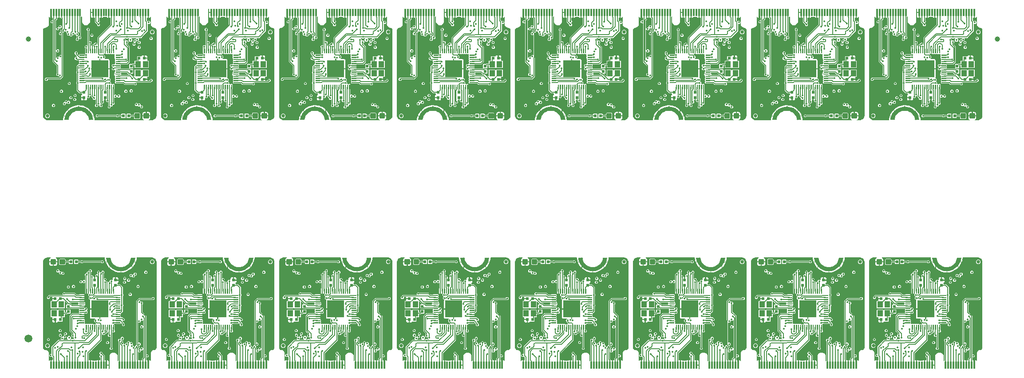
<source format=gtl>
G04 EAGLE Gerber RS-274X export*
G75*
%MOMM*%
%FSLAX34Y34*%
%LPD*%
%INTop Copper*%
%IPPOS*%
%AMOC8*
5,1,8,0,0,1.08239X$1,22.5*%
G01*
%ADD10R,0.600000X0.600000*%
%ADD11C,0.300000*%
%ADD12C,0.635000*%
%ADD13R,0.350000X1.450000*%
%ADD14C,0.352400*%
%ADD15C,0.101600*%
%ADD16C,0.080000*%
%ADD17R,3.200000X3.200000*%
%ADD18R,1.100000X1.200000*%
%ADD19C,1.000000*%
%ADD20C,1.500000*%
%ADD21C,0.304800*%
%ADD22C,0.127000*%
%ADD23C,0.203200*%

G36*
X1028298Y5494D02*
X1028298Y5494D01*
X1028303Y5493D01*
X1028396Y5514D01*
X1028489Y5532D01*
X1028493Y5535D01*
X1028498Y5536D01*
X1028576Y5592D01*
X1028655Y5645D01*
X1028658Y5649D01*
X1028662Y5652D01*
X1028712Y5734D01*
X1028764Y5813D01*
X1028765Y5818D01*
X1028768Y5823D01*
X1028800Y6000D01*
X1028800Y31084D01*
X1030884Y34694D01*
X1034494Y36779D01*
X1038663Y36779D01*
X1042273Y34694D01*
X1044357Y31084D01*
X1044357Y20941D01*
X1044358Y20939D01*
X1044357Y20936D01*
X1044377Y20841D01*
X1044397Y20745D01*
X1044398Y20743D01*
X1044399Y20740D01*
X1044455Y20659D01*
X1044509Y20579D01*
X1044512Y20577D01*
X1044513Y20575D01*
X1044597Y20522D01*
X1044677Y20470D01*
X1044680Y20469D01*
X1044682Y20468D01*
X1044778Y20451D01*
X1044875Y20434D01*
X1044877Y20435D01*
X1044880Y20434D01*
X1044974Y20456D01*
X1045070Y20478D01*
X1045073Y20479D01*
X1045075Y20480D01*
X1045223Y20583D01*
X1045657Y21017D01*
X1045669Y21017D01*
X1045675Y21018D01*
X1045680Y21017D01*
X1045773Y21038D01*
X1045866Y21056D01*
X1045870Y21059D01*
X1045875Y21060D01*
X1045953Y21116D01*
X1046032Y21169D01*
X1046035Y21173D01*
X1046039Y21176D01*
X1046089Y21258D01*
X1046141Y21337D01*
X1046142Y21342D01*
X1046145Y21347D01*
X1046177Y21524D01*
X1046177Y58425D01*
X1046175Y58433D01*
X1046176Y58440D01*
X1046155Y58530D01*
X1046137Y58621D01*
X1046133Y58628D01*
X1046131Y58636D01*
X1046028Y58784D01*
X1045550Y59262D01*
X1045550Y61564D01*
X1047177Y63192D01*
X1049479Y63192D01*
X1049684Y62987D01*
X1049686Y62986D01*
X1049687Y62984D01*
X1049769Y62931D01*
X1049851Y62876D01*
X1049853Y62876D01*
X1049855Y62875D01*
X1049951Y62857D01*
X1050048Y62839D01*
X1050050Y62839D01*
X1050053Y62839D01*
X1050150Y62861D01*
X1050244Y62880D01*
X1050246Y62882D01*
X1050248Y62882D01*
X1050329Y62940D01*
X1050408Y62995D01*
X1050410Y62997D01*
X1050412Y62998D01*
X1050464Y63083D01*
X1050516Y63164D01*
X1050516Y63166D01*
X1050518Y63169D01*
X1050550Y63346D01*
X1050550Y65151D01*
X1052177Y66779D01*
X1054479Y66779D01*
X1056107Y65151D01*
X1056107Y62849D01*
X1054629Y61371D01*
X1054624Y61364D01*
X1054618Y61359D01*
X1054569Y61281D01*
X1054518Y61204D01*
X1054516Y61196D01*
X1054512Y61189D01*
X1054480Y61012D01*
X1054480Y57286D01*
X1054481Y57281D01*
X1054480Y57276D01*
X1054501Y57183D01*
X1054520Y57089D01*
X1054523Y57085D01*
X1054524Y57080D01*
X1054579Y57002D01*
X1054632Y56924D01*
X1054637Y56921D01*
X1054640Y56917D01*
X1054689Y56886D01*
X1056424Y55151D01*
X1056424Y53336D01*
X1056425Y53331D01*
X1056424Y53326D01*
X1056445Y53233D01*
X1056464Y53139D01*
X1056467Y53135D01*
X1056468Y53130D01*
X1056523Y53052D01*
X1056576Y52974D01*
X1056581Y52971D01*
X1056584Y52967D01*
X1056665Y52916D01*
X1056744Y52864D01*
X1056750Y52864D01*
X1056754Y52861D01*
X1056931Y52829D01*
X1057995Y52829D01*
X1058001Y52830D01*
X1058006Y52829D01*
X1058099Y52850D01*
X1058192Y52868D01*
X1058196Y52871D01*
X1058201Y52872D01*
X1058279Y52928D01*
X1058358Y52981D01*
X1058361Y52985D01*
X1058365Y52988D01*
X1058415Y53069D01*
X1058467Y53149D01*
X1058468Y53154D01*
X1058471Y53159D01*
X1058503Y53336D01*
X1058503Y53931D01*
X1060130Y55559D01*
X1061772Y55559D01*
X1061778Y55560D01*
X1061783Y55559D01*
X1061876Y55580D01*
X1061969Y55598D01*
X1061973Y55601D01*
X1061978Y55602D01*
X1062056Y55658D01*
X1062135Y55711D01*
X1062138Y55715D01*
X1062142Y55718D01*
X1062192Y55800D01*
X1062244Y55879D01*
X1062245Y55884D01*
X1062248Y55889D01*
X1062280Y56066D01*
X1062280Y56931D01*
X1063907Y58559D01*
X1066209Y58559D01*
X1067837Y56931D01*
X1067837Y56693D01*
X1067838Y56690D01*
X1067837Y56688D01*
X1067857Y56592D01*
X1067877Y56496D01*
X1067878Y56494D01*
X1067879Y56491D01*
X1067935Y56411D01*
X1067989Y56330D01*
X1067992Y56329D01*
X1067993Y56327D01*
X1068077Y56274D01*
X1068157Y56221D01*
X1068160Y56221D01*
X1068162Y56219D01*
X1068258Y56203D01*
X1068355Y56186D01*
X1068357Y56186D01*
X1068360Y56186D01*
X1068454Y56208D01*
X1068550Y56229D01*
X1068553Y56231D01*
X1068555Y56231D01*
X1068703Y56334D01*
X1069192Y56823D01*
X1071494Y56823D01*
X1073122Y55196D01*
X1073122Y52894D01*
X1073035Y52807D01*
X1073033Y52803D01*
X1073028Y52800D01*
X1072977Y52719D01*
X1072925Y52640D01*
X1072924Y52635D01*
X1072921Y52630D01*
X1072905Y52536D01*
X1072887Y52443D01*
X1072888Y52438D01*
X1072887Y52433D01*
X1072909Y52340D01*
X1072929Y52247D01*
X1072931Y52243D01*
X1072933Y52238D01*
X1073035Y52090D01*
X1074384Y50741D01*
X1074384Y49256D01*
X1074385Y49251D01*
X1074384Y49246D01*
X1074405Y49153D01*
X1074424Y49059D01*
X1074427Y49055D01*
X1074428Y49050D01*
X1074483Y48972D01*
X1074536Y48894D01*
X1074541Y48891D01*
X1074544Y48887D01*
X1074625Y48836D01*
X1074704Y48784D01*
X1074710Y48784D01*
X1074714Y48781D01*
X1074891Y48749D01*
X1076026Y48749D01*
X1076898Y47877D01*
X1076900Y47876D01*
X1076901Y47874D01*
X1076981Y47822D01*
X1077065Y47766D01*
X1077067Y47766D01*
X1077069Y47765D01*
X1077165Y47747D01*
X1077262Y47729D01*
X1077264Y47729D01*
X1077267Y47729D01*
X1077363Y47750D01*
X1077458Y47770D01*
X1077460Y47772D01*
X1077462Y47772D01*
X1077542Y47829D01*
X1077622Y47885D01*
X1077624Y47887D01*
X1077626Y47888D01*
X1077678Y47972D01*
X1077730Y48054D01*
X1077730Y48056D01*
X1077732Y48059D01*
X1077764Y48236D01*
X1077764Y49121D01*
X1079391Y50749D01*
X1079756Y50749D01*
X1079762Y50750D01*
X1079767Y50749D01*
X1079860Y50770D01*
X1079953Y50788D01*
X1079957Y50791D01*
X1079962Y50792D01*
X1080040Y50848D01*
X1080119Y50901D01*
X1080122Y50905D01*
X1080126Y50908D01*
X1080176Y50990D01*
X1080228Y51069D01*
X1080229Y51074D01*
X1080232Y51079D01*
X1080264Y51256D01*
X1080264Y98768D01*
X1080292Y98923D01*
X1080292Y135299D01*
X1081408Y136415D01*
X1084528Y139536D01*
X1085644Y140652D01*
X1109042Y140652D01*
X1109048Y140653D01*
X1109053Y140652D01*
X1109146Y140673D01*
X1109239Y140691D01*
X1109243Y140694D01*
X1109248Y140695D01*
X1109326Y140751D01*
X1109405Y140804D01*
X1109408Y140808D01*
X1109412Y140811D01*
X1109462Y140893D01*
X1109514Y140972D01*
X1109515Y140977D01*
X1109518Y140982D01*
X1109548Y141149D01*
X1111177Y142779D01*
X1113479Y142779D01*
X1115107Y141151D01*
X1115107Y138849D01*
X1113479Y137221D01*
X1111171Y137221D01*
X1111109Y137259D01*
X1111032Y137311D01*
X1111024Y137312D01*
X1111018Y137316D01*
X1110840Y137348D01*
X1087223Y137348D01*
X1087215Y137347D01*
X1087207Y137348D01*
X1087117Y137327D01*
X1087026Y137309D01*
X1087020Y137304D01*
X1087012Y137302D01*
X1086864Y137200D01*
X1086204Y136540D01*
X1086203Y136538D01*
X1086201Y136536D01*
X1086148Y136455D01*
X1086093Y136373D01*
X1086093Y136370D01*
X1086091Y136368D01*
X1086074Y136272D01*
X1086056Y136176D01*
X1086056Y136174D01*
X1086056Y136171D01*
X1086077Y136074D01*
X1086097Y135980D01*
X1086099Y135978D01*
X1086099Y135975D01*
X1086156Y135896D01*
X1086212Y135815D01*
X1086214Y135814D01*
X1086215Y135812D01*
X1086299Y135760D01*
X1086381Y135708D01*
X1086383Y135707D01*
X1086386Y135706D01*
X1086563Y135674D01*
X1087201Y135674D01*
X1088948Y133927D01*
X1088955Y133923D01*
X1088959Y133917D01*
X1089038Y133868D01*
X1089115Y133816D01*
X1089123Y133815D01*
X1089129Y133811D01*
X1089307Y133779D01*
X1091479Y133779D01*
X1093107Y132151D01*
X1093107Y129849D01*
X1092129Y128871D01*
X1092124Y128864D01*
X1092118Y128859D01*
X1092069Y128781D01*
X1092018Y128704D01*
X1092016Y128696D01*
X1092012Y128689D01*
X1091980Y128512D01*
X1091980Y114894D01*
X1091982Y114887D01*
X1091980Y114879D01*
X1092001Y114789D01*
X1092020Y114698D01*
X1092024Y114691D01*
X1092026Y114684D01*
X1092129Y114536D01*
X1099480Y107184D01*
X1099480Y33766D01*
X1099481Y33761D01*
X1099480Y33756D01*
X1099501Y33663D01*
X1099520Y33569D01*
X1099523Y33565D01*
X1099524Y33560D01*
X1099579Y33482D01*
X1099632Y33404D01*
X1099637Y33401D01*
X1099640Y33397D01*
X1099721Y33346D01*
X1099800Y33294D01*
X1099806Y33294D01*
X1099810Y33291D01*
X1099987Y33259D01*
X1102392Y33259D01*
X1104020Y31631D01*
X1104020Y29329D01*
X1102392Y27701D01*
X1099987Y27701D01*
X1099982Y27700D01*
X1099977Y27701D01*
X1099884Y27680D01*
X1099791Y27662D01*
X1099787Y27659D01*
X1099781Y27658D01*
X1099704Y27602D01*
X1099625Y27549D01*
X1099622Y27545D01*
X1099618Y27542D01*
X1099567Y27460D01*
X1099516Y27381D01*
X1099515Y27376D01*
X1099512Y27371D01*
X1099480Y27194D01*
X1099480Y22863D01*
X1099494Y22793D01*
X1099500Y22722D01*
X1099514Y22696D01*
X1099520Y22667D01*
X1099560Y22608D01*
X1099593Y22544D01*
X1099616Y22525D01*
X1099632Y22501D01*
X1099692Y22462D01*
X1099747Y22416D01*
X1099776Y22408D01*
X1099800Y22392D01*
X1099871Y22379D01*
X1099939Y22358D01*
X1099971Y22361D01*
X1099998Y22356D01*
X1100049Y22367D01*
X1100119Y22373D01*
X1100744Y22541D01*
X1101954Y22541D01*
X1101954Y13117D01*
X1101955Y13112D01*
X1101954Y13107D01*
X1101975Y13014D01*
X1101994Y12921D01*
X1101997Y12916D01*
X1101998Y12911D01*
X1102053Y12833D01*
X1102106Y12755D01*
X1102111Y12752D01*
X1102114Y12748D01*
X1102195Y12697D01*
X1102274Y12646D01*
X1102280Y12645D01*
X1102284Y12642D01*
X1102461Y12610D01*
X1103195Y12610D01*
X1103201Y12611D01*
X1103206Y12610D01*
X1103299Y12631D01*
X1103392Y12650D01*
X1103396Y12652D01*
X1103401Y12654D01*
X1103479Y12709D01*
X1103558Y12762D01*
X1103561Y12767D01*
X1103565Y12770D01*
X1103615Y12851D01*
X1103667Y12930D01*
X1103668Y12935D01*
X1103671Y12940D01*
X1103703Y13117D01*
X1103703Y22541D01*
X1104913Y22541D01*
X1105559Y22368D01*
X1106138Y22033D01*
X1106611Y21560D01*
X1106853Y21141D01*
X1106899Y21090D01*
X1106937Y21033D01*
X1106964Y21015D01*
X1106986Y20991D01*
X1107048Y20961D01*
X1107105Y20924D01*
X1107137Y20918D01*
X1107166Y20904D01*
X1107235Y20900D01*
X1107303Y20888D01*
X1107334Y20895D01*
X1107366Y20893D01*
X1107431Y20917D01*
X1107498Y20932D01*
X1107525Y20950D01*
X1107555Y20961D01*
X1107606Y21008D01*
X1107662Y21048D01*
X1107679Y21075D01*
X1107703Y21097D01*
X1107731Y21159D01*
X1107768Y21218D01*
X1107774Y21252D01*
X1107786Y21279D01*
X1107788Y21329D01*
X1107800Y21395D01*
X1107800Y34078D01*
X1107799Y34081D01*
X1107800Y34084D01*
X1107784Y34158D01*
X1107800Y35012D01*
X1107799Y35017D01*
X1107800Y35022D01*
X1107800Y35868D01*
X1107817Y35955D01*
X1107832Y36769D01*
X1109536Y39797D01*
X1112472Y41653D01*
X1113321Y41713D01*
X1113414Y41738D01*
X1113463Y41751D01*
X1114135Y41770D01*
X1114145Y41772D01*
X1114156Y41771D01*
X1114204Y41774D01*
X1114205Y41774D01*
X1114370Y41786D01*
X1114389Y41791D01*
X1114412Y41791D01*
X1115311Y41931D01*
X1115316Y41932D01*
X1115322Y41932D01*
X1115491Y41995D01*
X1117166Y42983D01*
X1117194Y43008D01*
X1117228Y43026D01*
X1117276Y43081D01*
X1117315Y43117D01*
X1117326Y43140D01*
X1117345Y43162D01*
X1118334Y44838D01*
X1118335Y44843D01*
X1118339Y44847D01*
X1118398Y45017D01*
X1118548Y45980D01*
X1118546Y46016D01*
X1118554Y46058D01*
X1118554Y209949D01*
X1118547Y209983D01*
X1118548Y210025D01*
X1118245Y212014D01*
X1118243Y212020D01*
X1118243Y212026D01*
X1118213Y212107D01*
X1118204Y212149D01*
X1118191Y212168D01*
X1118181Y212195D01*
X1116152Y215644D01*
X1116126Y215672D01*
X1116109Y215706D01*
X1116054Y215754D01*
X1116018Y215793D01*
X1115995Y215804D01*
X1115972Y215824D01*
X1112524Y217852D01*
X1112518Y217854D01*
X1112513Y217858D01*
X1112343Y217916D01*
X1110354Y218219D01*
X1110319Y218218D01*
X1110277Y218225D01*
X1081133Y218225D01*
X1081089Y218216D01*
X1081044Y218217D01*
X1080991Y218197D01*
X1080936Y218186D01*
X1080899Y218160D01*
X1080857Y218144D01*
X1080817Y218105D01*
X1080770Y218073D01*
X1080746Y218035D01*
X1080714Y218004D01*
X1080692Y217952D01*
X1080661Y217905D01*
X1080653Y217861D01*
X1080636Y217819D01*
X1080634Y217756D01*
X1080626Y217708D01*
X1080633Y217677D01*
X1080632Y217639D01*
X1080642Y217572D01*
X1080622Y217380D01*
X1080624Y217355D01*
X1080619Y217326D01*
X1080619Y217133D01*
X1080591Y217027D01*
X1080589Y216991D01*
X1080576Y216949D01*
X1080423Y215494D01*
X1079680Y212132D01*
X1079125Y210507D01*
X1076367Y210507D01*
X1077345Y213423D01*
X1077345Y213433D01*
X1077354Y213458D01*
X1078074Y217456D01*
X1078070Y217495D01*
X1078075Y217533D01*
X1078062Y217563D01*
X1078059Y217595D01*
X1078034Y217625D01*
X1078019Y217661D01*
X1077992Y217679D01*
X1077972Y217704D01*
X1077935Y217717D01*
X1077902Y217738D01*
X1077847Y217747D01*
X1077839Y217749D01*
X1077836Y217748D01*
X1077828Y217749D01*
X1069828Y217749D01*
X1069764Y217731D01*
X1069694Y217710D01*
X1069648Y217658D01*
X1069602Y217605D01*
X1069602Y217604D01*
X1069581Y217533D01*
X1069200Y214671D01*
X1068381Y211922D01*
X1067142Y209336D01*
X1065513Y206975D01*
X1063536Y204897D01*
X1061258Y203155D01*
X1058735Y201791D01*
X1056030Y200838D01*
X1053209Y200320D01*
X1050328Y200249D01*
X1047448Y200320D01*
X1044627Y200838D01*
X1041922Y201791D01*
X1039399Y203155D01*
X1037121Y204897D01*
X1035143Y206975D01*
X1033515Y209336D01*
X1032276Y211922D01*
X1031457Y214671D01*
X1031075Y217533D01*
X1031048Y217595D01*
X1031019Y217661D01*
X1030958Y217701D01*
X1030902Y217738D01*
X1030828Y217749D01*
X1029831Y217749D01*
X1029815Y217821D01*
X1029796Y217915D01*
X1029793Y217919D01*
X1029792Y217924D01*
X1029737Y218002D01*
X1029684Y218080D01*
X1029679Y218083D01*
X1029676Y218087D01*
X1029595Y218138D01*
X1029515Y218190D01*
X1029510Y218190D01*
X1029506Y218193D01*
X1029329Y218225D01*
X1029328Y218225D01*
X1029323Y218224D01*
X1029318Y218225D01*
X1029225Y218204D01*
X1029132Y218186D01*
X1029127Y218183D01*
X1029122Y218182D01*
X1029044Y218126D01*
X1028966Y218073D01*
X1028963Y218069D01*
X1028959Y218066D01*
X1028908Y217984D01*
X1028857Y217905D01*
X1028856Y217900D01*
X1028853Y217895D01*
X1028827Y217749D01*
X1022828Y217749D01*
X1022792Y217739D01*
X1022753Y217738D01*
X1022726Y217719D01*
X1022694Y217710D01*
X1022669Y217681D01*
X1022637Y217660D01*
X1022624Y217630D01*
X1022602Y217605D01*
X1022597Y217567D01*
X1022581Y217532D01*
X1022582Y217474D01*
X1022581Y217467D01*
X1022583Y217464D01*
X1022583Y217458D01*
X1023276Y213447D01*
X1023280Y213438D01*
X1023285Y213411D01*
X1024242Y210507D01*
X1021483Y210507D01*
X1020853Y212492D01*
X1020835Y212577D01*
X1020207Y215633D01*
X1020077Y216958D01*
X1020066Y216994D01*
X1020062Y217040D01*
X1020038Y217133D01*
X1020038Y217339D01*
X1020033Y217361D01*
X1020035Y217388D01*
X1020015Y217594D01*
X1020022Y217635D01*
X1020020Y217682D01*
X1020029Y217728D01*
X1020017Y217781D01*
X1020015Y217835D01*
X1019995Y217878D01*
X1019985Y217924D01*
X1019954Y217968D01*
X1019931Y218017D01*
X1019896Y218049D01*
X1019869Y218087D01*
X1019823Y218116D01*
X1019783Y218153D01*
X1019739Y218168D01*
X1019699Y218193D01*
X1019639Y218204D01*
X1019594Y218220D01*
X1019561Y218218D01*
X1019522Y218225D01*
X926849Y218225D01*
X926781Y218212D01*
X926712Y218207D01*
X926684Y218192D01*
X926652Y218186D01*
X926595Y218147D01*
X926534Y218116D01*
X926513Y218091D01*
X926486Y218073D01*
X926449Y218015D01*
X926404Y217963D01*
X926394Y217932D01*
X926377Y217905D01*
X926365Y217837D01*
X926344Y217771D01*
X926347Y217739D01*
X926341Y217708D01*
X926356Y217640D01*
X926363Y217572D01*
X926378Y217544D01*
X926385Y217512D01*
X926425Y217456D01*
X926457Y217395D01*
X926484Y217373D01*
X926501Y217349D01*
X926544Y217322D01*
X926595Y217279D01*
X927540Y216733D01*
X928292Y215981D01*
X928824Y215060D01*
X929099Y214032D01*
X929099Y211015D01*
X922067Y211015D01*
X922061Y211014D01*
X922056Y211015D01*
X921963Y210994D01*
X921870Y210976D01*
X921866Y210973D01*
X921861Y210971D01*
X921783Y210916D01*
X921704Y210863D01*
X921701Y210859D01*
X921697Y210855D01*
X921646Y210774D01*
X921595Y210695D01*
X921594Y210690D01*
X921591Y210685D01*
X921559Y210508D01*
X921559Y209999D01*
X921558Y209999D01*
X921558Y210508D01*
X921557Y210513D01*
X921557Y210518D01*
X921537Y210611D01*
X921518Y210704D01*
X921515Y210709D01*
X921514Y210714D01*
X921459Y210792D01*
X921405Y210870D01*
X921401Y210873D01*
X921398Y210877D01*
X921316Y210928D01*
X921237Y210979D01*
X921232Y210980D01*
X921228Y210983D01*
X921050Y211015D01*
X914018Y211015D01*
X914018Y214032D01*
X914293Y215060D01*
X914825Y215981D01*
X915577Y216733D01*
X916522Y217279D01*
X916574Y217324D01*
X916631Y217363D01*
X916648Y217390D01*
X916672Y217411D01*
X916702Y217473D01*
X916740Y217531D01*
X916746Y217563D01*
X916760Y217592D01*
X916763Y217661D01*
X916775Y217728D01*
X916768Y217760D01*
X916770Y217792D01*
X916747Y217857D01*
X916732Y217924D01*
X916713Y217950D01*
X916702Y217981D01*
X916656Y218031D01*
X916616Y218087D01*
X916589Y218104D01*
X916567Y218128D01*
X916504Y218157D01*
X916446Y218193D01*
X916411Y218199D01*
X916385Y218212D01*
X916334Y218213D01*
X916268Y218225D01*
X910380Y218225D01*
X910345Y218218D01*
X910303Y218219D01*
X908314Y217916D01*
X908308Y217914D01*
X908302Y217914D01*
X908133Y217852D01*
X904685Y215824D01*
X904656Y215798D01*
X904622Y215780D01*
X904575Y215725D01*
X904536Y215690D01*
X904524Y215666D01*
X904505Y215644D01*
X902476Y212195D01*
X902474Y212189D01*
X902470Y212185D01*
X902459Y212152D01*
X902445Y212130D01*
X902438Y212090D01*
X902412Y212014D01*
X902109Y210025D01*
X902111Y209990D01*
X902103Y209949D01*
X902103Y46058D01*
X902110Y46023D01*
X902109Y45980D01*
X902259Y45017D01*
X902261Y45012D01*
X902261Y45007D01*
X902323Y44838D01*
X903311Y43162D01*
X903337Y43134D01*
X903354Y43101D01*
X903410Y43053D01*
X903445Y43013D01*
X903468Y43002D01*
X903491Y42983D01*
X905166Y41995D01*
X905171Y41993D01*
X905175Y41989D01*
X905346Y41931D01*
X906221Y41794D01*
X906239Y41795D01*
X906259Y41790D01*
X906470Y41773D01*
X906489Y41772D01*
X906501Y41773D01*
X906515Y41770D01*
X907162Y41752D01*
X907165Y41750D01*
X907171Y41748D01*
X907175Y41745D01*
X907216Y41736D01*
X907340Y41704D01*
X908191Y41636D01*
X911104Y39780D01*
X912808Y36776D01*
X912831Y35959D01*
X912831Y35958D01*
X912852Y35865D01*
X912857Y35845D01*
X912857Y35033D01*
X912858Y35026D01*
X912857Y35018D01*
X912880Y34217D01*
X912857Y34091D01*
X912857Y21395D01*
X912871Y21327D01*
X912876Y21259D01*
X912890Y21230D01*
X912897Y21199D01*
X912936Y21141D01*
X912967Y21080D01*
X912991Y21059D01*
X913009Y21033D01*
X913067Y20995D01*
X913120Y20951D01*
X913151Y20941D01*
X913177Y20924D01*
X913245Y20911D01*
X913311Y20891D01*
X913343Y20894D01*
X913375Y20888D01*
X913442Y20903D01*
X913511Y20909D01*
X913539Y20925D01*
X913570Y20932D01*
X913627Y20972D01*
X913687Y21004D01*
X913710Y21030D01*
X913734Y21048D01*
X913761Y21090D01*
X913804Y21141D01*
X914045Y21560D01*
X914518Y22033D01*
X915098Y22368D01*
X915744Y22541D01*
X916954Y22541D01*
X916954Y13117D01*
X916955Y13112D01*
X916954Y13107D01*
X916975Y13014D01*
X916994Y12921D01*
X916997Y12916D01*
X916998Y12911D01*
X917053Y12833D01*
X917106Y12755D01*
X917111Y12752D01*
X917114Y12748D01*
X917195Y12697D01*
X917274Y12646D01*
X917280Y12645D01*
X917284Y12642D01*
X917461Y12610D01*
X918195Y12610D01*
X918201Y12611D01*
X918206Y12610D01*
X918299Y12631D01*
X918392Y12650D01*
X918396Y12652D01*
X918401Y12654D01*
X918479Y12709D01*
X918558Y12762D01*
X918561Y12767D01*
X918565Y12770D01*
X918615Y12851D01*
X918667Y12930D01*
X918668Y12935D01*
X918671Y12940D01*
X918703Y13117D01*
X918703Y22541D01*
X919907Y22541D01*
X919913Y22542D01*
X919918Y22541D01*
X920011Y22562D01*
X920104Y22580D01*
X920108Y22583D01*
X920113Y22584D01*
X920191Y22640D01*
X920270Y22693D01*
X920273Y22697D01*
X920277Y22700D01*
X920327Y22782D01*
X920379Y22861D01*
X920380Y22866D01*
X920383Y22871D01*
X920415Y23048D01*
X920415Y27540D01*
X920413Y27548D01*
X920414Y27556D01*
X920393Y27645D01*
X920375Y27737D01*
X920371Y27743D01*
X920369Y27751D01*
X920266Y27899D01*
X919977Y28188D01*
X918993Y29172D01*
X918988Y29175D01*
X918985Y29179D01*
X918905Y29231D01*
X918826Y29283D01*
X918821Y29284D01*
X918816Y29287D01*
X918722Y29303D01*
X918629Y29321D01*
X918624Y29320D01*
X918618Y29321D01*
X918526Y29299D01*
X918433Y29279D01*
X918428Y29276D01*
X918423Y29275D01*
X918275Y29172D01*
X917804Y28701D01*
X915502Y28701D01*
X913875Y30329D01*
X913875Y32631D01*
X915502Y34259D01*
X917907Y34259D01*
X917913Y34260D01*
X917918Y34259D01*
X918011Y34280D01*
X918104Y34298D01*
X918108Y34301D01*
X918113Y34302D01*
X918191Y34358D01*
X918270Y34411D01*
X918273Y34415D01*
X918277Y34418D01*
X918327Y34500D01*
X918379Y34579D01*
X918380Y34584D01*
X918383Y34589D01*
X918415Y34766D01*
X918415Y48500D01*
X919977Y50062D01*
X929766Y59851D01*
X931329Y61414D01*
X936173Y61414D01*
X936176Y61414D01*
X936179Y61414D01*
X936274Y61434D01*
X936370Y61453D01*
X936372Y61455D01*
X936375Y61455D01*
X936455Y61511D01*
X936536Y61566D01*
X936537Y61568D01*
X936539Y61570D01*
X936593Y61653D01*
X936645Y61734D01*
X936645Y61737D01*
X936647Y61739D01*
X936663Y61835D01*
X936681Y61931D01*
X936680Y61934D01*
X936680Y61936D01*
X936658Y62031D01*
X936637Y62127D01*
X936635Y62129D01*
X936635Y62132D01*
X936532Y62280D01*
X935963Y62849D01*
X935963Y65151D01*
X937590Y66779D01*
X940042Y66779D01*
X940048Y66780D01*
X940053Y66779D01*
X940146Y66800D01*
X940239Y66818D01*
X940243Y66821D01*
X940248Y66822D01*
X940326Y66878D01*
X940405Y66931D01*
X940408Y66935D01*
X940412Y66938D01*
X940462Y67020D01*
X940514Y67099D01*
X940515Y67104D01*
X940518Y67109D01*
X940550Y67286D01*
X940550Y68151D01*
X942177Y69779D01*
X942982Y69779D01*
X942985Y69779D01*
X942988Y69779D01*
X943082Y69799D01*
X943179Y69818D01*
X943181Y69820D01*
X943184Y69820D01*
X943264Y69876D01*
X943345Y69931D01*
X943346Y69933D01*
X943348Y69935D01*
X943402Y70018D01*
X943454Y70099D01*
X943454Y70102D01*
X943456Y70104D01*
X943472Y70200D01*
X943490Y70296D01*
X943489Y70299D01*
X943489Y70301D01*
X943467Y70396D01*
X943446Y70492D01*
X943444Y70494D01*
X943444Y70497D01*
X943341Y70645D01*
X942137Y71849D01*
X942137Y74151D01*
X943764Y75779D01*
X946066Y75779D01*
X947694Y74151D01*
X947694Y71849D01*
X946066Y70221D01*
X945261Y70221D01*
X945259Y70221D01*
X945256Y70221D01*
X945161Y70201D01*
X945065Y70182D01*
X945063Y70180D01*
X945060Y70180D01*
X944980Y70124D01*
X944899Y70069D01*
X944898Y70067D01*
X944896Y70065D01*
X944842Y69982D01*
X944790Y69901D01*
X944789Y69898D01*
X944788Y69896D01*
X944772Y69800D01*
X944754Y69704D01*
X944755Y69701D01*
X944754Y69699D01*
X944776Y69604D01*
X944798Y69508D01*
X944799Y69506D01*
X944800Y69503D01*
X944903Y69355D01*
X946107Y68151D01*
X946107Y65849D01*
X944479Y64221D01*
X942027Y64221D01*
X942022Y64220D01*
X942017Y64221D01*
X941924Y64200D01*
X941831Y64182D01*
X941827Y64179D01*
X941821Y64178D01*
X941744Y64122D01*
X941665Y64069D01*
X941662Y64065D01*
X941658Y64062D01*
X941607Y63980D01*
X941556Y63901D01*
X941555Y63896D01*
X941552Y63891D01*
X941520Y63714D01*
X941520Y62849D01*
X940951Y62280D01*
X940949Y62277D01*
X940947Y62276D01*
X940895Y62196D01*
X940840Y62113D01*
X940839Y62110D01*
X940838Y62108D01*
X940821Y62012D01*
X940802Y61916D01*
X940803Y61913D01*
X940802Y61911D01*
X940824Y61814D01*
X940844Y61720D01*
X940845Y61718D01*
X940846Y61715D01*
X940902Y61635D01*
X940958Y61555D01*
X940960Y61554D01*
X940962Y61552D01*
X941046Y61499D01*
X941127Y61448D01*
X941130Y61447D01*
X941132Y61446D01*
X941309Y61414D01*
X949095Y61414D01*
X949097Y61414D01*
X949100Y61414D01*
X949195Y61434D01*
X949291Y61453D01*
X949293Y61455D01*
X949296Y61455D01*
X949377Y61511D01*
X949457Y61566D01*
X949458Y61568D01*
X949461Y61570D01*
X949514Y61653D01*
X949566Y61734D01*
X949567Y61737D01*
X949568Y61739D01*
X949585Y61835D01*
X949602Y61931D01*
X949601Y61934D01*
X949602Y61936D01*
X949580Y62031D01*
X949558Y62127D01*
X949557Y62129D01*
X949556Y62132D01*
X949453Y62280D01*
X948200Y63533D01*
X948200Y66467D01*
X950274Y68541D01*
X953207Y68541D01*
X955281Y66467D01*
X955281Y63533D01*
X954027Y62280D01*
X954026Y62277D01*
X954024Y62276D01*
X953972Y62196D01*
X953916Y62113D01*
X953916Y62110D01*
X953915Y62108D01*
X953897Y62012D01*
X953879Y61916D01*
X953879Y61913D01*
X953879Y61911D01*
X953900Y61814D01*
X953920Y61720D01*
X953922Y61718D01*
X953923Y61715D01*
X953979Y61635D01*
X954035Y61555D01*
X954037Y61554D01*
X954039Y61552D01*
X954122Y61499D01*
X954204Y61448D01*
X954206Y61447D01*
X954209Y61446D01*
X954386Y61414D01*
X955405Y61414D01*
X955413Y61415D01*
X955421Y61414D01*
X955511Y61435D01*
X955602Y61453D01*
X955608Y61458D01*
X955616Y61460D01*
X955764Y61562D01*
X957037Y62835D01*
X959970Y62835D01*
X961195Y61610D01*
X961201Y61606D01*
X961206Y61600D01*
X961285Y61551D01*
X961362Y61499D01*
X961369Y61498D01*
X961376Y61494D01*
X961553Y61462D01*
X962244Y61462D01*
X962246Y61462D01*
X962249Y61462D01*
X962344Y61482D01*
X962440Y61501D01*
X962442Y61503D01*
X962445Y61503D01*
X962525Y61559D01*
X962606Y61614D01*
X962607Y61616D01*
X962609Y61618D01*
X962663Y61701D01*
X962715Y61782D01*
X962716Y61785D01*
X962717Y61787D01*
X962733Y61883D01*
X962751Y61979D01*
X962750Y61982D01*
X962751Y61984D01*
X962729Y62079D01*
X962707Y62175D01*
X962706Y62177D01*
X962705Y62180D01*
X962602Y62328D01*
X960963Y63967D01*
X960963Y66067D01*
X960962Y66070D01*
X960963Y66072D01*
X960942Y66168D01*
X960923Y66263D01*
X960922Y66266D01*
X960921Y66268D01*
X960865Y66349D01*
X960810Y66429D01*
X960808Y66431D01*
X960807Y66433D01*
X960724Y66486D01*
X960642Y66538D01*
X960640Y66539D01*
X960638Y66540D01*
X960541Y66557D01*
X960445Y66574D01*
X960442Y66574D01*
X960440Y66574D01*
X960347Y66552D01*
X960249Y66531D01*
X960247Y66529D01*
X960245Y66528D01*
X960097Y66426D01*
X959892Y66221D01*
X957590Y66221D01*
X955963Y67849D01*
X955963Y70151D01*
X956941Y71129D01*
X956945Y71136D01*
X956952Y71141D01*
X957001Y71219D01*
X957052Y71296D01*
X957054Y71304D01*
X957058Y71311D01*
X957090Y71488D01*
X957090Y73106D01*
X957088Y73113D01*
X957089Y73121D01*
X957068Y73211D01*
X957050Y73302D01*
X957046Y73309D01*
X957044Y73316D01*
X956941Y73464D01*
X952978Y77428D01*
X952978Y106985D01*
X957644Y111652D01*
X970509Y111652D01*
X970511Y111652D01*
X970514Y111652D01*
X970609Y111672D01*
X970705Y111691D01*
X970707Y111693D01*
X970710Y111693D01*
X970789Y111749D01*
X970871Y111804D01*
X970872Y111806D01*
X970874Y111808D01*
X970927Y111891D01*
X970980Y111972D01*
X970981Y111975D01*
X970982Y111977D01*
X970998Y112073D01*
X971016Y112169D01*
X971015Y112172D01*
X971016Y112174D01*
X970994Y112269D01*
X970972Y112365D01*
X970971Y112367D01*
X970970Y112370D01*
X970867Y112518D01*
X970572Y112813D01*
X970572Y115187D01*
X971026Y115641D01*
X971029Y115646D01*
X971033Y115649D01*
X971084Y115729D01*
X971137Y115808D01*
X971138Y115813D01*
X971141Y115818D01*
X971157Y115912D01*
X971175Y116005D01*
X971174Y116010D01*
X971174Y116016D01*
X971153Y116108D01*
X971133Y116201D01*
X971130Y116206D01*
X971129Y116211D01*
X971026Y116359D01*
X970572Y116813D01*
X970572Y119187D01*
X970867Y119482D01*
X970869Y119485D01*
X970871Y119486D01*
X970924Y119567D01*
X970978Y119649D01*
X970979Y119652D01*
X970980Y119654D01*
X970997Y119750D01*
X971016Y119846D01*
X971015Y119849D01*
X971016Y119851D01*
X970994Y119948D01*
X970974Y120042D01*
X970973Y120044D01*
X970972Y120047D01*
X970915Y120127D01*
X970860Y120207D01*
X970858Y120208D01*
X970856Y120210D01*
X970773Y120262D01*
X970691Y120314D01*
X970688Y120315D01*
X970686Y120316D01*
X970509Y120348D01*
X952644Y120348D01*
X952158Y120835D01*
X952151Y120839D01*
X952147Y120845D01*
X952068Y120894D01*
X951991Y120946D01*
X951983Y120947D01*
X951976Y120951D01*
X951799Y120983D01*
X946907Y120983D01*
X946312Y121579D01*
X946312Y128421D01*
X946907Y129017D01*
X948751Y129017D01*
X948754Y129017D01*
X948756Y129017D01*
X948851Y129037D01*
X948948Y129056D01*
X948950Y129058D01*
X948952Y129058D01*
X949033Y129114D01*
X949113Y129169D01*
X949115Y129171D01*
X949117Y129173D01*
X949170Y129256D01*
X949223Y129337D01*
X949223Y129340D01*
X949225Y129342D01*
X949241Y129438D01*
X949258Y129534D01*
X949258Y129537D01*
X949258Y129539D01*
X949236Y129633D01*
X949215Y129730D01*
X949213Y129732D01*
X949213Y129735D01*
X949110Y129883D01*
X944611Y134381D01*
X944609Y134383D01*
X944607Y134385D01*
X944527Y134438D01*
X944444Y134492D01*
X944441Y134493D01*
X944439Y134494D01*
X944343Y134512D01*
X944247Y134530D01*
X944245Y134529D01*
X944242Y134530D01*
X944146Y134508D01*
X944051Y134488D01*
X944049Y134487D01*
X944046Y134486D01*
X943967Y134430D01*
X943886Y134374D01*
X943885Y134372D01*
X943883Y134370D01*
X943831Y134288D01*
X943779Y134205D01*
X943779Y134202D01*
X943777Y134200D01*
X943745Y134023D01*
X943745Y122119D01*
X943150Y121523D01*
X931307Y121523D01*
X930587Y122243D01*
X930583Y122246D01*
X930580Y122251D01*
X930499Y122302D01*
X930420Y122354D01*
X930415Y122355D01*
X930411Y122358D01*
X930317Y122374D01*
X930223Y122392D01*
X930218Y122391D01*
X930213Y122392D01*
X930120Y122370D01*
X930027Y122350D01*
X930023Y122347D01*
X930018Y122346D01*
X929870Y122243D01*
X929150Y121523D01*
X917307Y121523D01*
X916712Y122119D01*
X916712Y134961D01*
X917307Y135557D01*
X919424Y135557D01*
X919494Y135571D01*
X919565Y135577D01*
X919591Y135590D01*
X919620Y135596D01*
X919679Y135636D01*
X919743Y135670D01*
X919762Y135692D01*
X919786Y135709D01*
X919825Y135769D01*
X919871Y135824D01*
X919879Y135852D01*
X919895Y135877D01*
X919908Y135947D01*
X919929Y136016D01*
X919926Y136047D01*
X919931Y136074D01*
X919920Y136125D01*
X919914Y136195D01*
X919788Y136666D01*
X919788Y138985D01*
X924820Y138985D01*
X924825Y138986D01*
X924831Y138985D01*
X924924Y139006D01*
X925017Y139024D01*
X925021Y139027D01*
X925026Y139028D01*
X925104Y139084D01*
X925183Y139137D01*
X925185Y139141D01*
X925190Y139144D01*
X925240Y139226D01*
X925292Y139305D01*
X925293Y139310D01*
X925296Y139315D01*
X925328Y139492D01*
X925328Y140508D01*
X925327Y140513D01*
X925327Y140518D01*
X925307Y140611D01*
X925288Y140704D01*
X925285Y140709D01*
X925284Y140714D01*
X925229Y140792D01*
X925175Y140870D01*
X925171Y140873D01*
X925168Y140877D01*
X925086Y140928D01*
X925007Y140979D01*
X925002Y140980D01*
X924998Y140983D01*
X924820Y141015D01*
X919788Y141015D01*
X919788Y142492D01*
X919787Y142497D01*
X919788Y142502D01*
X919767Y142595D01*
X919748Y142689D01*
X919745Y142693D01*
X919744Y142698D01*
X919689Y142775D01*
X919635Y142854D01*
X919631Y142857D01*
X919628Y142861D01*
X919547Y142912D01*
X919467Y142964D01*
X919462Y142964D01*
X919458Y142967D01*
X919280Y142999D01*
X915614Y142999D01*
X915609Y142998D01*
X915604Y142999D01*
X915511Y142978D01*
X915418Y142960D01*
X915414Y142957D01*
X915408Y142956D01*
X915331Y142900D01*
X915252Y142847D01*
X915249Y142843D01*
X915245Y142840D01*
X915194Y142758D01*
X915143Y142679D01*
X915142Y142674D01*
X915139Y142669D01*
X915107Y142492D01*
X915107Y140849D01*
X913479Y139221D01*
X911177Y139221D01*
X909550Y140849D01*
X909550Y143151D01*
X911177Y144779D01*
X911226Y144779D01*
X911234Y144780D01*
X911242Y144779D01*
X911332Y144800D01*
X911423Y144818D01*
X911429Y144823D01*
X911437Y144825D01*
X911585Y144927D01*
X912960Y146303D01*
X939871Y146303D01*
X939874Y146303D01*
X939877Y146303D01*
X939971Y146323D01*
X940068Y146342D01*
X940070Y146344D01*
X940073Y146344D01*
X940153Y146400D01*
X940234Y146455D01*
X940235Y146457D01*
X940237Y146459D01*
X940291Y146542D01*
X940343Y146623D01*
X940343Y146626D01*
X940345Y146628D01*
X940361Y146724D01*
X940379Y146820D01*
X940378Y146823D01*
X940378Y146825D01*
X940356Y146920D01*
X940335Y147016D01*
X940333Y147018D01*
X940333Y147021D01*
X940230Y147169D01*
X939550Y147849D01*
X939550Y150151D01*
X941177Y151779D01*
X943479Y151779D01*
X944458Y150800D01*
X944464Y150796D01*
X944469Y150790D01*
X944548Y150741D01*
X944625Y150689D01*
X944633Y150688D01*
X944639Y150684D01*
X944817Y150652D01*
X963013Y150652D01*
X965864Y147800D01*
X965871Y147796D01*
X965875Y147790D01*
X965954Y147741D01*
X966031Y147689D01*
X966039Y147688D01*
X966045Y147684D01*
X966223Y147652D01*
X970826Y147652D01*
X970834Y147653D01*
X970842Y147652D01*
X970932Y147673D01*
X971023Y147691D01*
X971030Y147696D01*
X971037Y147698D01*
X971185Y147800D01*
X971402Y148017D01*
X980525Y148017D01*
X981355Y147187D01*
X981355Y144813D01*
X980901Y144359D01*
X980898Y144354D01*
X980893Y144351D01*
X980842Y144271D01*
X980790Y144192D01*
X980789Y144187D01*
X980786Y144182D01*
X980770Y144088D01*
X980752Y143995D01*
X980753Y143990D01*
X980752Y143985D01*
X980774Y143892D01*
X980794Y143799D01*
X980797Y143795D01*
X980798Y143789D01*
X980901Y143641D01*
X981355Y143187D01*
X981355Y140813D01*
X980901Y140359D01*
X980898Y140354D01*
X980893Y140351D01*
X980842Y140271D01*
X980790Y140192D01*
X980789Y140187D01*
X980786Y140182D01*
X980770Y140088D01*
X980752Y139995D01*
X980753Y139990D01*
X980752Y139985D01*
X980774Y139892D01*
X980794Y139799D01*
X980797Y139795D01*
X980798Y139789D01*
X980901Y139641D01*
X981355Y139187D01*
X981355Y136813D01*
X980901Y136359D01*
X980898Y136354D01*
X980893Y136351D01*
X980842Y136271D01*
X980790Y136192D01*
X980789Y136187D01*
X980786Y136182D01*
X980770Y136088D01*
X980752Y135995D01*
X980753Y135990D01*
X980752Y135985D01*
X980774Y135892D01*
X980794Y135799D01*
X980797Y135795D01*
X980798Y135789D01*
X980901Y135641D01*
X981355Y135187D01*
X981355Y133471D01*
X981370Y133398D01*
X981377Y133324D01*
X981389Y133301D01*
X981395Y133274D01*
X981436Y133213D01*
X981471Y133148D01*
X981493Y133129D01*
X981507Y133108D01*
X981552Y133079D01*
X981609Y133031D01*
X981744Y132953D01*
X982292Y132406D01*
X982679Y131735D01*
X982879Y130987D01*
X982879Y130507D01*
X975964Y130507D01*
X975963Y130507D01*
X969048Y130507D01*
X969048Y130987D01*
X969241Y131710D01*
X969246Y131781D01*
X969258Y131851D01*
X969252Y131880D01*
X969254Y131910D01*
X969230Y131977D01*
X969215Y132047D01*
X969198Y132071D01*
X969188Y132099D01*
X969140Y132152D01*
X969099Y132210D01*
X969074Y132226D01*
X969054Y132248D01*
X968989Y132279D01*
X968929Y132316D01*
X968897Y132322D01*
X968873Y132334D01*
X968821Y132336D01*
X968751Y132348D01*
X952541Y132348D01*
X952538Y132348D01*
X952535Y132348D01*
X952440Y132328D01*
X952344Y132309D01*
X952342Y132307D01*
X952339Y132307D01*
X952259Y132251D01*
X952178Y132196D01*
X952177Y132194D01*
X952175Y132192D01*
X952122Y132109D01*
X952069Y132028D01*
X952069Y132025D01*
X952067Y132023D01*
X952051Y131928D01*
X952033Y131831D01*
X952034Y131828D01*
X952034Y131825D01*
X952056Y131732D01*
X952077Y131635D01*
X952079Y131633D01*
X952079Y131630D01*
X952182Y131482D01*
X952213Y131451D01*
X952220Y131447D01*
X952224Y131441D01*
X952303Y131392D01*
X952380Y131340D01*
X952388Y131339D01*
X952394Y131335D01*
X952572Y131303D01*
X954696Y131303D01*
X958199Y127800D01*
X958205Y127796D01*
X958210Y127790D01*
X958289Y127741D01*
X958366Y127689D01*
X958374Y127688D01*
X958380Y127684D01*
X958558Y127652D01*
X968751Y127652D01*
X968821Y127666D01*
X968893Y127672D01*
X968919Y127685D01*
X968948Y127691D01*
X969007Y127731D01*
X969070Y127765D01*
X969089Y127787D01*
X969114Y127804D01*
X969152Y127864D01*
X969198Y127919D01*
X969207Y127947D01*
X969223Y127972D01*
X969236Y128042D01*
X969256Y128111D01*
X969254Y128142D01*
X969258Y128169D01*
X969247Y128220D01*
X969241Y128290D01*
X969048Y129013D01*
X969048Y129493D01*
X975963Y129493D01*
X975964Y129493D01*
X982879Y129493D01*
X982879Y129013D01*
X982679Y128265D01*
X982292Y127594D01*
X981744Y127047D01*
X981609Y126969D01*
X981553Y126920D01*
X981493Y126877D01*
X981479Y126854D01*
X981458Y126836D01*
X981426Y126770D01*
X981387Y126707D01*
X981382Y126678D01*
X981371Y126656D01*
X981368Y126602D01*
X981355Y126529D01*
X981355Y124813D01*
X980901Y124359D01*
X980898Y124354D01*
X980893Y124351D01*
X980842Y124271D01*
X980790Y124192D01*
X980789Y124187D01*
X980786Y124182D01*
X980770Y124088D01*
X980752Y123995D01*
X980753Y123990D01*
X980752Y123985D01*
X980774Y123892D01*
X980794Y123799D01*
X980797Y123795D01*
X980798Y123789D01*
X980901Y123641D01*
X981355Y123187D01*
X981355Y122181D01*
X981356Y122178D01*
X981355Y122176D01*
X981375Y122081D01*
X981395Y121985D01*
X981396Y121982D01*
X981397Y121980D01*
X981453Y121899D01*
X981507Y121819D01*
X981510Y121817D01*
X981511Y121815D01*
X981595Y121762D01*
X981675Y121710D01*
X981678Y121709D01*
X981680Y121708D01*
X981776Y121691D01*
X981873Y121674D01*
X981875Y121674D01*
X981878Y121674D01*
X981972Y121696D01*
X982068Y121717D01*
X982071Y121719D01*
X982073Y121720D01*
X982221Y121822D01*
X983177Y122779D01*
X985479Y122779D01*
X987107Y121151D01*
X987107Y118849D01*
X985617Y117359D01*
X985614Y117354D01*
X985610Y117351D01*
X985558Y117271D01*
X985506Y117192D01*
X985505Y117187D01*
X985502Y117182D01*
X985486Y117088D01*
X985468Y116995D01*
X985469Y116990D01*
X985468Y116985D01*
X985490Y116892D01*
X985510Y116799D01*
X985513Y116794D01*
X985514Y116789D01*
X985617Y116641D01*
X987107Y115151D01*
X987107Y112849D01*
X985479Y111221D01*
X983177Y111221D01*
X982580Y111819D01*
X982573Y111823D01*
X982569Y111829D01*
X982490Y111878D01*
X982413Y111930D01*
X982405Y111931D01*
X982399Y111935D01*
X982221Y111967D01*
X981799Y111967D01*
X981797Y111967D01*
X981794Y111967D01*
X981700Y111947D01*
X981603Y111928D01*
X981601Y111926D01*
X981598Y111926D01*
X981518Y111870D01*
X981437Y111815D01*
X981436Y111813D01*
X981433Y111811D01*
X981380Y111727D01*
X981328Y111647D01*
X981327Y111644D01*
X981326Y111642D01*
X981310Y111546D01*
X981292Y111450D01*
X981293Y111447D01*
X981292Y111444D01*
X981314Y111351D01*
X981336Y111254D01*
X981337Y111252D01*
X981338Y111249D01*
X981355Y111224D01*
X981355Y108813D01*
X980901Y108359D01*
X980898Y108354D01*
X980893Y108351D01*
X980842Y108271D01*
X980790Y108192D01*
X980789Y108187D01*
X980786Y108182D01*
X980770Y108088D01*
X980752Y107995D01*
X980753Y107990D01*
X980752Y107985D01*
X980774Y107892D01*
X980794Y107799D01*
X980797Y107795D01*
X980798Y107789D01*
X980901Y107641D01*
X981355Y107187D01*
X981355Y104813D01*
X980901Y104359D01*
X980898Y104354D01*
X980893Y104351D01*
X980842Y104271D01*
X980790Y104192D01*
X980789Y104187D01*
X980786Y104182D01*
X980770Y104088D01*
X980752Y103995D01*
X980753Y103990D01*
X980752Y103985D01*
X980774Y103892D01*
X980794Y103799D01*
X980797Y103795D01*
X980798Y103789D01*
X980901Y103641D01*
X981355Y103187D01*
X981355Y100771D01*
X981329Y100731D01*
X981328Y100725D01*
X981325Y100721D01*
X981309Y100627D01*
X981291Y100534D01*
X981292Y100529D01*
X981291Y100523D01*
X981313Y100430D01*
X981332Y100338D01*
X981335Y100333D01*
X981337Y100328D01*
X981439Y100180D01*
X982117Y99502D01*
X982117Y96498D01*
X981978Y96359D01*
X981975Y96354D01*
X981971Y96351D01*
X981920Y96270D01*
X981867Y96192D01*
X981866Y96187D01*
X981864Y96182D01*
X981847Y96088D01*
X981830Y95995D01*
X981831Y95990D01*
X981830Y95985D01*
X981852Y95892D01*
X981871Y95799D01*
X981874Y95795D01*
X981876Y95789D01*
X981978Y95641D01*
X982117Y95502D01*
X982117Y92296D01*
X982118Y92291D01*
X982117Y92286D01*
X982138Y92193D01*
X982157Y92099D01*
X982160Y92095D01*
X982161Y92090D01*
X982216Y92012D01*
X982269Y91934D01*
X982274Y91931D01*
X982277Y91927D01*
X982358Y91876D01*
X982437Y91824D01*
X982443Y91824D01*
X982447Y91821D01*
X982624Y91789D01*
X985831Y91789D01*
X985970Y91650D01*
X985974Y91647D01*
X985977Y91643D01*
X986058Y91591D01*
X986137Y91539D01*
X986142Y91538D01*
X986146Y91535D01*
X986241Y91519D01*
X986334Y91501D01*
X986339Y91502D01*
X986344Y91502D01*
X986437Y91523D01*
X986530Y91543D01*
X986534Y91546D01*
X986539Y91547D01*
X986687Y91650D01*
X986826Y91789D01*
X989831Y91789D01*
X989970Y91650D01*
X989974Y91647D01*
X989977Y91643D01*
X990057Y91592D01*
X990137Y91539D01*
X990142Y91538D01*
X990146Y91535D01*
X990240Y91519D01*
X990334Y91501D01*
X990339Y91502D01*
X990344Y91502D01*
X990436Y91523D01*
X990530Y91543D01*
X990534Y91546D01*
X990539Y91547D01*
X990687Y91650D01*
X990826Y91789D01*
X993831Y91789D01*
X993970Y91650D01*
X993974Y91647D01*
X993977Y91643D01*
X994058Y91591D01*
X994137Y91539D01*
X994142Y91538D01*
X994146Y91535D01*
X994241Y91519D01*
X994334Y91501D01*
X994339Y91502D01*
X994344Y91502D01*
X994437Y91523D01*
X994530Y91543D01*
X994534Y91546D01*
X994539Y91547D01*
X994687Y91650D01*
X994826Y91789D01*
X997831Y91789D01*
X998509Y91111D01*
X998513Y91108D01*
X998516Y91104D01*
X998596Y91053D01*
X998675Y91000D01*
X998681Y90999D01*
X998685Y90996D01*
X998779Y90980D01*
X998872Y90963D01*
X998878Y90964D01*
X998883Y90963D01*
X998975Y90984D01*
X999068Y91004D01*
X999073Y91007D01*
X999078Y91008D01*
X999104Y91027D01*
X1001558Y91027D01*
X1001598Y91000D01*
X1001603Y90999D01*
X1001607Y90996D01*
X1001701Y90980D01*
X1001795Y90963D01*
X1001800Y90964D01*
X1001805Y90963D01*
X1001898Y90984D01*
X1001991Y91004D01*
X1001995Y91007D01*
X1002000Y91008D01*
X1002148Y91111D01*
X1002973Y91936D01*
X1002976Y91940D01*
X1002980Y91943D01*
X1003031Y92023D01*
X1003084Y92103D01*
X1003085Y92108D01*
X1003088Y92112D01*
X1003103Y92206D01*
X1003121Y92299D01*
X1003120Y92305D01*
X1003121Y92310D01*
X1003100Y92402D01*
X1003080Y92496D01*
X1003077Y92500D01*
X1003076Y92505D01*
X1002973Y92653D01*
X1001793Y93833D01*
X1000677Y94949D01*
X1000677Y95512D01*
X1000675Y95520D01*
X1000676Y95527D01*
X1000655Y95617D01*
X1000637Y95708D01*
X1000633Y95715D01*
X1000631Y95723D01*
X1000528Y95871D01*
X999550Y96849D01*
X999550Y99151D01*
X1000992Y100593D01*
X1000994Y100596D01*
X1000996Y100597D01*
X1001048Y100678D01*
X1001103Y100760D01*
X1001103Y100763D01*
X1001105Y100765D01*
X1001122Y100861D01*
X1001141Y100957D01*
X1001140Y100960D01*
X1001141Y100962D01*
X1001119Y101059D01*
X1001099Y101153D01*
X1001097Y101155D01*
X1001097Y101158D01*
X1001040Y101238D01*
X1000985Y101318D01*
X1000982Y101319D01*
X1000981Y101321D01*
X1000897Y101374D01*
X1000815Y101425D01*
X1000813Y101426D01*
X1000811Y101427D01*
X1000633Y101459D01*
X993994Y101459D01*
X993348Y101632D01*
X992768Y101967D01*
X992295Y102440D01*
X991961Y103019D01*
X991788Y103665D01*
X991788Y118985D01*
X1009313Y118985D01*
X1009313Y101615D01*
X1009315Y101607D01*
X1009313Y101600D01*
X1009334Y101510D01*
X1009353Y101419D01*
X1009357Y101412D01*
X1009359Y101404D01*
X1009462Y101256D01*
X1010200Y100518D01*
X1010204Y100515D01*
X1010207Y100511D01*
X1010287Y100460D01*
X1010367Y100407D01*
X1010372Y100406D01*
X1010376Y100404D01*
X1010470Y100388D01*
X1010564Y100370D01*
X1010569Y100371D01*
X1010574Y100370D01*
X1010666Y100392D01*
X1010760Y100411D01*
X1010764Y100414D01*
X1010769Y100416D01*
X1010917Y100518D01*
X1011195Y100796D01*
X1011199Y100803D01*
X1011206Y100807D01*
X1011255Y100886D01*
X1011306Y100963D01*
X1011307Y100971D01*
X1011312Y100978D01*
X1011344Y101155D01*
X1011344Y118985D01*
X1026105Y118985D01*
X1026111Y118986D01*
X1026116Y118985D01*
X1026209Y119006D01*
X1026302Y119024D01*
X1026306Y119027D01*
X1026311Y119028D01*
X1026389Y119084D01*
X1026468Y119137D01*
X1026471Y119141D01*
X1026475Y119144D01*
X1026525Y119226D01*
X1026577Y119305D01*
X1026578Y119310D01*
X1026581Y119315D01*
X1026613Y119492D01*
X1026613Y120508D01*
X1026612Y120513D01*
X1026613Y120518D01*
X1026592Y120611D01*
X1026573Y120704D01*
X1026570Y120709D01*
X1026569Y120714D01*
X1026514Y120792D01*
X1026460Y120870D01*
X1026456Y120873D01*
X1026453Y120877D01*
X1026372Y120928D01*
X1026292Y120979D01*
X1026287Y120980D01*
X1026283Y120983D01*
X1026105Y121015D01*
X1011344Y121015D01*
X1011344Y135841D01*
X1011343Y135846D01*
X1011343Y135851D01*
X1011323Y135944D01*
X1011304Y136038D01*
X1011301Y136042D01*
X1011300Y136047D01*
X1011245Y136125D01*
X1011191Y136203D01*
X1011187Y136206D01*
X1011184Y136210D01*
X1011103Y136261D01*
X1011023Y136313D01*
X1011018Y136313D01*
X1011014Y136316D01*
X1010836Y136348D01*
X1009820Y136348D01*
X1009815Y136347D01*
X1009810Y136348D01*
X1009717Y136327D01*
X1009624Y136309D01*
X1009620Y136306D01*
X1009614Y136305D01*
X1009537Y136249D01*
X1009458Y136196D01*
X1009455Y136192D01*
X1009451Y136189D01*
X1009400Y136107D01*
X1009349Y136028D01*
X1009348Y136023D01*
X1009345Y136018D01*
X1009313Y135841D01*
X1009313Y121015D01*
X991788Y121015D01*
X991788Y136335D01*
X991961Y136981D01*
X992238Y137460D01*
X992250Y137496D01*
X992270Y137527D01*
X992281Y137590D01*
X992302Y137650D01*
X992299Y137688D01*
X992306Y137724D01*
X992292Y137787D01*
X992287Y137850D01*
X992270Y137884D01*
X992262Y137920D01*
X992225Y137972D01*
X992196Y138029D01*
X992168Y138053D01*
X992146Y138083D01*
X992092Y138117D01*
X992043Y138158D01*
X992008Y138170D01*
X991976Y138189D01*
X991903Y138202D01*
X991852Y138218D01*
X991827Y138216D01*
X991799Y138221D01*
X991177Y138221D01*
X989550Y139849D01*
X989550Y142151D01*
X990754Y143355D01*
X990756Y143358D01*
X990758Y143359D01*
X990810Y143439D01*
X990865Y143522D01*
X990865Y143525D01*
X990867Y143527D01*
X990884Y143623D01*
X990903Y143719D01*
X990902Y143722D01*
X990903Y143724D01*
X990881Y143821D01*
X990861Y143915D01*
X990859Y143917D01*
X990859Y143920D01*
X990802Y144000D01*
X990747Y144080D01*
X990744Y144081D01*
X990743Y144083D01*
X990659Y144136D01*
X990577Y144187D01*
X990575Y144188D01*
X990573Y144189D01*
X990395Y144221D01*
X990177Y144221D01*
X988550Y145849D01*
X988550Y148173D01*
X988562Y148192D01*
X988617Y148274D01*
X988617Y148277D01*
X988619Y148279D01*
X988636Y148375D01*
X988655Y148471D01*
X988654Y148474D01*
X988655Y148476D01*
X988633Y148572D01*
X988613Y148667D01*
X988612Y148669D01*
X988611Y148672D01*
X988555Y148751D01*
X988499Y148832D01*
X988496Y148833D01*
X988495Y148835D01*
X988412Y148887D01*
X988330Y148939D01*
X988327Y148940D01*
X988325Y148941D01*
X988147Y148973D01*
X987142Y148973D01*
X986687Y149428D01*
X986683Y149431D01*
X986680Y149435D01*
X986599Y149486D01*
X986520Y149539D01*
X986515Y149540D01*
X986511Y149543D01*
X986417Y149558D01*
X986323Y149576D01*
X986318Y149575D01*
X986313Y149576D01*
X986220Y149554D01*
X986127Y149535D01*
X986123Y149532D01*
X986118Y149531D01*
X985970Y149428D01*
X985515Y148973D01*
X983142Y148973D01*
X982312Y149803D01*
X982312Y158927D01*
X982528Y159143D01*
X982532Y159150D01*
X982539Y159154D01*
X982588Y159233D01*
X982639Y159310D01*
X982641Y159318D01*
X982645Y159325D01*
X982677Y159502D01*
X982677Y169522D01*
X982676Y169525D01*
X982677Y169527D01*
X982656Y169622D01*
X982637Y169718D01*
X982636Y169721D01*
X982635Y169723D01*
X982580Y169802D01*
X982524Y169884D01*
X982522Y169886D01*
X982521Y169888D01*
X982438Y169941D01*
X982356Y169993D01*
X982354Y169994D01*
X982352Y169995D01*
X982255Y170012D01*
X982159Y170029D01*
X982156Y170029D01*
X982154Y170029D01*
X982060Y170007D01*
X981963Y169986D01*
X981961Y169984D01*
X981959Y169983D01*
X981811Y169881D01*
X981479Y169549D01*
X979177Y169549D01*
X977851Y170876D01*
X977847Y170879D01*
X977844Y170883D01*
X977763Y170934D01*
X977684Y170987D01*
X977679Y170988D01*
X977675Y170990D01*
X977581Y171006D01*
X977487Y171024D01*
X977482Y171023D01*
X977477Y171024D01*
X977384Y171002D01*
X977291Y170983D01*
X977287Y170980D01*
X977282Y170978D01*
X977134Y170876D01*
X975479Y169221D01*
X973177Y169221D01*
X971550Y170849D01*
X971550Y173151D01*
X973177Y174779D01*
X975479Y174779D01*
X976806Y173452D01*
X976810Y173449D01*
X976813Y173445D01*
X976893Y173394D01*
X976973Y173341D01*
X976978Y173340D01*
X976982Y173338D01*
X977076Y173322D01*
X977170Y173304D01*
X977175Y173305D01*
X977180Y173304D01*
X977272Y173326D01*
X977366Y173345D01*
X977370Y173348D01*
X977375Y173350D01*
X977523Y173452D01*
X979177Y175107D01*
X981479Y175107D01*
X981811Y174775D01*
X981813Y174774D01*
X981814Y174772D01*
X981896Y174719D01*
X981978Y174664D01*
X981980Y174664D01*
X981982Y174663D01*
X982078Y174645D01*
X982175Y174627D01*
X982177Y174627D01*
X982180Y174627D01*
X982276Y174648D01*
X982371Y174668D01*
X982373Y174670D01*
X982375Y174670D01*
X982455Y174727D01*
X982535Y174783D01*
X982537Y174785D01*
X982539Y174786D01*
X982591Y174870D01*
X982643Y174952D01*
X982643Y174954D01*
X982645Y174957D01*
X982677Y175134D01*
X982677Y183686D01*
X982675Y183694D01*
X982676Y183701D01*
X982655Y183791D01*
X982637Y183882D01*
X982633Y183889D01*
X982631Y183897D01*
X982528Y184045D01*
X982137Y184436D01*
X982137Y186738D01*
X983764Y188366D01*
X985042Y188366D01*
X985048Y188367D01*
X985053Y188366D01*
X985146Y188387D01*
X985239Y188405D01*
X985243Y188408D01*
X985248Y188409D01*
X985326Y188465D01*
X985405Y188518D01*
X985408Y188522D01*
X985412Y188525D01*
X985462Y188607D01*
X985514Y188686D01*
X985515Y188691D01*
X985518Y188696D01*
X985550Y188873D01*
X985550Y190151D01*
X987177Y191779D01*
X989042Y191779D01*
X989048Y191780D01*
X989053Y191779D01*
X989146Y191800D01*
X989239Y191818D01*
X989243Y191821D01*
X989248Y191822D01*
X989326Y191878D01*
X989405Y191931D01*
X989408Y191935D01*
X989412Y191938D01*
X989462Y192020D01*
X989514Y192099D01*
X989515Y192104D01*
X989518Y192109D01*
X989550Y192286D01*
X989550Y194151D01*
X991177Y195779D01*
X993479Y195779D01*
X995107Y194151D01*
X995107Y191849D01*
X994129Y190871D01*
X994124Y190864D01*
X994118Y190859D01*
X994069Y190781D01*
X994018Y190704D01*
X994016Y190696D01*
X994012Y190689D01*
X993980Y190512D01*
X993980Y184286D01*
X993981Y184281D01*
X993980Y184276D01*
X994001Y184183D01*
X994020Y184089D01*
X994023Y184085D01*
X994024Y184080D01*
X994079Y184002D01*
X994132Y183924D01*
X994137Y183921D01*
X994140Y183917D01*
X994221Y183866D01*
X994300Y183814D01*
X994306Y183814D01*
X994310Y183811D01*
X994487Y183779D01*
X996892Y183779D01*
X998520Y182151D01*
X998520Y181048D01*
X998521Y181043D01*
X998520Y181038D01*
X998541Y180945D01*
X998560Y180851D01*
X998563Y180847D01*
X998564Y180842D01*
X998619Y180764D01*
X998672Y180686D01*
X998677Y180683D01*
X998680Y180679D01*
X998761Y180628D01*
X998840Y180576D01*
X998846Y180576D01*
X998850Y180573D01*
X999027Y180541D01*
X999313Y180541D01*
X999313Y175508D01*
X999314Y175503D01*
X999313Y175498D01*
X999334Y175405D01*
X999353Y175312D01*
X999356Y175307D01*
X999357Y175302D01*
X999412Y175224D01*
X999465Y175146D01*
X999470Y175143D01*
X999473Y175139D01*
X999554Y175088D01*
X999634Y175037D01*
X999639Y175036D01*
X999643Y175033D01*
X999820Y175001D01*
X1000836Y175001D01*
X1000841Y175002D01*
X1000847Y175001D01*
X1000940Y175022D01*
X1001033Y175040D01*
X1001037Y175043D01*
X1001042Y175045D01*
X1001120Y175100D01*
X1001199Y175153D01*
X1001201Y175157D01*
X1001206Y175161D01*
X1001256Y175242D01*
X1001308Y175321D01*
X1001309Y175326D01*
X1001312Y175331D01*
X1001344Y175508D01*
X1001344Y180541D01*
X1002562Y180541D01*
X1002565Y180541D01*
X1002567Y180541D01*
X1002662Y180561D01*
X1002759Y180580D01*
X1002761Y180582D01*
X1002763Y180582D01*
X1002844Y180638D01*
X1002924Y180693D01*
X1002926Y180695D01*
X1002928Y180697D01*
X1002981Y180780D01*
X1003034Y180861D01*
X1003034Y180864D01*
X1003035Y180866D01*
X1003052Y180962D01*
X1003069Y181058D01*
X1003069Y181061D01*
X1003069Y181063D01*
X1003047Y181158D01*
X1003026Y181254D01*
X1003024Y181256D01*
X1003023Y181259D01*
X1002921Y181407D01*
X1002137Y182191D01*
X1002137Y184493D01*
X1003764Y186120D01*
X1005756Y186120D01*
X1005761Y186121D01*
X1005766Y186121D01*
X1005859Y186141D01*
X1005953Y186160D01*
X1005957Y186163D01*
X1005962Y186164D01*
X1006040Y186219D01*
X1006118Y186273D01*
X1006121Y186277D01*
X1006126Y186280D01*
X1006176Y186361D01*
X1006228Y186441D01*
X1006229Y186446D01*
X1006231Y186450D01*
X1006263Y186628D01*
X1006263Y187925D01*
X1006262Y187933D01*
X1006263Y187941D01*
X1006242Y188031D01*
X1006224Y188122D01*
X1006219Y188128D01*
X1006217Y188136D01*
X1006115Y188284D01*
X1005136Y189262D01*
X1005136Y191564D01*
X1006764Y193192D01*
X1009066Y193192D01*
X1010694Y191564D01*
X1010694Y190107D01*
X1010694Y190104D01*
X1010694Y190101D01*
X1010714Y190007D01*
X1010733Y189910D01*
X1010735Y189908D01*
X1010735Y189905D01*
X1010791Y189825D01*
X1010846Y189744D01*
X1010848Y189743D01*
X1010850Y189741D01*
X1010933Y189688D01*
X1011014Y189635D01*
X1011017Y189635D01*
X1011019Y189633D01*
X1011115Y189617D01*
X1011211Y189600D01*
X1011214Y189600D01*
X1011217Y189600D01*
X1011310Y189621D01*
X1011407Y189643D01*
X1011409Y189645D01*
X1011412Y189645D01*
X1011560Y189748D01*
X1011590Y189779D01*
X1013042Y189779D01*
X1013048Y189780D01*
X1013053Y189779D01*
X1013146Y189800D01*
X1013239Y189818D01*
X1013243Y189821D01*
X1013248Y189822D01*
X1013326Y189878D01*
X1013405Y189931D01*
X1013408Y189935D01*
X1013412Y189938D01*
X1013462Y190020D01*
X1013514Y190099D01*
X1013515Y190104D01*
X1013518Y190109D01*
X1013550Y190286D01*
X1013550Y191151D01*
X1015177Y192779D01*
X1017479Y192779D01*
X1019107Y191151D01*
X1019107Y188849D01*
X1018129Y187871D01*
X1018124Y187864D01*
X1018118Y187859D01*
X1018069Y187781D01*
X1018018Y187704D01*
X1018016Y187696D01*
X1018012Y187689D01*
X1017980Y187512D01*
X1017980Y178633D01*
X1017981Y178630D01*
X1017980Y178628D01*
X1018000Y178533D01*
X1018020Y178436D01*
X1018021Y178434D01*
X1018022Y178432D01*
X1018078Y178351D01*
X1018132Y178270D01*
X1018135Y178269D01*
X1018136Y178267D01*
X1018220Y178214D01*
X1018300Y178161D01*
X1018303Y178161D01*
X1018305Y178159D01*
X1018401Y178143D01*
X1018498Y178126D01*
X1018500Y178126D01*
X1018503Y178126D01*
X1018597Y178148D01*
X1018693Y178169D01*
X1018696Y178171D01*
X1018698Y178171D01*
X1018846Y178274D01*
X1019554Y178982D01*
X1021856Y178982D01*
X1023483Y177354D01*
X1023483Y175970D01*
X1023485Y175963D01*
X1023484Y175955D01*
X1023505Y175865D01*
X1023523Y175774D01*
X1023528Y175767D01*
X1023529Y175760D01*
X1023632Y175612D01*
X1025980Y173264D01*
X1025980Y171633D01*
X1025981Y171630D01*
X1025980Y171628D01*
X1026000Y171532D01*
X1026020Y171436D01*
X1026021Y171434D01*
X1026022Y171432D01*
X1026078Y171351D01*
X1026132Y171270D01*
X1026135Y171269D01*
X1026136Y171267D01*
X1026220Y171214D01*
X1026300Y171161D01*
X1026303Y171161D01*
X1026305Y171159D01*
X1026401Y171143D01*
X1026498Y171126D01*
X1026500Y171126D01*
X1026503Y171126D01*
X1026597Y171148D01*
X1026693Y171169D01*
X1026696Y171171D01*
X1026698Y171171D01*
X1026846Y171274D01*
X1027764Y172192D01*
X1029042Y172192D01*
X1029048Y172193D01*
X1029053Y172192D01*
X1029146Y172213D01*
X1029239Y172232D01*
X1029243Y172235D01*
X1029248Y172236D01*
X1029326Y172291D01*
X1029405Y172344D01*
X1029408Y172349D01*
X1029412Y172352D01*
X1029462Y172433D01*
X1029514Y172512D01*
X1029515Y172518D01*
X1029518Y172522D01*
X1029550Y172699D01*
X1029550Y174151D01*
X1031177Y175779D01*
X1033479Y175779D01*
X1033922Y175336D01*
X1033924Y175335D01*
X1033925Y175333D01*
X1034007Y175280D01*
X1034089Y175225D01*
X1034091Y175225D01*
X1034093Y175224D01*
X1034189Y175206D01*
X1034286Y175188D01*
X1034288Y175188D01*
X1034291Y175188D01*
X1034387Y175209D01*
X1034482Y175229D01*
X1034484Y175231D01*
X1034486Y175231D01*
X1034567Y175288D01*
X1034646Y175344D01*
X1034648Y175346D01*
X1034650Y175347D01*
X1034702Y175431D01*
X1034754Y175513D01*
X1034754Y175515D01*
X1034756Y175518D01*
X1034788Y175695D01*
X1034788Y178335D01*
X1034961Y178981D01*
X1035295Y179560D01*
X1035768Y180033D01*
X1036348Y180368D01*
X1036994Y180541D01*
X1039313Y180541D01*
X1039313Y175508D01*
X1039314Y175503D01*
X1039313Y175498D01*
X1039334Y175405D01*
X1039353Y175312D01*
X1039356Y175307D01*
X1039357Y175302D01*
X1039412Y175224D01*
X1039465Y175146D01*
X1039470Y175143D01*
X1039473Y175139D01*
X1039554Y175088D01*
X1039634Y175037D01*
X1039639Y175036D01*
X1039643Y175033D01*
X1039820Y175001D01*
X1040329Y175001D01*
X1040329Y174492D01*
X1040330Y174487D01*
X1040329Y174482D01*
X1040350Y174389D01*
X1040369Y174296D01*
X1040372Y174291D01*
X1040373Y174286D01*
X1040428Y174208D01*
X1040482Y174130D01*
X1040486Y174127D01*
X1040489Y174123D01*
X1040570Y174072D01*
X1040650Y174021D01*
X1040655Y174020D01*
X1040659Y174017D01*
X1040837Y173985D01*
X1045869Y173985D01*
X1045869Y171665D01*
X1045696Y171019D01*
X1045362Y170440D01*
X1044888Y169967D01*
X1044309Y169632D01*
X1044231Y169611D01*
X1044197Y169595D01*
X1044161Y169587D01*
X1044108Y169551D01*
X1044051Y169522D01*
X1044027Y169494D01*
X1043996Y169473D01*
X1043962Y169419D01*
X1043920Y169371D01*
X1043909Y169335D01*
X1043889Y169304D01*
X1043878Y169241D01*
X1043858Y169180D01*
X1043861Y169143D01*
X1043855Y169106D01*
X1043870Y169044D01*
X1043875Y168980D01*
X1043892Y168947D01*
X1043901Y168911D01*
X1043943Y168850D01*
X1043968Y168803D01*
X1043987Y168787D01*
X1044003Y168763D01*
X1044345Y168421D01*
X1044345Y167540D01*
X1044346Y167535D01*
X1044345Y167530D01*
X1044366Y167437D01*
X1044385Y167343D01*
X1044388Y167339D01*
X1044389Y167334D01*
X1044444Y167256D01*
X1044497Y167178D01*
X1044502Y167175D01*
X1044505Y167171D01*
X1044586Y167120D01*
X1044665Y167068D01*
X1044671Y167068D01*
X1044675Y167065D01*
X1044852Y167033D01*
X1049170Y167033D01*
X1054504Y161699D01*
X1054504Y149107D01*
X1054506Y149099D01*
X1054504Y149092D01*
X1054525Y149002D01*
X1054544Y148911D01*
X1054548Y148904D01*
X1054550Y148896D01*
X1054653Y148748D01*
X1055250Y148151D01*
X1055250Y145849D01*
X1054653Y145252D01*
X1054648Y145245D01*
X1054642Y145240D01*
X1054593Y145162D01*
X1054542Y145085D01*
X1054540Y145077D01*
X1054536Y145070D01*
X1054504Y144893D01*
X1054504Y129035D01*
X1054506Y129028D01*
X1054504Y129020D01*
X1054525Y128930D01*
X1054544Y128839D01*
X1054548Y128832D01*
X1054550Y128825D01*
X1054653Y128677D01*
X1055178Y128151D01*
X1055178Y125849D01*
X1054581Y125252D01*
X1054577Y125245D01*
X1054570Y125240D01*
X1054522Y125162D01*
X1054470Y125085D01*
X1054469Y125077D01*
X1054464Y125070D01*
X1054432Y124893D01*
X1054432Y115229D01*
X1051170Y111967D01*
X1050529Y111967D01*
X1050527Y111967D01*
X1050524Y111967D01*
X1050430Y111947D01*
X1050333Y111928D01*
X1050331Y111926D01*
X1050328Y111926D01*
X1050248Y111870D01*
X1050167Y111815D01*
X1050166Y111813D01*
X1050163Y111811D01*
X1050110Y111727D01*
X1050058Y111647D01*
X1050057Y111644D01*
X1050056Y111642D01*
X1050040Y111546D01*
X1050022Y111450D01*
X1050023Y111447D01*
X1050022Y111444D01*
X1050044Y111351D01*
X1050066Y111254D01*
X1050067Y111252D01*
X1050068Y111249D01*
X1050085Y111224D01*
X1050085Y108813D01*
X1049631Y108359D01*
X1049628Y108354D01*
X1049623Y108351D01*
X1049572Y108271D01*
X1049520Y108192D01*
X1049519Y108187D01*
X1049516Y108182D01*
X1049500Y108088D01*
X1049482Y107995D01*
X1049483Y107990D01*
X1049482Y107984D01*
X1049504Y107892D01*
X1049524Y107799D01*
X1049527Y107794D01*
X1049528Y107789D01*
X1049631Y107641D01*
X1050085Y107187D01*
X1050085Y104770D01*
X1050060Y104732D01*
X1050059Y104729D01*
X1050058Y104727D01*
X1050040Y104630D01*
X1050022Y104535D01*
X1050023Y104532D01*
X1050022Y104530D01*
X1050044Y104432D01*
X1050064Y104339D01*
X1050065Y104337D01*
X1050066Y104334D01*
X1050123Y104254D01*
X1050178Y104174D01*
X1050180Y104173D01*
X1050182Y104171D01*
X1050265Y104119D01*
X1050347Y104067D01*
X1050350Y104066D01*
X1050352Y104065D01*
X1050529Y104033D01*
X1054170Y104033D01*
X1055276Y102927D01*
X1055282Y102923D01*
X1055287Y102917D01*
X1055366Y102868D01*
X1055443Y102816D01*
X1055451Y102815D01*
X1055457Y102811D01*
X1055635Y102779D01*
X1056479Y102779D01*
X1058107Y101151D01*
X1058107Y98849D01*
X1056479Y97221D01*
X1054206Y97221D01*
X1054204Y97221D01*
X1054201Y97221D01*
X1054106Y97201D01*
X1054010Y97182D01*
X1054008Y97180D01*
X1054005Y97180D01*
X1053925Y97124D01*
X1053844Y97069D01*
X1053843Y97067D01*
X1053841Y97065D01*
X1053787Y96982D01*
X1053735Y96901D01*
X1053734Y96898D01*
X1053733Y96896D01*
X1053717Y96800D01*
X1053699Y96704D01*
X1053700Y96701D01*
X1053699Y96699D01*
X1053721Y96604D01*
X1053743Y96508D01*
X1053744Y96506D01*
X1053745Y96503D01*
X1053848Y96355D01*
X1056022Y94181D01*
X1057361Y92842D01*
X1057361Y92107D01*
X1057363Y92099D01*
X1057361Y92092D01*
X1057382Y92002D01*
X1057401Y91911D01*
X1057405Y91904D01*
X1057407Y91896D01*
X1057510Y91748D01*
X1058107Y91151D01*
X1058107Y88849D01*
X1056479Y87221D01*
X1054177Y87221D01*
X1052550Y88849D01*
X1052550Y91151D01*
X1052568Y91169D01*
X1052570Y91173D01*
X1052575Y91176D01*
X1052626Y91257D01*
X1052678Y91336D01*
X1052679Y91341D01*
X1052682Y91345D01*
X1052698Y91439D01*
X1052716Y91533D01*
X1052715Y91538D01*
X1052716Y91543D01*
X1052694Y91635D01*
X1052674Y91729D01*
X1052671Y91733D01*
X1052670Y91738D01*
X1052568Y91886D01*
X1050951Y93503D01*
X1050949Y93504D01*
X1050947Y93506D01*
X1050867Y93559D01*
X1050784Y93614D01*
X1050781Y93614D01*
X1050779Y93615D01*
X1050683Y93633D01*
X1050587Y93651D01*
X1050585Y93651D01*
X1050582Y93651D01*
X1050486Y93630D01*
X1050391Y93610D01*
X1050389Y93608D01*
X1050386Y93608D01*
X1050307Y93551D01*
X1050226Y93495D01*
X1050225Y93493D01*
X1050223Y93492D01*
X1050171Y93409D01*
X1050119Y93326D01*
X1050119Y93323D01*
X1050117Y93321D01*
X1050085Y93144D01*
X1050085Y92813D01*
X1049255Y91983D01*
X1040132Y91983D01*
X1039915Y92200D01*
X1039909Y92204D01*
X1039904Y92210D01*
X1039825Y92259D01*
X1039748Y92311D01*
X1039740Y92312D01*
X1039734Y92316D01*
X1039556Y92348D01*
X1039404Y92348D01*
X1039396Y92347D01*
X1039388Y92348D01*
X1039298Y92327D01*
X1039207Y92309D01*
X1039200Y92304D01*
X1039193Y92302D01*
X1039045Y92200D01*
X1038052Y91207D01*
X1038049Y91203D01*
X1038045Y91200D01*
X1037994Y91120D01*
X1037941Y91040D01*
X1037940Y91035D01*
X1037937Y91031D01*
X1037922Y90937D01*
X1037904Y90843D01*
X1037905Y90838D01*
X1037904Y90833D01*
X1037926Y90740D01*
X1037945Y90647D01*
X1037948Y90643D01*
X1037949Y90638D01*
X1038052Y90490D01*
X1038345Y90197D01*
X1038345Y86703D01*
X1038347Y86695D01*
X1038345Y86688D01*
X1038361Y86620D01*
X1038361Y80107D01*
X1038363Y80099D01*
X1038361Y80092D01*
X1038382Y80002D01*
X1038401Y79911D01*
X1038405Y79904D01*
X1038407Y79896D01*
X1038510Y79748D01*
X1039107Y79151D01*
X1039107Y76849D01*
X1037479Y75221D01*
X1035177Y75221D01*
X1034846Y75553D01*
X1034844Y75554D01*
X1034842Y75556D01*
X1034761Y75609D01*
X1034679Y75664D01*
X1034676Y75664D01*
X1034674Y75665D01*
X1034579Y75683D01*
X1034482Y75701D01*
X1034480Y75701D01*
X1034477Y75701D01*
X1034380Y75680D01*
X1034286Y75660D01*
X1034284Y75658D01*
X1034281Y75658D01*
X1034201Y75601D01*
X1034121Y75545D01*
X1034120Y75543D01*
X1034118Y75542D01*
X1034066Y75458D01*
X1034014Y75376D01*
X1034014Y75374D01*
X1034012Y75371D01*
X1033980Y75194D01*
X1033980Y47488D01*
X1033982Y47480D01*
X1033980Y47473D01*
X1034001Y47383D01*
X1034020Y47292D01*
X1034024Y47285D01*
X1034026Y47277D01*
X1034129Y47129D01*
X1035107Y46151D01*
X1035107Y43849D01*
X1033479Y42221D01*
X1031177Y42221D01*
X1029550Y43849D01*
X1029550Y46151D01*
X1030528Y47129D01*
X1030532Y47136D01*
X1030539Y47141D01*
X1030588Y47219D01*
X1030639Y47296D01*
X1030641Y47304D01*
X1030645Y47311D01*
X1030677Y47488D01*
X1030677Y66714D01*
X1030676Y66719D01*
X1030677Y66724D01*
X1030656Y66817D01*
X1030637Y66911D01*
X1030634Y66915D01*
X1030633Y66920D01*
X1030578Y66998D01*
X1030524Y67076D01*
X1030520Y67079D01*
X1030517Y67083D01*
X1030436Y67134D01*
X1030356Y67186D01*
X1030351Y67186D01*
X1030347Y67189D01*
X1030169Y67221D01*
X1027764Y67221D01*
X1026137Y68849D01*
X1026137Y71151D01*
X1026528Y71542D01*
X1026532Y71549D01*
X1026539Y71554D01*
X1026588Y71632D01*
X1026639Y71709D01*
X1026641Y71717D01*
X1026645Y71724D01*
X1026677Y71901D01*
X1026677Y75961D01*
X1026676Y75964D01*
X1026677Y75966D01*
X1026657Y76061D01*
X1026637Y76158D01*
X1026636Y76160D01*
X1026635Y76162D01*
X1026579Y76243D01*
X1026524Y76323D01*
X1026522Y76325D01*
X1026521Y76327D01*
X1026437Y76380D01*
X1026356Y76433D01*
X1026354Y76433D01*
X1026352Y76434D01*
X1026255Y76451D01*
X1026159Y76468D01*
X1026156Y76468D01*
X1026154Y76468D01*
X1026060Y76446D01*
X1025963Y76425D01*
X1025961Y76423D01*
X1025959Y76422D01*
X1025811Y76320D01*
X1022426Y72935D01*
X1021201Y72935D01*
X1021196Y72934D01*
X1021191Y72935D01*
X1021098Y72914D01*
X1021005Y72896D01*
X1021001Y72893D01*
X1020995Y72892D01*
X1020918Y72836D01*
X1020839Y72783D01*
X1020836Y72779D01*
X1020832Y72776D01*
X1020781Y72694D01*
X1020730Y72615D01*
X1020729Y72610D01*
X1020726Y72605D01*
X1020694Y72428D01*
X1020694Y71849D01*
X1019066Y70221D01*
X1016764Y70221D01*
X1015137Y71849D01*
X1015137Y74254D01*
X1015136Y74259D01*
X1015137Y74264D01*
X1015116Y74357D01*
X1015097Y74451D01*
X1015094Y74455D01*
X1015093Y74460D01*
X1015038Y74538D01*
X1014984Y74616D01*
X1014980Y74619D01*
X1014977Y74623D01*
X1014896Y74674D01*
X1014816Y74726D01*
X1014811Y74726D01*
X1014807Y74729D01*
X1014629Y74761D01*
X1014487Y74761D01*
X1014482Y74760D01*
X1014477Y74761D01*
X1014384Y74740D01*
X1014291Y74722D01*
X1014287Y74719D01*
X1014281Y74718D01*
X1014204Y74662D01*
X1014125Y74609D01*
X1014122Y74605D01*
X1014118Y74602D01*
X1014067Y74520D01*
X1014016Y74441D01*
X1014015Y74436D01*
X1014012Y74431D01*
X1013980Y74254D01*
X1013980Y60384D01*
X989629Y36033D01*
X989624Y36026D01*
X989618Y36022D01*
X989569Y35943D01*
X989518Y35866D01*
X989516Y35858D01*
X989512Y35851D01*
X989480Y35674D01*
X989480Y22863D01*
X989494Y22793D01*
X989500Y22722D01*
X989514Y22696D01*
X989520Y22667D01*
X989560Y22608D01*
X989593Y22544D01*
X989616Y22525D01*
X989632Y22501D01*
X989692Y22462D01*
X989747Y22416D01*
X989776Y22408D01*
X989800Y22392D01*
X989871Y22379D01*
X989939Y22358D01*
X989971Y22361D01*
X989998Y22356D01*
X990049Y22367D01*
X990119Y22373D01*
X990744Y22541D01*
X991954Y22541D01*
X991954Y13117D01*
X991955Y13112D01*
X991954Y13107D01*
X991975Y13014D01*
X991994Y12921D01*
X991997Y12916D01*
X991998Y12911D01*
X992053Y12833D01*
X992106Y12755D01*
X992111Y12752D01*
X992114Y12748D01*
X992195Y12697D01*
X992274Y12646D01*
X992280Y12645D01*
X992284Y12642D01*
X992461Y12610D01*
X993195Y12610D01*
X993201Y12611D01*
X993206Y12610D01*
X993299Y12631D01*
X993392Y12650D01*
X993396Y12652D01*
X993401Y12654D01*
X993479Y12709D01*
X993558Y12762D01*
X993561Y12767D01*
X993565Y12770D01*
X993615Y12851D01*
X993667Y12930D01*
X993668Y12935D01*
X993671Y12940D01*
X993703Y13117D01*
X993703Y22541D01*
X994913Y22541D01*
X995559Y22368D01*
X996138Y22033D01*
X996611Y21560D01*
X996779Y21270D01*
X996828Y21215D01*
X996870Y21155D01*
X996893Y21140D01*
X996911Y21120D01*
X996978Y21088D01*
X997041Y21049D01*
X997069Y21044D01*
X997092Y21033D01*
X997145Y21030D01*
X997218Y21017D01*
X1000013Y21017D01*
X1000057Y20989D01*
X1000137Y20936D01*
X1000142Y20935D01*
X1000146Y20932D01*
X1000240Y20916D01*
X1000334Y20898D01*
X1000339Y20899D01*
X1000344Y20898D01*
X1000437Y20920D01*
X1000530Y20940D01*
X1000534Y20943D01*
X1000539Y20944D01*
X1000644Y21017D01*
X1003439Y21017D01*
X1003511Y21031D01*
X1003585Y21038D01*
X1003609Y21051D01*
X1003635Y21056D01*
X1003697Y21098D01*
X1003762Y21133D01*
X1003780Y21155D01*
X1003801Y21169D01*
X1003830Y21214D01*
X1003878Y21270D01*
X1004045Y21560D01*
X1004518Y22033D01*
X1005098Y22368D01*
X1005744Y22541D01*
X1006954Y22541D01*
X1006954Y13117D01*
X1006955Y13112D01*
X1006954Y13107D01*
X1006975Y13014D01*
X1006994Y12921D01*
X1006997Y12916D01*
X1006998Y12911D01*
X1007053Y12833D01*
X1007106Y12755D01*
X1007111Y12752D01*
X1007114Y12748D01*
X1007195Y12697D01*
X1007274Y12646D01*
X1007280Y12645D01*
X1007284Y12642D01*
X1007461Y12610D01*
X1008195Y12610D01*
X1008201Y12611D01*
X1008206Y12610D01*
X1008299Y12631D01*
X1008392Y12650D01*
X1008396Y12652D01*
X1008401Y12654D01*
X1008479Y12709D01*
X1008558Y12762D01*
X1008561Y12767D01*
X1008565Y12770D01*
X1008615Y12851D01*
X1008667Y12930D01*
X1008668Y12935D01*
X1008671Y12940D01*
X1008703Y13117D01*
X1008703Y22541D01*
X1009913Y22541D01*
X1010538Y22373D01*
X1010609Y22369D01*
X1010680Y22356D01*
X1010709Y22362D01*
X1010738Y22361D01*
X1010805Y22384D01*
X1010875Y22400D01*
X1010900Y22417D01*
X1010927Y22426D01*
X1010981Y22474D01*
X1011039Y22516D01*
X1011055Y22541D01*
X1011077Y22561D01*
X1011107Y22625D01*
X1011145Y22686D01*
X1011150Y22717D01*
X1011162Y22742D01*
X1011164Y22794D01*
X1011177Y22863D01*
X1011177Y27203D01*
X1011175Y27211D01*
X1011176Y27218D01*
X1011155Y27308D01*
X1011137Y27399D01*
X1011133Y27406D01*
X1011131Y27414D01*
X1011028Y27562D01*
X1009963Y28627D01*
X1009963Y30929D01*
X1011358Y32324D01*
X1011360Y32328D01*
X1011365Y32331D01*
X1011416Y32412D01*
X1011468Y32491D01*
X1011469Y32496D01*
X1011472Y32500D01*
X1011488Y32594D01*
X1011506Y32688D01*
X1011505Y32693D01*
X1011506Y32698D01*
X1011484Y32791D01*
X1011464Y32884D01*
X1011461Y32888D01*
X1011460Y32893D01*
X1011358Y33041D01*
X1009954Y34445D01*
X1009954Y36747D01*
X1011582Y38375D01*
X1013884Y38375D01*
X1015511Y36747D01*
X1015511Y35363D01*
X1015513Y35355D01*
X1015512Y35348D01*
X1015532Y35258D01*
X1015551Y35167D01*
X1015555Y35160D01*
X1015557Y35152D01*
X1015660Y35004D01*
X1018364Y32300D01*
X1019480Y31184D01*
X1019480Y22863D01*
X1019494Y22793D01*
X1019500Y22722D01*
X1019514Y22696D01*
X1019520Y22667D01*
X1019560Y22608D01*
X1019593Y22544D01*
X1019616Y22525D01*
X1019632Y22501D01*
X1019692Y22462D01*
X1019747Y22416D01*
X1019776Y22408D01*
X1019800Y22392D01*
X1019871Y22379D01*
X1019939Y22358D01*
X1019971Y22361D01*
X1019998Y22356D01*
X1020049Y22367D01*
X1020119Y22373D01*
X1020744Y22541D01*
X1021954Y22541D01*
X1021954Y13117D01*
X1021955Y13112D01*
X1021954Y13107D01*
X1021975Y13014D01*
X1021994Y12921D01*
X1021997Y12916D01*
X1021998Y12911D01*
X1022053Y12833D01*
X1022106Y12755D01*
X1022111Y12752D01*
X1022114Y12748D01*
X1022195Y12697D01*
X1022274Y12646D01*
X1022280Y12645D01*
X1022284Y12642D01*
X1022461Y12610D01*
X1022688Y12610D01*
X1022688Y12383D01*
X1022689Y12378D01*
X1022688Y12373D01*
X1022709Y12280D01*
X1022728Y12186D01*
X1022731Y12182D01*
X1022732Y12177D01*
X1022787Y12099D01*
X1022841Y12021D01*
X1022845Y12018D01*
X1022848Y12013D01*
X1022929Y11963D01*
X1023009Y11911D01*
X1023014Y11910D01*
X1023018Y11908D01*
X1023196Y11876D01*
X1027119Y11876D01*
X1027119Y6000D01*
X1027120Y5995D01*
X1027119Y5990D01*
X1027140Y5897D01*
X1027159Y5803D01*
X1027162Y5799D01*
X1027163Y5794D01*
X1027218Y5716D01*
X1027271Y5638D01*
X1027276Y5635D01*
X1027279Y5631D01*
X1027360Y5580D01*
X1027439Y5528D01*
X1027445Y5528D01*
X1027449Y5525D01*
X1027626Y5493D01*
X1028292Y5493D01*
X1028298Y5494D01*
G37*
G36*
X578133Y5494D02*
X578133Y5494D01*
X578139Y5493D01*
X578232Y5514D01*
X578325Y5532D01*
X578329Y5535D01*
X578334Y5536D01*
X578412Y5592D01*
X578491Y5645D01*
X578493Y5649D01*
X578498Y5652D01*
X578548Y5734D01*
X578600Y5813D01*
X578601Y5818D01*
X578603Y5823D01*
X578635Y6000D01*
X578635Y31084D01*
X580720Y34694D01*
X584330Y36779D01*
X588499Y36779D01*
X592109Y34694D01*
X594193Y31084D01*
X594193Y20941D01*
X594193Y20939D01*
X594193Y20936D01*
X594213Y20841D01*
X594233Y20745D01*
X594234Y20743D01*
X594235Y20740D01*
X594291Y20659D01*
X594345Y20579D01*
X594347Y20577D01*
X594349Y20575D01*
X594433Y20522D01*
X594513Y20470D01*
X594516Y20469D01*
X594518Y20468D01*
X594614Y20451D01*
X594710Y20434D01*
X594713Y20435D01*
X594716Y20434D01*
X594810Y20456D01*
X594906Y20478D01*
X594908Y20479D01*
X594911Y20480D01*
X595059Y20583D01*
X595493Y21017D01*
X595505Y21017D01*
X595510Y21018D01*
X595516Y21017D01*
X595609Y21038D01*
X595702Y21056D01*
X595706Y21059D01*
X595711Y21060D01*
X595789Y21116D01*
X595868Y21169D01*
X595870Y21173D01*
X595875Y21176D01*
X595925Y21258D01*
X595977Y21337D01*
X595978Y21342D01*
X595980Y21347D01*
X596012Y21524D01*
X596012Y58425D01*
X596011Y58433D01*
X596012Y58440D01*
X595991Y58530D01*
X595973Y58621D01*
X595968Y58628D01*
X595967Y58636D01*
X595864Y58784D01*
X595385Y59262D01*
X595385Y61564D01*
X597013Y63192D01*
X599315Y63192D01*
X599520Y62987D01*
X599522Y62986D01*
X599523Y62984D01*
X599604Y62931D01*
X599686Y62876D01*
X599689Y62876D01*
X599691Y62875D01*
X599787Y62857D01*
X599883Y62839D01*
X599886Y62839D01*
X599889Y62839D01*
X599986Y62861D01*
X600079Y62880D01*
X600082Y62882D01*
X600084Y62882D01*
X600165Y62940D01*
X600244Y62995D01*
X600245Y62997D01*
X600248Y62998D01*
X600300Y63083D01*
X600352Y63164D01*
X600352Y63166D01*
X600353Y63169D01*
X600385Y63346D01*
X600385Y65151D01*
X602013Y66779D01*
X604315Y66779D01*
X605943Y65151D01*
X605943Y62849D01*
X604464Y61371D01*
X604460Y61364D01*
X604454Y61359D01*
X604405Y61281D01*
X604354Y61204D01*
X604352Y61196D01*
X604348Y61189D01*
X604316Y61012D01*
X604316Y57286D01*
X604317Y57281D01*
X604316Y57276D01*
X604337Y57183D01*
X604356Y57089D01*
X604358Y57085D01*
X604360Y57080D01*
X604415Y57002D01*
X604468Y56924D01*
X604473Y56921D01*
X604476Y56917D01*
X604525Y56886D01*
X606260Y55151D01*
X606260Y53336D01*
X606261Y53331D01*
X606260Y53326D01*
X606281Y53233D01*
X606300Y53139D01*
X606302Y53135D01*
X606304Y53130D01*
X606359Y53052D01*
X606412Y52974D01*
X606417Y52971D01*
X606420Y52967D01*
X606501Y52916D01*
X606580Y52864D01*
X606585Y52864D01*
X606590Y52861D01*
X606767Y52829D01*
X607831Y52829D01*
X607836Y52830D01*
X607842Y52829D01*
X607935Y52850D01*
X608028Y52868D01*
X608032Y52871D01*
X608037Y52872D01*
X608115Y52928D01*
X608194Y52981D01*
X608196Y52985D01*
X608201Y52988D01*
X608251Y53069D01*
X608303Y53149D01*
X608304Y53154D01*
X608306Y53159D01*
X608338Y53336D01*
X608338Y53931D01*
X609966Y55559D01*
X611608Y55559D01*
X611613Y55560D01*
X611619Y55559D01*
X611712Y55580D01*
X611805Y55598D01*
X611809Y55601D01*
X611814Y55602D01*
X611892Y55658D01*
X611971Y55711D01*
X611973Y55715D01*
X611978Y55718D01*
X612028Y55800D01*
X612080Y55879D01*
X612081Y55884D01*
X612083Y55889D01*
X612115Y56066D01*
X612115Y56931D01*
X613743Y58559D01*
X616045Y58559D01*
X617673Y56931D01*
X617673Y56693D01*
X617673Y56690D01*
X617673Y56688D01*
X617693Y56592D01*
X617713Y56496D01*
X617714Y56494D01*
X617715Y56491D01*
X617771Y56411D01*
X617825Y56330D01*
X617827Y56329D01*
X617829Y56327D01*
X617913Y56274D01*
X617993Y56221D01*
X617996Y56221D01*
X617998Y56219D01*
X618094Y56203D01*
X618190Y56186D01*
X618193Y56186D01*
X618196Y56186D01*
X618290Y56208D01*
X618386Y56229D01*
X618388Y56231D01*
X618391Y56231D01*
X618539Y56334D01*
X619028Y56823D01*
X621330Y56823D01*
X622958Y55196D01*
X622958Y52894D01*
X622871Y52807D01*
X622868Y52803D01*
X622864Y52800D01*
X622813Y52719D01*
X622760Y52640D01*
X622759Y52635D01*
X622756Y52630D01*
X622740Y52536D01*
X622723Y52443D01*
X622724Y52438D01*
X622723Y52433D01*
X622745Y52340D01*
X622764Y52247D01*
X622767Y52243D01*
X622768Y52238D01*
X622871Y52090D01*
X624220Y50741D01*
X624220Y49256D01*
X624221Y49251D01*
X624220Y49246D01*
X624241Y49153D01*
X624260Y49059D01*
X624262Y49055D01*
X624264Y49050D01*
X624319Y48972D01*
X624372Y48894D01*
X624377Y48891D01*
X624380Y48887D01*
X624461Y48836D01*
X624540Y48784D01*
X624545Y48784D01*
X624550Y48781D01*
X624727Y48749D01*
X625862Y48749D01*
X626734Y47877D01*
X626736Y47876D01*
X626737Y47874D01*
X626817Y47822D01*
X626900Y47766D01*
X626903Y47766D01*
X626905Y47765D01*
X627001Y47747D01*
X627097Y47729D01*
X627100Y47729D01*
X627103Y47729D01*
X627199Y47750D01*
X627293Y47770D01*
X627296Y47772D01*
X627298Y47772D01*
X627378Y47829D01*
X627458Y47885D01*
X627460Y47887D01*
X627462Y47888D01*
X627513Y47972D01*
X627566Y48054D01*
X627566Y48056D01*
X627567Y48059D01*
X627599Y48236D01*
X627599Y49121D01*
X629227Y50749D01*
X629592Y50749D01*
X629597Y50750D01*
X629603Y50749D01*
X629696Y50770D01*
X629789Y50788D01*
X629793Y50791D01*
X629798Y50792D01*
X629876Y50848D01*
X629955Y50901D01*
X629957Y50905D01*
X629962Y50908D01*
X630012Y50990D01*
X630064Y51069D01*
X630065Y51074D01*
X630067Y51079D01*
X630099Y51256D01*
X630099Y98768D01*
X630127Y98923D01*
X630127Y135299D01*
X631244Y136415D01*
X634364Y139536D01*
X635480Y140652D01*
X658878Y140652D01*
X658883Y140653D01*
X658889Y140652D01*
X658982Y140673D01*
X659075Y140691D01*
X659079Y140694D01*
X659084Y140695D01*
X659162Y140751D01*
X659241Y140804D01*
X659243Y140808D01*
X659248Y140811D01*
X659298Y140893D01*
X659350Y140972D01*
X659351Y140977D01*
X659353Y140982D01*
X659384Y141149D01*
X661013Y142779D01*
X663315Y142779D01*
X664943Y141151D01*
X664943Y138849D01*
X663315Y137221D01*
X661006Y137221D01*
X660945Y137259D01*
X660868Y137311D01*
X660860Y137312D01*
X660853Y137316D01*
X660676Y137348D01*
X637058Y137348D01*
X637051Y137347D01*
X637043Y137348D01*
X636953Y137327D01*
X636862Y137309D01*
X636855Y137304D01*
X636848Y137302D01*
X636700Y137200D01*
X636040Y136540D01*
X636039Y136538D01*
X636036Y136536D01*
X635984Y136455D01*
X635929Y136373D01*
X635929Y136370D01*
X635927Y136368D01*
X635910Y136272D01*
X635891Y136176D01*
X635892Y136174D01*
X635892Y136171D01*
X635913Y136074D01*
X635933Y135980D01*
X635935Y135978D01*
X635935Y135975D01*
X635992Y135896D01*
X636047Y135815D01*
X636050Y135814D01*
X636051Y135812D01*
X636134Y135760D01*
X636217Y135708D01*
X636219Y135707D01*
X636221Y135706D01*
X636399Y135674D01*
X637037Y135674D01*
X638784Y133927D01*
X638790Y133923D01*
X638795Y133917D01*
X638874Y133868D01*
X638951Y133816D01*
X638959Y133815D01*
X638965Y133811D01*
X639143Y133779D01*
X641315Y133779D01*
X642943Y132151D01*
X642943Y129849D01*
X641964Y128871D01*
X641960Y128864D01*
X641954Y128859D01*
X641905Y128781D01*
X641854Y128704D01*
X641852Y128696D01*
X641848Y128689D01*
X641816Y128512D01*
X641816Y114894D01*
X641817Y114887D01*
X641816Y114879D01*
X641837Y114789D01*
X641856Y114698D01*
X641860Y114691D01*
X641862Y114684D01*
X641964Y114536D01*
X649316Y107184D01*
X649316Y33766D01*
X649317Y33761D01*
X649316Y33756D01*
X649337Y33663D01*
X649356Y33569D01*
X649358Y33565D01*
X649360Y33560D01*
X649415Y33482D01*
X649468Y33404D01*
X649473Y33401D01*
X649476Y33397D01*
X649557Y33346D01*
X649636Y33294D01*
X649641Y33294D01*
X649646Y33291D01*
X649823Y33259D01*
X652228Y33259D01*
X653856Y31631D01*
X653856Y29329D01*
X652228Y27701D01*
X649823Y27701D01*
X649818Y27700D01*
X649813Y27701D01*
X649720Y27680D01*
X649627Y27662D01*
X649622Y27659D01*
X649617Y27658D01*
X649539Y27602D01*
X649461Y27549D01*
X649458Y27545D01*
X649454Y27542D01*
X649403Y27460D01*
X649352Y27381D01*
X649351Y27376D01*
X649348Y27371D01*
X649316Y27194D01*
X649316Y22863D01*
X649330Y22793D01*
X649336Y22722D01*
X649350Y22696D01*
X649356Y22667D01*
X649396Y22608D01*
X649429Y22544D01*
X649452Y22525D01*
X649468Y22501D01*
X649528Y22462D01*
X649583Y22416D01*
X649611Y22408D01*
X649636Y22392D01*
X649707Y22379D01*
X649775Y22358D01*
X649807Y22361D01*
X649833Y22356D01*
X649884Y22367D01*
X649954Y22373D01*
X650580Y22541D01*
X651790Y22541D01*
X651790Y13117D01*
X651791Y13112D01*
X651790Y13107D01*
X651811Y13014D01*
X651829Y12921D01*
X651832Y12916D01*
X651834Y12911D01*
X651889Y12833D01*
X651942Y12755D01*
X651947Y12752D01*
X651950Y12748D01*
X652031Y12697D01*
X652110Y12646D01*
X652115Y12645D01*
X652120Y12642D01*
X652297Y12610D01*
X653031Y12610D01*
X653036Y12611D01*
X653042Y12610D01*
X653135Y12631D01*
X653228Y12650D01*
X653232Y12652D01*
X653237Y12654D01*
X653315Y12709D01*
X653394Y12762D01*
X653396Y12767D01*
X653401Y12770D01*
X653451Y12851D01*
X653503Y12930D01*
X653504Y12935D01*
X653506Y12940D01*
X653538Y13117D01*
X653538Y22541D01*
X654749Y22541D01*
X655395Y22368D01*
X655974Y22033D01*
X656447Y21560D01*
X656689Y21141D01*
X656734Y21090D01*
X656773Y21033D01*
X656800Y21015D01*
X656821Y20991D01*
X656884Y20961D01*
X656941Y20924D01*
X656973Y20918D01*
X657002Y20904D01*
X657071Y20900D01*
X657139Y20888D01*
X657170Y20895D01*
X657202Y20893D01*
X657267Y20917D01*
X657334Y20932D01*
X657360Y20950D01*
X657391Y20961D01*
X657441Y21008D01*
X657498Y21048D01*
X657515Y21075D01*
X657538Y21097D01*
X657567Y21159D01*
X657603Y21218D01*
X657610Y21252D01*
X657622Y21279D01*
X657624Y21329D01*
X657635Y21395D01*
X657635Y34078D01*
X657635Y34081D01*
X657635Y34084D01*
X657620Y34158D01*
X657635Y35013D01*
X657635Y35017D01*
X657635Y35022D01*
X657635Y35868D01*
X657653Y35955D01*
X657668Y36769D01*
X659372Y39797D01*
X662308Y41653D01*
X663157Y41713D01*
X663250Y41738D01*
X663298Y41751D01*
X663971Y41770D01*
X663981Y41772D01*
X663992Y41771D01*
X664040Y41774D01*
X664205Y41786D01*
X664225Y41791D01*
X664248Y41791D01*
X665147Y41931D01*
X665152Y41932D01*
X665158Y41932D01*
X665327Y41995D01*
X667002Y42983D01*
X667030Y43008D01*
X667063Y43026D01*
X667111Y43081D01*
X667151Y43117D01*
X667162Y43140D01*
X667181Y43162D01*
X668169Y44838D01*
X668171Y44843D01*
X668175Y44847D01*
X668234Y45017D01*
X668383Y45980D01*
X668382Y46016D01*
X668389Y46058D01*
X668389Y209949D01*
X668383Y209983D01*
X668384Y210025D01*
X668081Y212014D01*
X668078Y212020D01*
X668079Y212026D01*
X668049Y212107D01*
X668039Y212149D01*
X668026Y212168D01*
X668016Y212195D01*
X665988Y215644D01*
X665962Y215672D01*
X665944Y215706D01*
X665889Y215754D01*
X665854Y215793D01*
X665831Y215804D01*
X665808Y215824D01*
X662359Y217852D01*
X662354Y217854D01*
X662349Y217858D01*
X662179Y217916D01*
X660189Y218219D01*
X660154Y218218D01*
X660113Y218225D01*
X630969Y218225D01*
X630924Y218216D01*
X630879Y218217D01*
X630827Y218197D01*
X630772Y218186D01*
X630735Y218160D01*
X630693Y218144D01*
X630653Y218105D01*
X630606Y218073D01*
X630582Y218035D01*
X630549Y218004D01*
X630528Y217952D01*
X630497Y217905D01*
X630489Y217861D01*
X630471Y217819D01*
X630470Y217756D01*
X630461Y217708D01*
X630468Y217677D01*
X630467Y217639D01*
X630478Y217572D01*
X630458Y217380D01*
X630460Y217355D01*
X630455Y217326D01*
X630455Y217133D01*
X630427Y217027D01*
X630424Y216991D01*
X630412Y216949D01*
X630258Y215494D01*
X629516Y212132D01*
X628961Y210507D01*
X626203Y210507D01*
X627181Y213423D01*
X627181Y213433D01*
X627190Y213458D01*
X627910Y217456D01*
X627905Y217495D01*
X627911Y217533D01*
X627898Y217563D01*
X627895Y217595D01*
X627870Y217625D01*
X627854Y217661D01*
X627828Y217679D01*
X627807Y217704D01*
X627770Y217717D01*
X627738Y217738D01*
X627682Y217747D01*
X627675Y217749D01*
X627672Y217748D01*
X627664Y217749D01*
X619664Y217749D01*
X619600Y217731D01*
X619530Y217710D01*
X619484Y217658D01*
X619438Y217605D01*
X619438Y217604D01*
X619417Y217533D01*
X619036Y214671D01*
X618216Y211922D01*
X616978Y209336D01*
X615349Y206975D01*
X613372Y204897D01*
X611093Y203155D01*
X608571Y201791D01*
X605866Y200838D01*
X603045Y200320D01*
X600164Y200249D01*
X597284Y200320D01*
X594463Y200838D01*
X591758Y201791D01*
X589235Y203155D01*
X586957Y204897D01*
X584979Y206975D01*
X583351Y209336D01*
X582112Y211922D01*
X581293Y214671D01*
X580911Y217533D01*
X580884Y217595D01*
X580855Y217661D01*
X580854Y217661D01*
X580794Y217701D01*
X580738Y217738D01*
X580664Y217749D01*
X579667Y217749D01*
X579651Y217821D01*
X579632Y217915D01*
X579629Y217919D01*
X579628Y217924D01*
X579573Y218002D01*
X579519Y218080D01*
X579515Y218083D01*
X579512Y218087D01*
X579431Y218138D01*
X579351Y218190D01*
X579346Y218190D01*
X579342Y218193D01*
X579164Y218225D01*
X579159Y218224D01*
X579154Y218225D01*
X579061Y218204D01*
X578968Y218186D01*
X578963Y218183D01*
X578958Y218182D01*
X578880Y218126D01*
X578802Y218073D01*
X578799Y218069D01*
X578795Y218066D01*
X578744Y217984D01*
X578692Y217905D01*
X578692Y217900D01*
X578689Y217895D01*
X578662Y217749D01*
X572664Y217749D01*
X572627Y217739D01*
X572589Y217738D01*
X572562Y217719D01*
X572530Y217710D01*
X572505Y217681D01*
X572473Y217660D01*
X572460Y217630D01*
X572438Y217605D01*
X572432Y217567D01*
X572417Y217532D01*
X572418Y217474D01*
X572417Y217467D01*
X572418Y217464D01*
X572419Y217458D01*
X573112Y213447D01*
X573116Y213438D01*
X573121Y213411D01*
X574077Y210507D01*
X571319Y210507D01*
X570688Y212492D01*
X570688Y212493D01*
X570043Y215633D01*
X569913Y216958D01*
X569902Y216994D01*
X569898Y217040D01*
X569873Y217133D01*
X569873Y217339D01*
X569869Y217361D01*
X569871Y217388D01*
X569851Y217594D01*
X569858Y217635D01*
X569856Y217682D01*
X569864Y217728D01*
X569853Y217781D01*
X569851Y217835D01*
X569831Y217878D01*
X569821Y217924D01*
X569790Y217968D01*
X569767Y218017D01*
X569732Y218049D01*
X569705Y218087D01*
X569659Y218116D01*
X569619Y218153D01*
X569575Y218168D01*
X569535Y218193D01*
X569475Y218204D01*
X569430Y218220D01*
X569397Y218218D01*
X569357Y218225D01*
X476684Y218225D01*
X476617Y218212D01*
X476548Y218207D01*
X476519Y218192D01*
X476488Y218186D01*
X476431Y218147D01*
X476369Y218116D01*
X476349Y218091D01*
X476322Y218073D01*
X476284Y218015D01*
X476240Y217963D01*
X476230Y217932D01*
X476213Y217905D01*
X476201Y217837D01*
X476180Y217771D01*
X476183Y217739D01*
X476177Y217708D01*
X476192Y217640D01*
X476199Y217572D01*
X476214Y217544D01*
X476221Y217512D01*
X476261Y217456D01*
X476293Y217395D01*
X476320Y217373D01*
X476337Y217349D01*
X476380Y217322D01*
X476431Y217279D01*
X477375Y216733D01*
X478128Y215981D01*
X478660Y215060D01*
X478935Y214032D01*
X478935Y211015D01*
X471902Y211015D01*
X471897Y211014D01*
X471892Y211015D01*
X471799Y210994D01*
X471706Y210976D01*
X471701Y210973D01*
X471696Y210971D01*
X471619Y210916D01*
X471540Y210863D01*
X471537Y210859D01*
X471533Y210855D01*
X471482Y210774D01*
X471431Y210695D01*
X471430Y210690D01*
X471427Y210685D01*
X471395Y210508D01*
X471395Y209999D01*
X471393Y209999D01*
X471393Y210508D01*
X471392Y210513D01*
X471393Y210518D01*
X471372Y210611D01*
X471354Y210704D01*
X471351Y210709D01*
X471350Y210714D01*
X471294Y210792D01*
X471241Y210870D01*
X471237Y210873D01*
X471234Y210877D01*
X471152Y210928D01*
X471073Y210979D01*
X471068Y210980D01*
X471063Y210983D01*
X470886Y211015D01*
X463853Y211015D01*
X463853Y214032D01*
X464129Y215060D01*
X464661Y215981D01*
X465413Y216733D01*
X466358Y217279D01*
X466409Y217324D01*
X466466Y217363D01*
X466484Y217390D01*
X466508Y217411D01*
X466538Y217473D01*
X466576Y217531D01*
X466581Y217563D01*
X466595Y217592D01*
X466599Y217661D01*
X466611Y217728D01*
X466604Y217760D01*
X466606Y217792D01*
X466583Y217857D01*
X466568Y217924D01*
X466549Y217950D01*
X466538Y217981D01*
X466491Y218031D01*
X466452Y218087D01*
X466424Y218104D01*
X466403Y218128D01*
X466340Y218157D01*
X466281Y218193D01*
X466247Y218199D01*
X466220Y218212D01*
X466170Y218213D01*
X466104Y218225D01*
X460215Y218225D01*
X460181Y218218D01*
X460139Y218219D01*
X458150Y217916D01*
X458144Y217914D01*
X458138Y217914D01*
X457969Y217852D01*
X454521Y215824D01*
X454492Y215798D01*
X454458Y215780D01*
X454411Y215725D01*
X454371Y215690D01*
X454360Y215666D01*
X454341Y215644D01*
X452312Y212195D01*
X452310Y212189D01*
X452306Y212185D01*
X452295Y212152D01*
X452281Y212130D01*
X452274Y212090D01*
X452248Y212014D01*
X451945Y210025D01*
X451946Y209990D01*
X451939Y209949D01*
X451939Y46058D01*
X451946Y46023D01*
X451945Y45980D01*
X452095Y45017D01*
X452097Y45012D01*
X452096Y45007D01*
X452159Y44838D01*
X453147Y43162D01*
X453173Y43134D01*
X453190Y43101D01*
X453246Y43053D01*
X453281Y43013D01*
X453304Y43002D01*
X453326Y42983D01*
X455002Y41995D01*
X455007Y41993D01*
X455011Y41989D01*
X455182Y41931D01*
X456057Y41794D01*
X456075Y41795D01*
X456095Y41790D01*
X456305Y41773D01*
X456324Y41772D01*
X456337Y41773D01*
X456351Y41770D01*
X456998Y41752D01*
X457001Y41750D01*
X457007Y41748D01*
X457011Y41745D01*
X457053Y41736D01*
X457175Y41704D01*
X458027Y41636D01*
X460940Y39780D01*
X462643Y36776D01*
X462666Y35959D01*
X462667Y35958D01*
X462688Y35865D01*
X462693Y35845D01*
X462693Y35033D01*
X462694Y35026D01*
X462693Y35018D01*
X462716Y34217D01*
X462693Y34091D01*
X462693Y21395D01*
X462707Y21327D01*
X462712Y21259D01*
X462726Y21230D01*
X462733Y21199D01*
X462771Y21141D01*
X462803Y21080D01*
X462827Y21059D01*
X462845Y21033D01*
X462903Y20995D01*
X462956Y20951D01*
X462986Y20941D01*
X463013Y20924D01*
X463081Y20911D01*
X463147Y20891D01*
X463179Y20894D01*
X463210Y20888D01*
X463278Y20903D01*
X463346Y20909D01*
X463375Y20925D01*
X463406Y20932D01*
X463462Y20972D01*
X463523Y21004D01*
X463546Y21030D01*
X463570Y21048D01*
X463596Y21090D01*
X463639Y21141D01*
X463881Y21560D01*
X464354Y22033D01*
X464933Y22368D01*
X465580Y22541D01*
X466790Y22541D01*
X466790Y13117D01*
X466791Y13112D01*
X466790Y13107D01*
X466811Y13014D01*
X466829Y12921D01*
X466832Y12916D01*
X466834Y12911D01*
X466889Y12833D01*
X466942Y12755D01*
X466947Y12752D01*
X466950Y12748D01*
X467031Y12697D01*
X467110Y12646D01*
X467115Y12645D01*
X467120Y12642D01*
X467297Y12610D01*
X468031Y12610D01*
X468036Y12611D01*
X468042Y12610D01*
X468135Y12631D01*
X468228Y12650D01*
X468232Y12652D01*
X468237Y12654D01*
X468315Y12709D01*
X468394Y12762D01*
X468396Y12767D01*
X468401Y12770D01*
X468451Y12851D01*
X468503Y12930D01*
X468504Y12935D01*
X468506Y12940D01*
X468538Y13117D01*
X468538Y22541D01*
X469743Y22541D01*
X469748Y22542D01*
X469754Y22541D01*
X469847Y22562D01*
X469940Y22580D01*
X469944Y22583D01*
X469949Y22584D01*
X470027Y22640D01*
X470106Y22693D01*
X470108Y22697D01*
X470113Y22700D01*
X470163Y22782D01*
X470215Y22861D01*
X470216Y22866D01*
X470218Y22871D01*
X470250Y23048D01*
X470250Y27540D01*
X470249Y27548D01*
X470250Y27556D01*
X470229Y27645D01*
X470211Y27737D01*
X470206Y27743D01*
X470205Y27751D01*
X470102Y27899D01*
X468828Y29172D01*
X468824Y29175D01*
X468821Y29179D01*
X468741Y29230D01*
X468662Y29283D01*
X468656Y29284D01*
X468652Y29287D01*
X468558Y29303D01*
X468465Y29321D01*
X468459Y29320D01*
X468454Y29321D01*
X468362Y29299D01*
X468269Y29279D01*
X468264Y29276D01*
X468259Y29275D01*
X468111Y29172D01*
X467640Y28701D01*
X465338Y28701D01*
X463710Y30329D01*
X463710Y32631D01*
X465338Y34259D01*
X467743Y34259D01*
X467748Y34260D01*
X467754Y34259D01*
X467847Y34280D01*
X467940Y34298D01*
X467944Y34301D01*
X467949Y34302D01*
X468027Y34358D01*
X468106Y34411D01*
X468108Y34415D01*
X468113Y34418D01*
X468163Y34500D01*
X468215Y34579D01*
X468216Y34584D01*
X468218Y34589D01*
X468250Y34766D01*
X468250Y48500D01*
X479602Y59851D01*
X481164Y61414D01*
X486009Y61414D01*
X486012Y61414D01*
X486014Y61414D01*
X486110Y61434D01*
X486206Y61453D01*
X486208Y61455D01*
X486210Y61455D01*
X486291Y61511D01*
X486371Y61566D01*
X486373Y61568D01*
X486375Y61570D01*
X486428Y61653D01*
X486481Y61734D01*
X486481Y61737D01*
X486483Y61739D01*
X486499Y61835D01*
X486516Y61931D01*
X486516Y61934D01*
X486516Y61936D01*
X486494Y62031D01*
X486473Y62127D01*
X486471Y62129D01*
X486471Y62132D01*
X486368Y62280D01*
X485798Y62849D01*
X485798Y65151D01*
X487426Y66779D01*
X489878Y66779D01*
X489883Y66780D01*
X489889Y66779D01*
X489982Y66800D01*
X490075Y66818D01*
X490079Y66821D01*
X490084Y66822D01*
X490162Y66878D01*
X490241Y66931D01*
X490243Y66935D01*
X490248Y66938D01*
X490298Y67020D01*
X490350Y67099D01*
X490351Y67104D01*
X490353Y67109D01*
X490385Y67286D01*
X490385Y68151D01*
X492013Y69779D01*
X492818Y69779D01*
X492821Y69779D01*
X492823Y69779D01*
X492918Y69799D01*
X493015Y69818D01*
X493017Y69820D01*
X493019Y69820D01*
X493100Y69876D01*
X493180Y69931D01*
X493182Y69933D01*
X493184Y69935D01*
X493237Y70018D01*
X493290Y70099D01*
X493290Y70102D01*
X493292Y70104D01*
X493308Y70200D01*
X493325Y70296D01*
X493325Y70299D01*
X493325Y70301D01*
X493303Y70396D01*
X493282Y70492D01*
X493280Y70494D01*
X493280Y70497D01*
X493177Y70645D01*
X491972Y71849D01*
X491972Y74151D01*
X493600Y75779D01*
X495902Y75779D01*
X497530Y74151D01*
X497530Y71849D01*
X495902Y70221D01*
X495097Y70221D01*
X495095Y70221D01*
X495092Y70221D01*
X494997Y70201D01*
X494901Y70182D01*
X494899Y70180D01*
X494896Y70180D01*
X494815Y70124D01*
X494735Y70069D01*
X494734Y70067D01*
X494731Y70065D01*
X494678Y69982D01*
X494626Y69901D01*
X494625Y69898D01*
X494624Y69896D01*
X494607Y69800D01*
X494590Y69704D01*
X494591Y69701D01*
X494590Y69699D01*
X494612Y69604D01*
X494634Y69508D01*
X494635Y69506D01*
X494636Y69503D01*
X494739Y69355D01*
X495943Y68151D01*
X495943Y65849D01*
X494315Y64221D01*
X491863Y64221D01*
X491858Y64220D01*
X491853Y64221D01*
X491760Y64200D01*
X491667Y64182D01*
X491662Y64179D01*
X491657Y64178D01*
X491579Y64122D01*
X491501Y64069D01*
X491498Y64065D01*
X491494Y64062D01*
X491443Y63980D01*
X491392Y63901D01*
X491391Y63896D01*
X491388Y63891D01*
X491356Y63714D01*
X491356Y62849D01*
X490787Y62280D01*
X490785Y62277D01*
X490783Y62276D01*
X490731Y62196D01*
X490676Y62113D01*
X490675Y62110D01*
X490674Y62108D01*
X490656Y62012D01*
X490638Y61916D01*
X490639Y61913D01*
X490638Y61911D01*
X490660Y61814D01*
X490680Y61720D01*
X490681Y61718D01*
X490682Y61715D01*
X490738Y61635D01*
X490794Y61555D01*
X490796Y61554D01*
X490798Y61552D01*
X490882Y61499D01*
X490963Y61448D01*
X490966Y61447D01*
X490968Y61446D01*
X491145Y61414D01*
X498931Y61414D01*
X498933Y61414D01*
X498936Y61414D01*
X499031Y61434D01*
X499127Y61453D01*
X499129Y61455D01*
X499132Y61455D01*
X499212Y61511D01*
X499293Y61566D01*
X499294Y61568D01*
X499296Y61570D01*
X499350Y61653D01*
X499402Y61734D01*
X499403Y61737D01*
X499404Y61739D01*
X499420Y61835D01*
X499438Y61931D01*
X499437Y61934D01*
X499438Y61936D01*
X499416Y62031D01*
X499394Y62127D01*
X499393Y62129D01*
X499392Y62132D01*
X499289Y62280D01*
X498035Y63533D01*
X498035Y66467D01*
X500110Y68541D01*
X503043Y68541D01*
X505117Y66467D01*
X505117Y63533D01*
X503863Y62280D01*
X503862Y62277D01*
X503860Y62276D01*
X503808Y62196D01*
X503752Y62113D01*
X503752Y62110D01*
X503750Y62108D01*
X503733Y62012D01*
X503715Y61916D01*
X503715Y61913D01*
X503715Y61911D01*
X503736Y61814D01*
X503756Y61720D01*
X503758Y61718D01*
X503758Y61715D01*
X503815Y61635D01*
X503871Y61555D01*
X503873Y61554D01*
X503874Y61552D01*
X503958Y61499D01*
X504040Y61448D01*
X504042Y61447D01*
X504045Y61446D01*
X504222Y61414D01*
X505241Y61414D01*
X505249Y61415D01*
X505257Y61414D01*
X505346Y61435D01*
X505438Y61453D01*
X505444Y61458D01*
X505452Y61460D01*
X505600Y61562D01*
X506873Y62835D01*
X509806Y62835D01*
X511031Y61610D01*
X511037Y61606D01*
X511042Y61600D01*
X511120Y61551D01*
X511198Y61499D01*
X511205Y61498D01*
X511212Y61494D01*
X511389Y61462D01*
X512079Y61462D01*
X512082Y61462D01*
X512084Y61462D01*
X512179Y61482D01*
X512276Y61501D01*
X512278Y61503D01*
X512281Y61503D01*
X512361Y61559D01*
X512442Y61614D01*
X512443Y61616D01*
X512445Y61618D01*
X512498Y61701D01*
X512551Y61782D01*
X512551Y61785D01*
X512553Y61787D01*
X512569Y61883D01*
X512586Y61979D01*
X512586Y61982D01*
X512586Y61984D01*
X512564Y62079D01*
X512543Y62175D01*
X512541Y62177D01*
X512541Y62180D01*
X512438Y62328D01*
X510798Y63967D01*
X510798Y66067D01*
X510798Y66070D01*
X510798Y66072D01*
X510778Y66168D01*
X510759Y66263D01*
X510757Y66266D01*
X510757Y66268D01*
X510701Y66349D01*
X510646Y66429D01*
X510644Y66431D01*
X510642Y66433D01*
X510559Y66486D01*
X510478Y66538D01*
X510476Y66539D01*
X510473Y66540D01*
X510377Y66557D01*
X510281Y66574D01*
X510278Y66574D01*
X510276Y66574D01*
X510183Y66552D01*
X510085Y66531D01*
X510083Y66529D01*
X510081Y66528D01*
X509933Y66426D01*
X509728Y66221D01*
X507426Y66221D01*
X505798Y67849D01*
X505798Y70151D01*
X506777Y71129D01*
X506781Y71136D01*
X506788Y71141D01*
X506836Y71219D01*
X506888Y71296D01*
X506889Y71304D01*
X506893Y71311D01*
X506925Y71488D01*
X506925Y73106D01*
X506924Y73113D01*
X506925Y73121D01*
X506904Y73211D01*
X506886Y73302D01*
X506881Y73309D01*
X506880Y73316D01*
X506777Y73464D01*
X503930Y76312D01*
X502813Y77428D01*
X502813Y106985D01*
X507480Y111652D01*
X520344Y111652D01*
X520347Y111652D01*
X520349Y111652D01*
X520445Y111672D01*
X520541Y111691D01*
X520543Y111693D01*
X520546Y111693D01*
X520625Y111749D01*
X520707Y111804D01*
X520708Y111806D01*
X520710Y111808D01*
X520763Y111891D01*
X520816Y111972D01*
X520816Y111975D01*
X520818Y111977D01*
X520834Y112073D01*
X520851Y112169D01*
X520851Y112172D01*
X520851Y112174D01*
X520829Y112269D01*
X520808Y112365D01*
X520806Y112367D01*
X520806Y112370D01*
X520703Y112518D01*
X520407Y112813D01*
X520407Y115187D01*
X520862Y115641D01*
X520865Y115646D01*
X520869Y115649D01*
X520920Y115729D01*
X520973Y115808D01*
X520974Y115813D01*
X520977Y115818D01*
X520993Y115912D01*
X521010Y116005D01*
X521009Y116010D01*
X521010Y116016D01*
X520989Y116108D01*
X520969Y116201D01*
X520966Y116206D01*
X520965Y116211D01*
X520862Y116359D01*
X520407Y116813D01*
X520407Y119187D01*
X520703Y119482D01*
X520704Y119485D01*
X520707Y119486D01*
X520759Y119567D01*
X520814Y119649D01*
X520814Y119652D01*
X520816Y119654D01*
X520833Y119750D01*
X520852Y119846D01*
X520851Y119849D01*
X520851Y119851D01*
X520830Y119948D01*
X520810Y120042D01*
X520808Y120044D01*
X520808Y120047D01*
X520751Y120127D01*
X520696Y120207D01*
X520693Y120208D01*
X520692Y120210D01*
X520609Y120262D01*
X520526Y120314D01*
X520524Y120315D01*
X520522Y120316D01*
X520344Y120348D01*
X502480Y120348D01*
X501994Y120835D01*
X501987Y120839D01*
X501982Y120845D01*
X501904Y120894D01*
X501827Y120946D01*
X501819Y120947D01*
X501812Y120951D01*
X501635Y120983D01*
X496743Y120983D01*
X496147Y121579D01*
X496147Y128421D01*
X496743Y129017D01*
X498587Y129017D01*
X498590Y129017D01*
X498592Y129017D01*
X498687Y129037D01*
X498783Y129056D01*
X498786Y129058D01*
X498788Y129058D01*
X498869Y129114D01*
X498949Y129169D01*
X498951Y129171D01*
X498953Y129173D01*
X499006Y129256D01*
X499058Y129337D01*
X499059Y129340D01*
X499060Y129342D01*
X499077Y129438D01*
X499094Y129534D01*
X499094Y129537D01*
X499094Y129539D01*
X499072Y129633D01*
X499051Y129730D01*
X499049Y129732D01*
X499048Y129735D01*
X498946Y129883D01*
X494447Y134381D01*
X494445Y134383D01*
X494443Y134385D01*
X494362Y134438D01*
X494280Y134492D01*
X494277Y134493D01*
X494275Y134494D01*
X494179Y134512D01*
X494083Y134530D01*
X494080Y134529D01*
X494078Y134530D01*
X493981Y134508D01*
X493887Y134488D01*
X493885Y134487D01*
X493882Y134486D01*
X493803Y134430D01*
X493722Y134374D01*
X493721Y134372D01*
X493719Y134370D01*
X493667Y134288D01*
X493615Y134205D01*
X493614Y134202D01*
X493613Y134200D01*
X493581Y134023D01*
X493581Y122119D01*
X492985Y121523D01*
X481143Y121523D01*
X480423Y122243D01*
X480418Y122246D01*
X480415Y122251D01*
X480335Y122302D01*
X480256Y122354D01*
X480251Y122355D01*
X480246Y122358D01*
X480153Y122374D01*
X480059Y122392D01*
X480054Y122391D01*
X480049Y122392D01*
X479956Y122370D01*
X479863Y122350D01*
X479859Y122347D01*
X479853Y122346D01*
X479705Y122243D01*
X478985Y121523D01*
X467143Y121523D01*
X466547Y122119D01*
X466547Y134961D01*
X467143Y135557D01*
X469259Y135557D01*
X469330Y135571D01*
X469401Y135577D01*
X469427Y135590D01*
X469456Y135596D01*
X469515Y135637D01*
X469578Y135670D01*
X469597Y135692D01*
X469622Y135709D01*
X469661Y135769D01*
X469706Y135824D01*
X469715Y135852D01*
X469731Y135877D01*
X469744Y135947D01*
X469764Y136016D01*
X469762Y136047D01*
X469767Y136074D01*
X469755Y136125D01*
X469749Y136195D01*
X469623Y136665D01*
X469623Y138985D01*
X474656Y138985D01*
X474661Y138986D01*
X474666Y138985D01*
X474759Y139006D01*
X474853Y139024D01*
X474857Y139027D01*
X474862Y139028D01*
X474940Y139084D01*
X475018Y139137D01*
X475021Y139141D01*
X475026Y139144D01*
X475076Y139226D01*
X475128Y139305D01*
X475129Y139310D01*
X475131Y139315D01*
X475163Y139492D01*
X475163Y140508D01*
X475162Y140513D01*
X475163Y140518D01*
X475142Y140611D01*
X475124Y140704D01*
X475121Y140709D01*
X475120Y140714D01*
X475064Y140792D01*
X475011Y140870D01*
X475007Y140873D01*
X475004Y140877D01*
X474922Y140928D01*
X474843Y140979D01*
X474838Y140980D01*
X474833Y140983D01*
X474656Y141015D01*
X469623Y141015D01*
X469623Y142492D01*
X469622Y142497D01*
X469623Y142502D01*
X469603Y142595D01*
X469584Y142689D01*
X469581Y142693D01*
X469580Y142698D01*
X469525Y142775D01*
X469471Y142854D01*
X469467Y142857D01*
X469464Y142861D01*
X469383Y142912D01*
X469303Y142964D01*
X469298Y142964D01*
X469294Y142967D01*
X469116Y142999D01*
X465450Y142999D01*
X465445Y142998D01*
X465440Y142999D01*
X465347Y142978D01*
X465254Y142960D01*
X465249Y142957D01*
X465244Y142956D01*
X465166Y142900D01*
X465088Y142847D01*
X465085Y142843D01*
X465081Y142840D01*
X465030Y142758D01*
X464979Y142679D01*
X464978Y142674D01*
X464975Y142669D01*
X464943Y142492D01*
X464943Y140849D01*
X463315Y139221D01*
X461013Y139221D01*
X459385Y140849D01*
X459385Y143151D01*
X461013Y144779D01*
X461062Y144779D01*
X461070Y144780D01*
X461077Y144779D01*
X461167Y144800D01*
X461259Y144818D01*
X461265Y144823D01*
X461273Y144825D01*
X461421Y144927D01*
X462796Y146303D01*
X489707Y146303D01*
X489710Y146303D01*
X489712Y146303D01*
X489807Y146323D01*
X489904Y146342D01*
X489906Y146344D01*
X489908Y146344D01*
X489989Y146400D01*
X490069Y146455D01*
X490071Y146457D01*
X490073Y146459D01*
X490126Y146542D01*
X490179Y146623D01*
X490179Y146626D01*
X490181Y146628D01*
X490197Y146724D01*
X490214Y146820D01*
X490214Y146823D01*
X490214Y146825D01*
X490192Y146920D01*
X490171Y147016D01*
X490169Y147018D01*
X490169Y147021D01*
X490066Y147169D01*
X489385Y147849D01*
X489385Y150151D01*
X491013Y151779D01*
X493315Y151779D01*
X494294Y150800D01*
X494300Y150796D01*
X494305Y150790D01*
X494383Y150741D01*
X494461Y150689D01*
X494468Y150688D01*
X494475Y150684D01*
X494652Y150652D01*
X512848Y150652D01*
X515700Y147800D01*
X515706Y147796D01*
X515711Y147790D01*
X515790Y147741D01*
X515867Y147689D01*
X515874Y147688D01*
X515881Y147684D01*
X516058Y147652D01*
X520662Y147652D01*
X520670Y147653D01*
X520678Y147652D01*
X520768Y147673D01*
X520859Y147691D01*
X520865Y147696D01*
X520873Y147698D01*
X521021Y147800D01*
X521237Y148017D01*
X530361Y148017D01*
X531191Y147187D01*
X531191Y144813D01*
X530736Y144359D01*
X530734Y144354D01*
X530729Y144351D01*
X530678Y144271D01*
X530625Y144192D01*
X530624Y144187D01*
X530622Y144182D01*
X530606Y144088D01*
X530588Y143995D01*
X530589Y143990D01*
X530588Y143985D01*
X530610Y143892D01*
X530629Y143799D01*
X530632Y143795D01*
X530634Y143789D01*
X530736Y143641D01*
X531191Y143187D01*
X531191Y140813D01*
X530736Y140359D01*
X530734Y140354D01*
X530729Y140351D01*
X530678Y140271D01*
X530625Y140192D01*
X530624Y140187D01*
X530622Y140182D01*
X530606Y140088D01*
X530588Y139995D01*
X530589Y139990D01*
X530588Y139985D01*
X530610Y139892D01*
X530629Y139799D01*
X530632Y139795D01*
X530634Y139789D01*
X530736Y139641D01*
X531191Y139187D01*
X531191Y136813D01*
X530736Y136359D01*
X530734Y136354D01*
X530729Y136351D01*
X530678Y136271D01*
X530625Y136192D01*
X530624Y136187D01*
X530622Y136182D01*
X530606Y136088D01*
X530588Y135995D01*
X530589Y135990D01*
X530588Y135985D01*
X530610Y135892D01*
X530629Y135799D01*
X530632Y135795D01*
X530634Y135789D01*
X530736Y135641D01*
X531191Y135187D01*
X531191Y133471D01*
X531206Y133398D01*
X531212Y133324D01*
X531225Y133301D01*
X531231Y133274D01*
X531272Y133213D01*
X531307Y133148D01*
X531329Y133129D01*
X531343Y133108D01*
X531388Y133079D01*
X531445Y133031D01*
X531580Y132953D01*
X532127Y132406D01*
X532515Y131735D01*
X532715Y130987D01*
X532715Y130507D01*
X525800Y130507D01*
X525799Y130507D01*
X518883Y130507D01*
X518883Y130987D01*
X519077Y131710D01*
X519082Y131781D01*
X519094Y131851D01*
X519088Y131880D01*
X519090Y131910D01*
X519066Y131977D01*
X519051Y132047D01*
X519034Y132071D01*
X519024Y132099D01*
X518976Y132152D01*
X518935Y132210D01*
X518910Y132226D01*
X518890Y132248D01*
X518825Y132279D01*
X518764Y132316D01*
X518733Y132322D01*
X518708Y132334D01*
X518656Y132336D01*
X518587Y132348D01*
X502376Y132348D01*
X502374Y132348D01*
X502371Y132348D01*
X502276Y132328D01*
X502180Y132309D01*
X502178Y132307D01*
X502175Y132307D01*
X502094Y132251D01*
X502014Y132196D01*
X502013Y132194D01*
X502010Y132192D01*
X501957Y132109D01*
X501905Y132028D01*
X501904Y132025D01*
X501903Y132023D01*
X501887Y131928D01*
X501869Y131831D01*
X501870Y131828D01*
X501869Y131825D01*
X501891Y131732D01*
X501913Y131635D01*
X501914Y131633D01*
X501915Y131630D01*
X502018Y131482D01*
X502049Y131451D01*
X502055Y131447D01*
X502060Y131441D01*
X502139Y131392D01*
X502216Y131340D01*
X502224Y131339D01*
X502230Y131335D01*
X502407Y131303D01*
X504532Y131303D01*
X505648Y130187D01*
X508035Y127800D01*
X508041Y127796D01*
X508046Y127790D01*
X508124Y127741D01*
X508202Y127689D01*
X508209Y127688D01*
X508216Y127684D01*
X508393Y127652D01*
X518587Y127652D01*
X518657Y127666D01*
X518728Y127672D01*
X518755Y127685D01*
X518784Y127691D01*
X518843Y127731D01*
X518906Y127765D01*
X518925Y127787D01*
X518949Y127804D01*
X518988Y127864D01*
X519034Y127919D01*
X519043Y127947D01*
X519059Y127972D01*
X519071Y128042D01*
X519092Y128111D01*
X519089Y128142D01*
X519094Y128169D01*
X519083Y128220D01*
X519077Y128290D01*
X518883Y129013D01*
X518883Y129493D01*
X525799Y129493D01*
X525800Y129493D01*
X532715Y129493D01*
X532715Y129013D01*
X532515Y128265D01*
X532127Y127594D01*
X531580Y127047D01*
X531445Y126969D01*
X531389Y126920D01*
X531329Y126877D01*
X531314Y126854D01*
X531294Y126836D01*
X531262Y126770D01*
X531223Y126707D01*
X531218Y126678D01*
X531207Y126656D01*
X531204Y126602D01*
X531191Y126529D01*
X531191Y124813D01*
X530736Y124359D01*
X530734Y124354D01*
X530729Y124351D01*
X530678Y124271D01*
X530625Y124192D01*
X530624Y124187D01*
X530622Y124182D01*
X530606Y124088D01*
X530588Y123995D01*
X530589Y123990D01*
X530588Y123985D01*
X530610Y123892D01*
X530629Y123799D01*
X530632Y123795D01*
X530634Y123789D01*
X530736Y123641D01*
X531191Y123187D01*
X531191Y122181D01*
X531191Y122178D01*
X531191Y122176D01*
X531211Y122081D01*
X531231Y121985D01*
X531232Y121982D01*
X531233Y121980D01*
X531289Y121899D01*
X531343Y121819D01*
X531345Y121817D01*
X531347Y121815D01*
X531431Y121762D01*
X531511Y121710D01*
X531514Y121709D01*
X531516Y121708D01*
X531612Y121691D01*
X531708Y121674D01*
X531711Y121674D01*
X531714Y121674D01*
X531808Y121696D01*
X531904Y121717D01*
X531906Y121719D01*
X531909Y121720D01*
X532057Y121822D01*
X533013Y122779D01*
X535315Y122779D01*
X536943Y121151D01*
X536943Y118849D01*
X535453Y117359D01*
X535450Y117354D01*
X535445Y117351D01*
X535394Y117271D01*
X535342Y117192D01*
X535341Y117187D01*
X535338Y117182D01*
X535322Y117088D01*
X535304Y116995D01*
X535305Y116990D01*
X535304Y116985D01*
X535326Y116892D01*
X535346Y116799D01*
X535349Y116794D01*
X535350Y116789D01*
X535453Y116641D01*
X536943Y115151D01*
X536943Y112849D01*
X535315Y111221D01*
X533013Y111221D01*
X532416Y111819D01*
X532409Y111823D01*
X532405Y111829D01*
X532326Y111878D01*
X532249Y111930D01*
X532241Y111931D01*
X532234Y111935D01*
X532057Y111967D01*
X531635Y111967D01*
X531632Y111967D01*
X531630Y111967D01*
X531535Y111947D01*
X531439Y111928D01*
X531436Y111926D01*
X531434Y111926D01*
X531353Y111870D01*
X531273Y111815D01*
X531271Y111813D01*
X531269Y111811D01*
X531216Y111727D01*
X531164Y111647D01*
X531163Y111644D01*
X531162Y111642D01*
X531145Y111546D01*
X531128Y111450D01*
X531129Y111447D01*
X531128Y111444D01*
X531150Y111351D01*
X531172Y111254D01*
X531173Y111252D01*
X531174Y111249D01*
X531191Y111224D01*
X531191Y108813D01*
X530736Y108359D01*
X530734Y108354D01*
X530729Y108351D01*
X530678Y108271D01*
X530625Y108192D01*
X530624Y108187D01*
X530622Y108182D01*
X530606Y108088D01*
X530588Y107995D01*
X530589Y107990D01*
X530588Y107985D01*
X530610Y107892D01*
X530629Y107799D01*
X530632Y107795D01*
X530634Y107789D01*
X530736Y107641D01*
X531191Y107187D01*
X531191Y104813D01*
X530736Y104359D01*
X530734Y104354D01*
X530729Y104351D01*
X530678Y104271D01*
X530625Y104192D01*
X530624Y104187D01*
X530622Y104182D01*
X530606Y104088D01*
X530588Y103995D01*
X530589Y103990D01*
X530588Y103985D01*
X530610Y103892D01*
X530629Y103799D01*
X530632Y103795D01*
X530634Y103789D01*
X530736Y103641D01*
X531191Y103187D01*
X531191Y100771D01*
X531164Y100731D01*
X531163Y100725D01*
X531160Y100721D01*
X531144Y100627D01*
X531127Y100534D01*
X531128Y100529D01*
X531127Y100523D01*
X531149Y100430D01*
X531168Y100338D01*
X531171Y100333D01*
X531172Y100328D01*
X531275Y100180D01*
X531953Y99502D01*
X531953Y96498D01*
X531814Y96359D01*
X531811Y96354D01*
X531807Y96351D01*
X531755Y96270D01*
X531703Y96192D01*
X531702Y96187D01*
X531699Y96182D01*
X531683Y96088D01*
X531666Y95995D01*
X531667Y95990D01*
X531666Y95985D01*
X531687Y95892D01*
X531707Y95799D01*
X531710Y95795D01*
X531711Y95789D01*
X531814Y95641D01*
X531953Y95502D01*
X531953Y92296D01*
X531954Y92291D01*
X531953Y92286D01*
X531974Y92193D01*
X531993Y92099D01*
X531995Y92095D01*
X531997Y92090D01*
X532052Y92012D01*
X532105Y91934D01*
X532110Y91931D01*
X532113Y91927D01*
X532194Y91876D01*
X532273Y91824D01*
X532278Y91824D01*
X532283Y91821D01*
X532460Y91789D01*
X535667Y91789D01*
X535805Y91650D01*
X535810Y91647D01*
X535813Y91643D01*
X535894Y91591D01*
X535972Y91539D01*
X535978Y91538D01*
X535982Y91535D01*
X536076Y91519D01*
X536169Y91501D01*
X536174Y91502D01*
X536180Y91502D01*
X536272Y91523D01*
X536365Y91543D01*
X536370Y91546D01*
X536375Y91547D01*
X536523Y91650D01*
X536662Y91789D01*
X539667Y91789D01*
X539805Y91650D01*
X539810Y91647D01*
X539813Y91643D01*
X539894Y91591D01*
X539972Y91539D01*
X539978Y91538D01*
X539982Y91535D01*
X540076Y91519D01*
X540169Y91501D01*
X540174Y91502D01*
X540180Y91502D01*
X540272Y91523D01*
X540365Y91543D01*
X540370Y91546D01*
X540375Y91547D01*
X540523Y91650D01*
X540662Y91789D01*
X543667Y91789D01*
X543805Y91650D01*
X543810Y91647D01*
X543813Y91643D01*
X543894Y91591D01*
X543972Y91539D01*
X543978Y91538D01*
X543982Y91535D01*
X544076Y91519D01*
X544169Y91501D01*
X544174Y91502D01*
X544180Y91502D01*
X544272Y91523D01*
X544365Y91543D01*
X544370Y91546D01*
X544375Y91547D01*
X544523Y91650D01*
X544662Y91789D01*
X547667Y91789D01*
X548344Y91111D01*
X548349Y91108D01*
X548352Y91104D01*
X548432Y91053D01*
X548511Y91000D01*
X548516Y90999D01*
X548521Y90996D01*
X548615Y90980D01*
X548708Y90963D01*
X548713Y90964D01*
X548718Y90963D01*
X548811Y90984D01*
X548904Y91004D01*
X548909Y91007D01*
X548914Y91008D01*
X548940Y91027D01*
X551394Y91027D01*
X551434Y91000D01*
X551439Y90999D01*
X551443Y90996D01*
X551537Y90980D01*
X551630Y90963D01*
X551636Y90964D01*
X551641Y90963D01*
X551734Y90984D01*
X551826Y91004D01*
X551831Y91007D01*
X551836Y91008D01*
X551984Y91111D01*
X552809Y91936D01*
X552812Y91940D01*
X552816Y91943D01*
X552867Y92023D01*
X552920Y92103D01*
X552921Y92108D01*
X552923Y92112D01*
X552939Y92206D01*
X552957Y92299D01*
X552956Y92305D01*
X552957Y92310D01*
X552935Y92402D01*
X552916Y92496D01*
X552913Y92500D01*
X552911Y92505D01*
X552809Y92653D01*
X551629Y93833D01*
X550512Y94949D01*
X550512Y95512D01*
X550511Y95520D01*
X550512Y95527D01*
X550491Y95617D01*
X550473Y95708D01*
X550468Y95715D01*
X550467Y95723D01*
X550364Y95871D01*
X549385Y96849D01*
X549385Y99151D01*
X550828Y100593D01*
X550829Y100596D01*
X550831Y100597D01*
X550884Y100678D01*
X550939Y100760D01*
X550939Y100763D01*
X550941Y100765D01*
X550958Y100861D01*
X550976Y100957D01*
X550976Y100960D01*
X550976Y100962D01*
X550955Y101059D01*
X550935Y101153D01*
X550933Y101155D01*
X550933Y101158D01*
X550876Y101238D01*
X550820Y101318D01*
X550818Y101319D01*
X550817Y101321D01*
X550733Y101374D01*
X550651Y101425D01*
X550649Y101426D01*
X550646Y101427D01*
X550469Y101459D01*
X543830Y101459D01*
X543183Y101632D01*
X542604Y101967D01*
X542131Y102440D01*
X541797Y103019D01*
X541623Y103665D01*
X541623Y118985D01*
X559149Y118985D01*
X559149Y101615D01*
X559151Y101607D01*
X559149Y101600D01*
X559170Y101510D01*
X559189Y101419D01*
X559193Y101412D01*
X559195Y101404D01*
X559298Y101256D01*
X560035Y100518D01*
X560040Y100515D01*
X560043Y100511D01*
X560122Y100461D01*
X560202Y100407D01*
X560208Y100406D01*
X560212Y100404D01*
X560305Y100388D01*
X560399Y100370D01*
X560404Y100371D01*
X560410Y100370D01*
X560502Y100392D01*
X560595Y100411D01*
X560600Y100414D01*
X560605Y100416D01*
X560753Y100518D01*
X561031Y100796D01*
X561035Y100803D01*
X561042Y100807D01*
X561091Y100887D01*
X561142Y100963D01*
X561143Y100971D01*
X561147Y100978D01*
X561179Y101155D01*
X561179Y118985D01*
X575941Y118985D01*
X575946Y118986D01*
X575952Y118985D01*
X576045Y119006D01*
X576138Y119024D01*
X576142Y119027D01*
X576147Y119028D01*
X576225Y119084D01*
X576304Y119137D01*
X576306Y119141D01*
X576311Y119144D01*
X576361Y119226D01*
X576413Y119305D01*
X576414Y119310D01*
X576416Y119315D01*
X576448Y119492D01*
X576448Y120508D01*
X576447Y120513D01*
X576448Y120518D01*
X576428Y120611D01*
X576409Y120704D01*
X576406Y120709D01*
X576405Y120714D01*
X576350Y120792D01*
X576296Y120870D01*
X576292Y120873D01*
X576289Y120877D01*
X576207Y120928D01*
X576128Y120979D01*
X576123Y120980D01*
X576119Y120983D01*
X575941Y121015D01*
X561179Y121015D01*
X561179Y135841D01*
X561178Y135846D01*
X561179Y135851D01*
X561159Y135944D01*
X561140Y136038D01*
X561137Y136042D01*
X561136Y136047D01*
X561080Y136125D01*
X561027Y136203D01*
X561023Y136206D01*
X561020Y136210D01*
X560938Y136261D01*
X560859Y136313D01*
X560854Y136313D01*
X560849Y136316D01*
X560672Y136348D01*
X559656Y136348D01*
X559651Y136347D01*
X559646Y136348D01*
X559553Y136327D01*
X559460Y136309D01*
X559455Y136306D01*
X559450Y136305D01*
X559372Y136249D01*
X559294Y136196D01*
X559291Y136192D01*
X559287Y136189D01*
X559236Y136107D01*
X559185Y136028D01*
X559184Y136023D01*
X559181Y136018D01*
X559149Y135841D01*
X559149Y121015D01*
X541623Y121015D01*
X541623Y136335D01*
X541797Y136981D01*
X542074Y137460D01*
X542086Y137496D01*
X542106Y137527D01*
X542117Y137590D01*
X542138Y137650D01*
X542135Y137688D01*
X542141Y137724D01*
X542128Y137787D01*
X542123Y137850D01*
X542106Y137884D01*
X542098Y137920D01*
X542061Y137972D01*
X542032Y138029D01*
X542003Y138053D01*
X541982Y138083D01*
X541928Y138117D01*
X541879Y138158D01*
X541843Y138170D01*
X541812Y138189D01*
X541739Y138202D01*
X541688Y138218D01*
X541663Y138216D01*
X541634Y138221D01*
X541013Y138221D01*
X539385Y139849D01*
X539385Y142151D01*
X540590Y143355D01*
X540591Y143358D01*
X540593Y143359D01*
X540645Y143439D01*
X540701Y143522D01*
X540701Y143525D01*
X540703Y143527D01*
X540720Y143623D01*
X540738Y143719D01*
X540738Y143722D01*
X540738Y143724D01*
X540717Y143821D01*
X540697Y143915D01*
X540695Y143917D01*
X540695Y143920D01*
X540638Y144000D01*
X540582Y144080D01*
X540580Y144081D01*
X540579Y144083D01*
X540495Y144136D01*
X540413Y144187D01*
X540411Y144188D01*
X540408Y144189D01*
X540231Y144221D01*
X540013Y144221D01*
X538385Y145849D01*
X538385Y148173D01*
X538398Y148192D01*
X538453Y148274D01*
X538453Y148277D01*
X538455Y148279D01*
X538472Y148375D01*
X538490Y148471D01*
X538490Y148474D01*
X538490Y148476D01*
X538469Y148572D01*
X538449Y148667D01*
X538447Y148669D01*
X538447Y148672D01*
X538390Y148751D01*
X538335Y148832D01*
X538332Y148833D01*
X538331Y148835D01*
X538248Y148887D01*
X538165Y148939D01*
X538163Y148940D01*
X538160Y148941D01*
X537983Y148973D01*
X536977Y148973D01*
X536523Y149428D01*
X536519Y149431D01*
X536516Y149435D01*
X536435Y149486D01*
X536356Y149539D01*
X536351Y149540D01*
X536346Y149543D01*
X536253Y149558D01*
X536159Y149576D01*
X536154Y149575D01*
X536149Y149576D01*
X536056Y149554D01*
X535963Y149535D01*
X535959Y149532D01*
X535954Y149531D01*
X535806Y149428D01*
X535351Y148973D01*
X532977Y148973D01*
X532147Y149803D01*
X532147Y158927D01*
X532364Y159143D01*
X532368Y159150D01*
X532375Y159154D01*
X532424Y159233D01*
X532475Y159310D01*
X532476Y159318D01*
X532480Y159325D01*
X532512Y159502D01*
X532512Y169522D01*
X532512Y169525D01*
X532512Y169527D01*
X532492Y169622D01*
X532473Y169718D01*
X532471Y169721D01*
X532471Y169723D01*
X532416Y169802D01*
X532360Y169884D01*
X532358Y169886D01*
X532356Y169888D01*
X532273Y169941D01*
X532192Y169993D01*
X532190Y169994D01*
X532187Y169995D01*
X532091Y170012D01*
X531995Y170029D01*
X531992Y170029D01*
X531990Y170029D01*
X531896Y170007D01*
X531799Y169986D01*
X531797Y169984D01*
X531795Y169983D01*
X531647Y169881D01*
X531315Y169549D01*
X529013Y169549D01*
X527687Y170876D01*
X527682Y170879D01*
X527679Y170883D01*
X527599Y170934D01*
X527520Y170987D01*
X527515Y170988D01*
X527510Y170990D01*
X527417Y171006D01*
X527323Y171024D01*
X527318Y171023D01*
X527313Y171024D01*
X527220Y171002D01*
X527127Y170983D01*
X527123Y170980D01*
X527117Y170978D01*
X526969Y170876D01*
X525315Y169221D01*
X523013Y169221D01*
X521385Y170849D01*
X521385Y173151D01*
X523013Y174779D01*
X525315Y174779D01*
X526641Y173452D01*
X526646Y173449D01*
X526649Y173445D01*
X526729Y173394D01*
X526808Y173341D01*
X526814Y173340D01*
X526818Y173338D01*
X526912Y173322D01*
X527005Y173304D01*
X527010Y173305D01*
X527016Y173304D01*
X527108Y173326D01*
X527201Y173345D01*
X527206Y173348D01*
X527211Y173350D01*
X527359Y173452D01*
X529013Y175107D01*
X531315Y175107D01*
X531647Y174775D01*
X531649Y174774D01*
X531650Y174772D01*
X531731Y174719D01*
X531813Y174664D01*
X531816Y174664D01*
X531818Y174663D01*
X531914Y174645D01*
X532010Y174627D01*
X532013Y174627D01*
X532016Y174627D01*
X532112Y174648D01*
X532206Y174668D01*
X532209Y174670D01*
X532211Y174670D01*
X532291Y174727D01*
X532371Y174783D01*
X532373Y174785D01*
X532375Y174786D01*
X532426Y174870D01*
X532479Y174952D01*
X532479Y174954D01*
X532480Y174957D01*
X532512Y175134D01*
X532512Y183686D01*
X532511Y183694D01*
X532512Y183701D01*
X532491Y183791D01*
X532473Y183882D01*
X532468Y183889D01*
X532467Y183897D01*
X532364Y184045D01*
X531972Y184436D01*
X531972Y186738D01*
X533600Y188366D01*
X534878Y188366D01*
X534883Y188367D01*
X534889Y188366D01*
X534982Y188387D01*
X535075Y188405D01*
X535079Y188408D01*
X535084Y188409D01*
X535162Y188465D01*
X535241Y188518D01*
X535243Y188522D01*
X535248Y188525D01*
X535298Y188607D01*
X535350Y188686D01*
X535351Y188691D01*
X535353Y188696D01*
X535385Y188873D01*
X535385Y190151D01*
X537013Y191779D01*
X538878Y191779D01*
X538883Y191780D01*
X538889Y191779D01*
X538982Y191800D01*
X539075Y191818D01*
X539079Y191821D01*
X539084Y191822D01*
X539162Y191878D01*
X539241Y191931D01*
X539243Y191935D01*
X539248Y191938D01*
X539298Y192020D01*
X539350Y192099D01*
X539351Y192104D01*
X539353Y192109D01*
X539385Y192286D01*
X539385Y194151D01*
X541013Y195779D01*
X543315Y195779D01*
X544943Y194151D01*
X544943Y191849D01*
X543964Y190871D01*
X543960Y190864D01*
X543954Y190859D01*
X543905Y190781D01*
X543854Y190704D01*
X543852Y190696D01*
X543848Y190689D01*
X543816Y190512D01*
X543816Y184286D01*
X543817Y184281D01*
X543816Y184276D01*
X543837Y184183D01*
X543856Y184089D01*
X543858Y184085D01*
X543860Y184080D01*
X543915Y184002D01*
X543968Y183924D01*
X543973Y183921D01*
X543976Y183917D01*
X544057Y183866D01*
X544136Y183814D01*
X544141Y183814D01*
X544146Y183811D01*
X544323Y183779D01*
X546728Y183779D01*
X548356Y182151D01*
X548356Y181048D01*
X548357Y181043D01*
X548356Y181038D01*
X548377Y180945D01*
X548396Y180851D01*
X548398Y180847D01*
X548400Y180842D01*
X548455Y180764D01*
X548508Y180686D01*
X548513Y180683D01*
X548516Y180679D01*
X548597Y180628D01*
X548676Y180576D01*
X548681Y180576D01*
X548686Y180573D01*
X548863Y180541D01*
X549149Y180541D01*
X549149Y175508D01*
X549150Y175503D01*
X549149Y175498D01*
X549170Y175405D01*
X549189Y175312D01*
X549192Y175307D01*
X549193Y175302D01*
X549248Y175224D01*
X549301Y175146D01*
X549306Y175143D01*
X549309Y175139D01*
X549390Y175088D01*
X549469Y175037D01*
X549474Y175036D01*
X549479Y175033D01*
X549656Y175001D01*
X550672Y175001D01*
X550677Y175002D01*
X550682Y175001D01*
X550776Y175022D01*
X550869Y175040D01*
X550873Y175043D01*
X550878Y175045D01*
X550956Y175100D01*
X551034Y175153D01*
X551037Y175157D01*
X551042Y175161D01*
X551092Y175242D01*
X551144Y175321D01*
X551145Y175326D01*
X551147Y175331D01*
X551179Y175508D01*
X551179Y180541D01*
X552398Y180541D01*
X552400Y180541D01*
X552403Y180541D01*
X552498Y180561D01*
X552594Y180580D01*
X552597Y180582D01*
X552599Y180582D01*
X552680Y180638D01*
X552760Y180693D01*
X552762Y180695D01*
X552764Y180697D01*
X552817Y180780D01*
X552869Y180861D01*
X552870Y180864D01*
X552871Y180866D01*
X552888Y180962D01*
X552905Y181058D01*
X552904Y181061D01*
X552905Y181063D01*
X552883Y181158D01*
X552861Y181254D01*
X552860Y181256D01*
X552859Y181259D01*
X552757Y181407D01*
X551972Y182191D01*
X551972Y184493D01*
X553600Y186120D01*
X555592Y186120D01*
X555597Y186121D01*
X555602Y186121D01*
X555695Y186141D01*
X555788Y186160D01*
X555793Y186163D01*
X555798Y186164D01*
X555876Y186219D01*
X555954Y186273D01*
X555957Y186277D01*
X555961Y186280D01*
X556012Y186361D01*
X556063Y186441D01*
X556064Y186446D01*
X556067Y186450D01*
X556099Y186628D01*
X556099Y187925D01*
X556098Y187933D01*
X556099Y187941D01*
X556078Y188031D01*
X556059Y188122D01*
X556055Y188128D01*
X556053Y188136D01*
X555951Y188284D01*
X554972Y189262D01*
X554972Y191564D01*
X556600Y193192D01*
X558902Y193192D01*
X560530Y191564D01*
X560530Y190107D01*
X560530Y190104D01*
X560530Y190101D01*
X560550Y190007D01*
X560569Y189910D01*
X560571Y189908D01*
X560571Y189905D01*
X560627Y189825D01*
X560682Y189744D01*
X560684Y189743D01*
X560686Y189741D01*
X560769Y189688D01*
X560850Y189635D01*
X560852Y189635D01*
X560855Y189633D01*
X560950Y189617D01*
X561047Y189600D01*
X561050Y189600D01*
X561052Y189600D01*
X561146Y189621D01*
X561243Y189643D01*
X561245Y189645D01*
X561248Y189645D01*
X561396Y189748D01*
X561426Y189779D01*
X562878Y189779D01*
X562883Y189780D01*
X562889Y189779D01*
X562982Y189800D01*
X563075Y189818D01*
X563079Y189821D01*
X563084Y189822D01*
X563162Y189878D01*
X563241Y189931D01*
X563243Y189935D01*
X563248Y189938D01*
X563298Y190020D01*
X563350Y190099D01*
X563351Y190104D01*
X563353Y190109D01*
X563385Y190286D01*
X563385Y191151D01*
X565013Y192779D01*
X567315Y192779D01*
X568943Y191151D01*
X568943Y188849D01*
X567964Y187871D01*
X567960Y187864D01*
X567954Y187859D01*
X567905Y187781D01*
X567854Y187704D01*
X567852Y187696D01*
X567848Y187689D01*
X567816Y187512D01*
X567816Y178633D01*
X567816Y178630D01*
X567816Y178628D01*
X567836Y178533D01*
X567856Y178436D01*
X567857Y178434D01*
X567858Y178432D01*
X567914Y178351D01*
X567968Y178270D01*
X567970Y178269D01*
X567972Y178267D01*
X568056Y178214D01*
X568136Y178161D01*
X568139Y178161D01*
X568141Y178159D01*
X568237Y178143D01*
X568333Y178126D01*
X568336Y178126D01*
X568339Y178126D01*
X568433Y178148D01*
X568529Y178169D01*
X568531Y178171D01*
X568534Y178171D01*
X568682Y178274D01*
X569390Y178982D01*
X571692Y178982D01*
X573319Y177354D01*
X573319Y175970D01*
X573321Y175963D01*
X573320Y175955D01*
X573340Y175865D01*
X573359Y175774D01*
X573363Y175767D01*
X573365Y175760D01*
X573468Y175612D01*
X575816Y173264D01*
X575816Y171633D01*
X575816Y171630D01*
X575816Y171628D01*
X575836Y171532D01*
X575856Y171436D01*
X575857Y171434D01*
X575858Y171432D01*
X575914Y171351D01*
X575968Y171270D01*
X575970Y171269D01*
X575972Y171267D01*
X576056Y171214D01*
X576136Y171161D01*
X576139Y171161D01*
X576141Y171159D01*
X576237Y171143D01*
X576333Y171126D01*
X576336Y171126D01*
X576339Y171126D01*
X576433Y171148D01*
X576529Y171169D01*
X576531Y171171D01*
X576534Y171171D01*
X576682Y171274D01*
X577600Y172192D01*
X578878Y172192D01*
X578883Y172193D01*
X578889Y172192D01*
X578982Y172213D01*
X579075Y172232D01*
X579079Y172235D01*
X579084Y172236D01*
X579162Y172291D01*
X579241Y172344D01*
X579243Y172349D01*
X579248Y172352D01*
X579298Y172433D01*
X579350Y172512D01*
X579351Y172518D01*
X579353Y172522D01*
X579385Y172699D01*
X579385Y174151D01*
X581013Y175779D01*
X583315Y175779D01*
X583758Y175336D01*
X583760Y175335D01*
X583761Y175333D01*
X583842Y175280D01*
X583924Y175225D01*
X583927Y175225D01*
X583929Y175224D01*
X584025Y175206D01*
X584121Y175188D01*
X584124Y175188D01*
X584127Y175188D01*
X584223Y175209D01*
X584317Y175229D01*
X584320Y175231D01*
X584322Y175231D01*
X584403Y175288D01*
X584482Y175344D01*
X584484Y175346D01*
X584486Y175347D01*
X584537Y175431D01*
X584590Y175513D01*
X584590Y175515D01*
X584591Y175518D01*
X584623Y175695D01*
X584623Y178335D01*
X584797Y178981D01*
X585131Y179560D01*
X585604Y180033D01*
X586183Y180368D01*
X586830Y180541D01*
X589149Y180541D01*
X589149Y175508D01*
X589150Y175503D01*
X589149Y175498D01*
X589170Y175405D01*
X589189Y175312D01*
X589192Y175307D01*
X589193Y175302D01*
X589248Y175224D01*
X589301Y175146D01*
X589306Y175143D01*
X589309Y175139D01*
X589390Y175088D01*
X589469Y175037D01*
X589474Y175036D01*
X589479Y175033D01*
X589656Y175001D01*
X590165Y175001D01*
X590165Y174492D01*
X590166Y174487D01*
X590165Y174482D01*
X590186Y174389D01*
X590205Y174296D01*
X590208Y174291D01*
X590209Y174286D01*
X590264Y174208D01*
X590317Y174130D01*
X590322Y174127D01*
X590325Y174123D01*
X590406Y174072D01*
X590485Y174021D01*
X590490Y174020D01*
X590495Y174017D01*
X590672Y173985D01*
X595705Y173985D01*
X595705Y171665D01*
X595532Y171019D01*
X595197Y170440D01*
X594724Y169967D01*
X594145Y169632D01*
X594067Y169611D01*
X594033Y169595D01*
X593997Y169587D01*
X593944Y169551D01*
X593887Y169522D01*
X593863Y169494D01*
X593832Y169473D01*
X593798Y169419D01*
X593756Y169371D01*
X593745Y169335D01*
X593724Y169304D01*
X593714Y169241D01*
X593694Y169180D01*
X593697Y169143D01*
X593691Y169106D01*
X593705Y169044D01*
X593711Y168980D01*
X593728Y168947D01*
X593736Y168911D01*
X593779Y168850D01*
X593803Y168803D01*
X593823Y168787D01*
X593839Y168763D01*
X594181Y168421D01*
X594181Y167540D01*
X594182Y167535D01*
X594181Y167530D01*
X594202Y167437D01*
X594221Y167343D01*
X594223Y167339D01*
X594225Y167334D01*
X594280Y167256D01*
X594333Y167178D01*
X594338Y167175D01*
X594341Y167171D01*
X594422Y167120D01*
X594501Y167068D01*
X594506Y167068D01*
X594511Y167065D01*
X594688Y167033D01*
X599006Y167033D01*
X604340Y161699D01*
X604340Y149107D01*
X604341Y149099D01*
X604340Y149092D01*
X604361Y149002D01*
X604380Y148911D01*
X604384Y148904D01*
X604386Y148896D01*
X604488Y148748D01*
X605086Y148151D01*
X605086Y145849D01*
X604488Y145252D01*
X604484Y145245D01*
X604478Y145240D01*
X604429Y145162D01*
X604378Y145085D01*
X604376Y145077D01*
X604372Y145070D01*
X604340Y144893D01*
X604340Y129035D01*
X604341Y129028D01*
X604340Y129020D01*
X604361Y128930D01*
X604380Y128839D01*
X604384Y128832D01*
X604386Y128825D01*
X604489Y128677D01*
X605014Y128151D01*
X605014Y125849D01*
X604417Y125252D01*
X604412Y125245D01*
X604406Y125240D01*
X604357Y125162D01*
X604306Y125085D01*
X604304Y125077D01*
X604300Y125070D01*
X604268Y124893D01*
X604268Y115229D01*
X602345Y113307D01*
X601006Y111967D01*
X600365Y111967D01*
X600362Y111967D01*
X600360Y111967D01*
X600265Y111947D01*
X600169Y111928D01*
X600166Y111926D01*
X600164Y111926D01*
X600083Y111870D01*
X600003Y111815D01*
X600001Y111813D01*
X599999Y111811D01*
X599946Y111727D01*
X599894Y111647D01*
X599893Y111644D01*
X599892Y111642D01*
X599875Y111546D01*
X599858Y111450D01*
X599859Y111447D01*
X599858Y111444D01*
X599880Y111351D01*
X599902Y111254D01*
X599903Y111252D01*
X599904Y111249D01*
X599921Y111224D01*
X599921Y108813D01*
X599466Y108359D01*
X599464Y108354D01*
X599459Y108351D01*
X599408Y108271D01*
X599355Y108192D01*
X599355Y108187D01*
X599352Y108182D01*
X599336Y108088D01*
X599318Y107995D01*
X599319Y107990D01*
X599318Y107984D01*
X599340Y107892D01*
X599359Y107799D01*
X599362Y107794D01*
X599364Y107789D01*
X599466Y107641D01*
X599921Y107187D01*
X599921Y104770D01*
X599896Y104732D01*
X599895Y104729D01*
X599894Y104727D01*
X599876Y104630D01*
X599858Y104535D01*
X599858Y104532D01*
X599858Y104530D01*
X599880Y104432D01*
X599899Y104339D01*
X599901Y104337D01*
X599902Y104334D01*
X599959Y104254D01*
X600014Y104174D01*
X600016Y104173D01*
X600018Y104171D01*
X600101Y104119D01*
X600183Y104067D01*
X600185Y104066D01*
X600188Y104065D01*
X600365Y104033D01*
X604006Y104033D01*
X605112Y102927D01*
X605118Y102923D01*
X605123Y102917D01*
X605201Y102868D01*
X605279Y102816D01*
X605286Y102815D01*
X605293Y102811D01*
X605470Y102779D01*
X606315Y102779D01*
X607943Y101151D01*
X607943Y98849D01*
X606315Y97221D01*
X604042Y97221D01*
X604040Y97221D01*
X604037Y97221D01*
X603942Y97201D01*
X603846Y97182D01*
X603844Y97180D01*
X603841Y97180D01*
X603760Y97124D01*
X603680Y97069D01*
X603679Y97067D01*
X603676Y97065D01*
X603623Y96982D01*
X603571Y96901D01*
X603570Y96898D01*
X603569Y96896D01*
X603552Y96800D01*
X603535Y96704D01*
X603536Y96701D01*
X603535Y96699D01*
X603557Y96604D01*
X603579Y96508D01*
X603580Y96506D01*
X603581Y96503D01*
X603684Y96355D01*
X605858Y94181D01*
X607197Y92842D01*
X607197Y92107D01*
X607198Y92099D01*
X607197Y92092D01*
X607218Y92002D01*
X607237Y91911D01*
X607241Y91904D01*
X607243Y91896D01*
X607345Y91748D01*
X607943Y91151D01*
X607943Y88849D01*
X606315Y87221D01*
X604013Y87221D01*
X602385Y88849D01*
X602385Y91151D01*
X602403Y91169D01*
X602406Y91173D01*
X602411Y91176D01*
X602462Y91257D01*
X602514Y91336D01*
X602515Y91341D01*
X602518Y91345D01*
X602534Y91439D01*
X602552Y91533D01*
X602551Y91538D01*
X602552Y91543D01*
X602530Y91635D01*
X602510Y91729D01*
X602507Y91733D01*
X602506Y91738D01*
X602403Y91886D01*
X600787Y93503D01*
X600785Y93504D01*
X600783Y93506D01*
X600702Y93559D01*
X600620Y93614D01*
X600617Y93614D01*
X600615Y93615D01*
X600519Y93633D01*
X600423Y93651D01*
X600420Y93651D01*
X600418Y93651D01*
X600321Y93630D01*
X600227Y93610D01*
X600225Y93608D01*
X600222Y93608D01*
X600143Y93551D01*
X600062Y93495D01*
X600061Y93493D01*
X600059Y93492D01*
X600007Y93409D01*
X599955Y93326D01*
X599954Y93323D01*
X599953Y93321D01*
X599921Y93144D01*
X599921Y92813D01*
X599091Y91983D01*
X589967Y91983D01*
X589751Y92200D01*
X589744Y92204D01*
X589740Y92210D01*
X589661Y92259D01*
X589584Y92311D01*
X589576Y92312D01*
X589570Y92316D01*
X589392Y92348D01*
X589239Y92348D01*
X589232Y92347D01*
X589224Y92348D01*
X589134Y92327D01*
X589043Y92309D01*
X589036Y92304D01*
X589029Y92302D01*
X588881Y92200D01*
X587888Y91207D01*
X587885Y91203D01*
X587881Y91200D01*
X587830Y91120D01*
X587777Y91040D01*
X587776Y91035D01*
X587773Y91031D01*
X587757Y90937D01*
X587739Y90843D01*
X587741Y90838D01*
X587740Y90833D01*
X587761Y90740D01*
X587781Y90647D01*
X587784Y90643D01*
X587785Y90638D01*
X587888Y90490D01*
X588181Y90197D01*
X588181Y86703D01*
X588183Y86695D01*
X588181Y86687D01*
X588197Y86620D01*
X588197Y80107D01*
X588198Y80099D01*
X588197Y80092D01*
X588218Y80002D01*
X588237Y79911D01*
X588241Y79904D01*
X588243Y79896D01*
X588345Y79748D01*
X588943Y79151D01*
X588943Y76849D01*
X587315Y75221D01*
X585013Y75221D01*
X584682Y75553D01*
X584680Y75554D01*
X584678Y75556D01*
X584597Y75609D01*
X584515Y75664D01*
X584512Y75664D01*
X584510Y75665D01*
X584414Y75683D01*
X584318Y75701D01*
X584315Y75701D01*
X584313Y75701D01*
X584216Y75680D01*
X584122Y75660D01*
X584120Y75658D01*
X584117Y75658D01*
X584037Y75601D01*
X583957Y75545D01*
X583956Y75543D01*
X583954Y75542D01*
X583902Y75458D01*
X583850Y75376D01*
X583849Y75374D01*
X583848Y75371D01*
X583816Y75194D01*
X583816Y47488D01*
X583817Y47480D01*
X583816Y47473D01*
X583837Y47383D01*
X583856Y47292D01*
X583860Y47285D01*
X583862Y47277D01*
X583964Y47129D01*
X584943Y46151D01*
X584943Y43849D01*
X583315Y42221D01*
X581013Y42221D01*
X579385Y43849D01*
X579385Y46151D01*
X580364Y47129D01*
X580368Y47136D01*
X580375Y47141D01*
X580424Y47219D01*
X580475Y47296D01*
X580476Y47304D01*
X580480Y47311D01*
X580512Y47488D01*
X580512Y66714D01*
X580511Y66719D01*
X580512Y66724D01*
X580492Y66817D01*
X580473Y66911D01*
X580470Y66915D01*
X580469Y66920D01*
X580414Y66998D01*
X580360Y67076D01*
X580356Y67079D01*
X580353Y67083D01*
X580271Y67134D01*
X580192Y67186D01*
X580187Y67186D01*
X580183Y67189D01*
X580005Y67221D01*
X577600Y67221D01*
X575972Y68849D01*
X575972Y71151D01*
X576364Y71542D01*
X576368Y71549D01*
X576375Y71554D01*
X576424Y71632D01*
X576475Y71709D01*
X576476Y71717D01*
X576480Y71724D01*
X576512Y71901D01*
X576512Y75961D01*
X576512Y75964D01*
X576512Y75966D01*
X576492Y76061D01*
X576473Y76158D01*
X576471Y76160D01*
X576471Y76162D01*
X576415Y76243D01*
X576360Y76323D01*
X576358Y76325D01*
X576357Y76327D01*
X576273Y76380D01*
X576192Y76433D01*
X576190Y76433D01*
X576187Y76434D01*
X576091Y76451D01*
X575995Y76468D01*
X575992Y76468D01*
X575990Y76468D01*
X575896Y76446D01*
X575799Y76425D01*
X575797Y76423D01*
X575795Y76422D01*
X575647Y76320D01*
X572262Y72935D01*
X571037Y72935D01*
X571032Y72934D01*
X571027Y72935D01*
X570934Y72914D01*
X570841Y72896D01*
X570836Y72893D01*
X570831Y72892D01*
X570753Y72836D01*
X570675Y72783D01*
X570672Y72779D01*
X570668Y72776D01*
X570617Y72694D01*
X570566Y72615D01*
X570565Y72610D01*
X570562Y72605D01*
X570530Y72428D01*
X570530Y71849D01*
X568902Y70221D01*
X566600Y70221D01*
X564972Y71849D01*
X564972Y74254D01*
X564971Y74259D01*
X564972Y74264D01*
X564952Y74357D01*
X564933Y74451D01*
X564930Y74455D01*
X564929Y74460D01*
X564874Y74538D01*
X564820Y74616D01*
X564816Y74619D01*
X564813Y74623D01*
X564731Y74674D01*
X564652Y74726D01*
X564647Y74726D01*
X564643Y74729D01*
X564465Y74761D01*
X564323Y74761D01*
X564318Y74760D01*
X564313Y74761D01*
X564220Y74740D01*
X564127Y74722D01*
X564122Y74719D01*
X564117Y74718D01*
X564039Y74662D01*
X563961Y74609D01*
X563958Y74605D01*
X563954Y74602D01*
X563903Y74520D01*
X563852Y74441D01*
X563851Y74436D01*
X563848Y74431D01*
X563816Y74254D01*
X563816Y60384D01*
X539464Y36033D01*
X539460Y36026D01*
X539454Y36022D01*
X539405Y35943D01*
X539354Y35866D01*
X539352Y35858D01*
X539348Y35851D01*
X539316Y35674D01*
X539316Y22863D01*
X539330Y22793D01*
X539336Y22722D01*
X539350Y22696D01*
X539356Y22667D01*
X539396Y22608D01*
X539429Y22544D01*
X539452Y22525D01*
X539468Y22501D01*
X539528Y22462D01*
X539583Y22416D01*
X539611Y22408D01*
X539636Y22392D01*
X539707Y22379D01*
X539775Y22358D01*
X539807Y22361D01*
X539833Y22356D01*
X539884Y22367D01*
X539954Y22373D01*
X540580Y22541D01*
X541790Y22541D01*
X541790Y13117D01*
X541791Y13112D01*
X541790Y13107D01*
X541811Y13014D01*
X541829Y12921D01*
X541832Y12916D01*
X541834Y12911D01*
X541889Y12833D01*
X541942Y12755D01*
X541947Y12752D01*
X541950Y12748D01*
X542031Y12697D01*
X542110Y12646D01*
X542115Y12645D01*
X542120Y12642D01*
X542297Y12610D01*
X543031Y12610D01*
X543036Y12611D01*
X543042Y12610D01*
X543135Y12631D01*
X543228Y12650D01*
X543232Y12652D01*
X543237Y12654D01*
X543315Y12709D01*
X543394Y12762D01*
X543396Y12767D01*
X543401Y12770D01*
X543451Y12851D01*
X543503Y12930D01*
X543504Y12935D01*
X543506Y12940D01*
X543538Y13117D01*
X543538Y22541D01*
X544749Y22541D01*
X545395Y22368D01*
X545974Y22033D01*
X546447Y21560D01*
X546614Y21270D01*
X546663Y21215D01*
X546706Y21155D01*
X546729Y21140D01*
X546747Y21120D01*
X546814Y21088D01*
X546876Y21049D01*
X546905Y21044D01*
X546927Y21033D01*
X546981Y21030D01*
X547054Y21017D01*
X549848Y21017D01*
X549894Y20988D01*
X549972Y20936D01*
X549978Y20935D01*
X549982Y20932D01*
X550076Y20916D01*
X550169Y20898D01*
X550174Y20899D01*
X550180Y20898D01*
X550272Y20920D01*
X550365Y20940D01*
X550370Y20943D01*
X550375Y20944D01*
X550480Y21017D01*
X553275Y21017D01*
X553347Y21031D01*
X553421Y21038D01*
X553445Y21051D01*
X553471Y21056D01*
X553532Y21098D01*
X553598Y21133D01*
X553616Y21155D01*
X553637Y21169D01*
X553666Y21214D01*
X553714Y21270D01*
X553881Y21560D01*
X554354Y22033D01*
X554933Y22368D01*
X555580Y22541D01*
X556790Y22541D01*
X556790Y13117D01*
X556791Y13112D01*
X556790Y13107D01*
X556811Y13014D01*
X556829Y12921D01*
X556832Y12916D01*
X556834Y12911D01*
X556889Y12833D01*
X556942Y12755D01*
X556947Y12752D01*
X556950Y12748D01*
X557031Y12697D01*
X557110Y12646D01*
X557115Y12645D01*
X557120Y12642D01*
X557297Y12610D01*
X558031Y12610D01*
X558036Y12611D01*
X558042Y12610D01*
X558135Y12631D01*
X558228Y12650D01*
X558232Y12652D01*
X558237Y12654D01*
X558315Y12709D01*
X558394Y12762D01*
X558396Y12767D01*
X558401Y12770D01*
X558451Y12851D01*
X558503Y12930D01*
X558504Y12935D01*
X558506Y12940D01*
X558538Y13117D01*
X558538Y22541D01*
X559749Y22541D01*
X560374Y22373D01*
X560445Y22369D01*
X560516Y22356D01*
X560544Y22362D01*
X560574Y22361D01*
X560641Y22384D01*
X560711Y22400D01*
X560735Y22417D01*
X560763Y22426D01*
X560816Y22474D01*
X560875Y22516D01*
X560890Y22541D01*
X560912Y22561D01*
X560943Y22625D01*
X560980Y22686D01*
X560986Y22717D01*
X560998Y22742D01*
X561000Y22794D01*
X561012Y22863D01*
X561012Y27203D01*
X561011Y27211D01*
X561012Y27218D01*
X560991Y27308D01*
X560973Y27399D01*
X560968Y27406D01*
X560967Y27414D01*
X560864Y27562D01*
X559798Y28627D01*
X559798Y30929D01*
X561193Y32324D01*
X561196Y32328D01*
X561201Y32331D01*
X561252Y32412D01*
X561304Y32491D01*
X561305Y32496D01*
X561308Y32500D01*
X561324Y32594D01*
X561342Y32688D01*
X561341Y32693D01*
X561342Y32698D01*
X561320Y32790D01*
X561300Y32884D01*
X561297Y32888D01*
X561296Y32893D01*
X561193Y33041D01*
X559790Y34445D01*
X559790Y36747D01*
X561417Y38375D01*
X563719Y38375D01*
X565347Y36747D01*
X565347Y35363D01*
X565349Y35355D01*
X565347Y35348D01*
X565368Y35258D01*
X565387Y35167D01*
X565391Y35160D01*
X565393Y35152D01*
X565496Y35004D01*
X569316Y31184D01*
X569316Y22863D01*
X569330Y22793D01*
X569336Y22722D01*
X569350Y22696D01*
X569356Y22667D01*
X569396Y22608D01*
X569429Y22544D01*
X569452Y22525D01*
X569468Y22501D01*
X569528Y22462D01*
X569583Y22416D01*
X569611Y22408D01*
X569636Y22392D01*
X569707Y22379D01*
X569775Y22358D01*
X569807Y22361D01*
X569833Y22356D01*
X569884Y22367D01*
X569954Y22373D01*
X570580Y22541D01*
X571790Y22541D01*
X571790Y13117D01*
X571791Y13112D01*
X571790Y13107D01*
X571811Y13014D01*
X571829Y12921D01*
X571832Y12916D01*
X571834Y12911D01*
X571889Y12833D01*
X571942Y12755D01*
X571947Y12752D01*
X571950Y12748D01*
X572031Y12697D01*
X572110Y12646D01*
X572115Y12645D01*
X572120Y12642D01*
X572297Y12610D01*
X572524Y12610D01*
X572524Y12383D01*
X572525Y12378D01*
X572524Y12373D01*
X572545Y12280D01*
X572564Y12186D01*
X572567Y12182D01*
X572568Y12177D01*
X572623Y12099D01*
X572676Y12021D01*
X572681Y12018D01*
X572684Y12013D01*
X572765Y11963D01*
X572844Y11911D01*
X572850Y11910D01*
X572854Y11908D01*
X573031Y11876D01*
X576955Y11876D01*
X576955Y6000D01*
X576956Y5995D01*
X576955Y5990D01*
X576976Y5897D01*
X576995Y5803D01*
X576997Y5799D01*
X576999Y5794D01*
X577054Y5716D01*
X577107Y5638D01*
X577112Y5635D01*
X577115Y5631D01*
X577196Y5580D01*
X577275Y5528D01*
X577280Y5528D01*
X577285Y5525D01*
X577462Y5493D01*
X578128Y5493D01*
X578133Y5494D01*
G37*
G36*
X1703531Y5494D02*
X1703531Y5494D01*
X1703536Y5493D01*
X1703629Y5514D01*
X1703723Y5532D01*
X1703727Y5535D01*
X1703732Y5536D01*
X1703810Y5592D01*
X1703888Y5645D01*
X1703891Y5649D01*
X1703895Y5652D01*
X1703946Y5734D01*
X1703998Y5813D01*
X1703998Y5818D01*
X1704001Y5823D01*
X1704033Y6000D01*
X1704033Y31084D01*
X1706118Y34694D01*
X1709728Y36779D01*
X1713896Y36779D01*
X1717506Y34694D01*
X1719591Y31084D01*
X1719591Y20941D01*
X1719591Y20939D01*
X1719591Y20936D01*
X1719611Y20841D01*
X1719630Y20745D01*
X1719632Y20743D01*
X1719632Y20740D01*
X1719688Y20659D01*
X1719743Y20579D01*
X1719745Y20577D01*
X1719747Y20575D01*
X1719830Y20522D01*
X1719911Y20470D01*
X1719914Y20469D01*
X1719916Y20468D01*
X1720012Y20451D01*
X1720108Y20434D01*
X1720111Y20435D01*
X1720113Y20434D01*
X1720208Y20456D01*
X1720304Y20478D01*
X1720306Y20479D01*
X1720309Y20480D01*
X1720457Y20583D01*
X1720891Y21017D01*
X1720903Y21017D01*
X1720908Y21018D01*
X1720913Y21017D01*
X1721006Y21038D01*
X1721100Y21056D01*
X1721104Y21059D01*
X1721109Y21060D01*
X1721187Y21116D01*
X1721265Y21169D01*
X1721268Y21173D01*
X1721272Y21176D01*
X1721323Y21257D01*
X1721375Y21337D01*
X1721375Y21342D01*
X1721378Y21347D01*
X1721410Y21524D01*
X1721410Y58425D01*
X1721409Y58433D01*
X1721410Y58440D01*
X1721389Y58530D01*
X1721371Y58621D01*
X1721366Y58628D01*
X1721364Y58636D01*
X1721262Y58784D01*
X1720783Y59262D01*
X1720783Y61564D01*
X1722411Y63192D01*
X1724713Y63192D01*
X1724917Y62987D01*
X1724920Y62986D01*
X1724921Y62984D01*
X1725002Y62931D01*
X1725084Y62876D01*
X1725087Y62876D01*
X1725089Y62875D01*
X1725185Y62857D01*
X1725281Y62839D01*
X1725284Y62839D01*
X1725286Y62839D01*
X1725383Y62861D01*
X1725477Y62880D01*
X1725479Y62882D01*
X1725482Y62882D01*
X1725563Y62940D01*
X1725642Y62995D01*
X1725643Y62997D01*
X1725645Y62998D01*
X1725698Y63083D01*
X1725749Y63164D01*
X1725750Y63166D01*
X1725751Y63169D01*
X1725783Y63346D01*
X1725783Y65151D01*
X1727411Y66779D01*
X1729713Y66779D01*
X1731341Y65151D01*
X1731341Y62849D01*
X1729862Y61371D01*
X1729858Y61364D01*
X1729852Y61359D01*
X1729803Y61281D01*
X1729751Y61204D01*
X1729750Y61196D01*
X1729746Y61189D01*
X1729714Y61012D01*
X1729714Y57286D01*
X1729715Y57281D01*
X1729714Y57276D01*
X1729735Y57183D01*
X1729753Y57089D01*
X1729756Y57085D01*
X1729757Y57080D01*
X1729813Y57002D01*
X1729866Y56924D01*
X1729870Y56921D01*
X1729873Y56917D01*
X1729923Y56886D01*
X1731658Y55151D01*
X1731658Y53336D01*
X1731659Y53331D01*
X1731658Y53326D01*
X1731679Y53233D01*
X1731697Y53139D01*
X1731700Y53135D01*
X1731701Y53130D01*
X1731757Y53052D01*
X1731810Y52974D01*
X1731814Y52971D01*
X1731817Y52967D01*
X1731899Y52916D01*
X1731978Y52864D01*
X1731983Y52864D01*
X1731988Y52861D01*
X1732165Y52829D01*
X1733229Y52829D01*
X1733234Y52830D01*
X1733239Y52829D01*
X1733332Y52850D01*
X1733426Y52868D01*
X1733430Y52871D01*
X1733435Y52872D01*
X1733513Y52928D01*
X1733591Y52981D01*
X1733594Y52985D01*
X1733598Y52988D01*
X1733649Y53069D01*
X1733701Y53149D01*
X1733701Y53154D01*
X1733704Y53159D01*
X1733736Y53336D01*
X1733736Y53931D01*
X1735364Y55559D01*
X1737006Y55559D01*
X1737011Y55560D01*
X1737016Y55559D01*
X1737109Y55580D01*
X1737203Y55598D01*
X1737207Y55601D01*
X1737212Y55602D01*
X1737290Y55658D01*
X1737368Y55711D01*
X1737371Y55715D01*
X1737375Y55718D01*
X1737426Y55800D01*
X1737478Y55879D01*
X1737478Y55884D01*
X1737481Y55889D01*
X1737513Y56066D01*
X1737513Y56931D01*
X1739141Y58559D01*
X1741443Y58559D01*
X1743071Y56931D01*
X1743071Y56693D01*
X1743071Y56690D01*
X1743071Y56688D01*
X1743091Y56592D01*
X1743110Y56496D01*
X1743112Y56494D01*
X1743112Y56491D01*
X1743168Y56411D01*
X1743223Y56330D01*
X1743225Y56329D01*
X1743227Y56327D01*
X1743310Y56274D01*
X1743391Y56221D01*
X1743394Y56221D01*
X1743396Y56219D01*
X1743492Y56203D01*
X1743588Y56186D01*
X1743591Y56186D01*
X1743593Y56186D01*
X1743688Y56208D01*
X1743784Y56229D01*
X1743786Y56231D01*
X1743789Y56231D01*
X1743937Y56334D01*
X1744426Y56823D01*
X1746728Y56823D01*
X1748356Y55196D01*
X1748356Y52894D01*
X1748269Y52807D01*
X1748266Y52803D01*
X1748262Y52800D01*
X1748211Y52719D01*
X1748158Y52640D01*
X1748157Y52635D01*
X1748154Y52630D01*
X1748138Y52536D01*
X1748121Y52443D01*
X1748122Y52438D01*
X1748121Y52433D01*
X1748142Y52340D01*
X1748162Y52247D01*
X1748165Y52243D01*
X1748166Y52238D01*
X1748269Y52090D01*
X1749618Y50741D01*
X1749618Y49256D01*
X1749619Y49251D01*
X1749618Y49246D01*
X1749639Y49153D01*
X1749657Y49059D01*
X1749660Y49055D01*
X1749661Y49050D01*
X1749717Y48972D01*
X1749770Y48894D01*
X1749774Y48891D01*
X1749777Y48887D01*
X1749859Y48836D01*
X1749938Y48784D01*
X1749943Y48784D01*
X1749948Y48781D01*
X1750125Y48749D01*
X1751260Y48749D01*
X1752131Y47877D01*
X1752134Y47876D01*
X1752135Y47874D01*
X1752215Y47822D01*
X1752298Y47766D01*
X1752301Y47766D01*
X1752303Y47765D01*
X1752399Y47747D01*
X1752495Y47729D01*
X1752498Y47729D01*
X1752500Y47729D01*
X1752597Y47750D01*
X1752691Y47770D01*
X1752693Y47772D01*
X1752696Y47772D01*
X1752776Y47829D01*
X1752856Y47885D01*
X1752857Y47887D01*
X1752859Y47888D01*
X1752911Y47972D01*
X1752963Y48054D01*
X1752964Y48056D01*
X1752965Y48059D01*
X1752997Y48236D01*
X1752997Y49121D01*
X1754625Y50749D01*
X1754990Y50749D01*
X1754995Y50750D01*
X1755000Y50749D01*
X1755093Y50770D01*
X1755187Y50788D01*
X1755191Y50791D01*
X1755196Y50792D01*
X1755274Y50848D01*
X1755352Y50901D01*
X1755355Y50905D01*
X1755359Y50908D01*
X1755410Y50990D01*
X1755462Y51069D01*
X1755462Y51074D01*
X1755465Y51079D01*
X1755497Y51256D01*
X1755497Y98768D01*
X1755525Y98923D01*
X1755525Y135299D01*
X1756641Y136415D01*
X1759762Y139536D01*
X1760878Y140652D01*
X1784276Y140652D01*
X1784281Y140653D01*
X1784286Y140652D01*
X1784379Y140673D01*
X1784473Y140691D01*
X1784477Y140694D01*
X1784482Y140695D01*
X1784560Y140751D01*
X1784638Y140804D01*
X1784641Y140808D01*
X1784645Y140811D01*
X1784696Y140893D01*
X1784748Y140972D01*
X1784748Y140977D01*
X1784751Y140982D01*
X1784782Y141149D01*
X1786411Y142779D01*
X1788713Y142779D01*
X1790341Y141151D01*
X1790341Y138849D01*
X1788713Y137221D01*
X1786404Y137221D01*
X1786343Y137259D01*
X1786266Y137311D01*
X1786258Y137312D01*
X1786251Y137316D01*
X1786074Y137348D01*
X1762456Y137348D01*
X1762449Y137347D01*
X1762441Y137348D01*
X1762351Y137327D01*
X1762260Y137309D01*
X1762253Y137304D01*
X1762246Y137302D01*
X1762098Y137200D01*
X1761438Y136540D01*
X1761436Y136538D01*
X1761434Y136536D01*
X1761381Y136455D01*
X1761327Y136373D01*
X1761326Y136370D01*
X1761325Y136368D01*
X1761308Y136272D01*
X1761289Y136176D01*
X1761290Y136174D01*
X1761289Y136171D01*
X1761311Y136074D01*
X1761331Y135980D01*
X1761332Y135978D01*
X1761333Y135975D01*
X1761389Y135896D01*
X1761445Y135815D01*
X1761447Y135814D01*
X1761449Y135812D01*
X1761532Y135760D01*
X1761614Y135708D01*
X1761617Y135707D01*
X1761619Y135706D01*
X1761796Y135674D01*
X1762435Y135674D01*
X1764182Y133927D01*
X1764188Y133923D01*
X1764193Y133917D01*
X1764271Y133868D01*
X1764349Y133816D01*
X1764356Y133815D01*
X1764363Y133811D01*
X1764540Y133779D01*
X1766713Y133779D01*
X1768341Y132151D01*
X1768341Y129849D01*
X1767362Y128871D01*
X1767358Y128864D01*
X1767352Y128859D01*
X1767303Y128781D01*
X1767251Y128704D01*
X1767250Y128696D01*
X1767246Y128689D01*
X1767214Y128512D01*
X1767214Y114894D01*
X1767215Y114887D01*
X1767214Y114879D01*
X1767235Y114789D01*
X1767253Y114698D01*
X1767258Y114691D01*
X1767260Y114684D01*
X1767362Y114536D01*
X1774714Y107184D01*
X1774714Y33766D01*
X1774715Y33761D01*
X1774714Y33756D01*
X1774735Y33663D01*
X1774753Y33569D01*
X1774756Y33565D01*
X1774757Y33560D01*
X1774813Y33482D01*
X1774866Y33404D01*
X1774870Y33401D01*
X1774873Y33397D01*
X1774955Y33346D01*
X1775034Y33294D01*
X1775039Y33294D01*
X1775044Y33291D01*
X1775221Y33259D01*
X1777626Y33259D01*
X1779254Y31631D01*
X1779254Y29329D01*
X1777626Y27701D01*
X1775221Y27701D01*
X1775216Y27700D01*
X1775211Y27701D01*
X1775118Y27680D01*
X1775024Y27662D01*
X1775020Y27659D01*
X1775015Y27658D01*
X1774937Y27602D01*
X1774859Y27549D01*
X1774856Y27545D01*
X1774852Y27542D01*
X1774801Y27460D01*
X1774749Y27381D01*
X1774749Y27376D01*
X1774746Y27371D01*
X1774714Y27194D01*
X1774714Y22863D01*
X1774728Y22793D01*
X1774734Y22722D01*
X1774747Y22696D01*
X1774753Y22667D01*
X1774793Y22608D01*
X1774827Y22544D01*
X1774849Y22525D01*
X1774866Y22501D01*
X1774926Y22462D01*
X1774981Y22416D01*
X1775009Y22408D01*
X1775034Y22392D01*
X1775104Y22379D01*
X1775173Y22358D01*
X1775204Y22361D01*
X1775231Y22356D01*
X1775282Y22367D01*
X1775352Y22373D01*
X1775978Y22541D01*
X1777188Y22541D01*
X1777188Y13117D01*
X1777189Y13112D01*
X1777188Y13107D01*
X1777209Y13014D01*
X1777227Y12921D01*
X1777230Y12916D01*
X1777231Y12911D01*
X1777287Y12833D01*
X1777340Y12755D01*
X1777344Y12752D01*
X1777347Y12748D01*
X1777429Y12697D01*
X1777508Y12646D01*
X1777513Y12645D01*
X1777518Y12642D01*
X1777695Y12610D01*
X1778429Y12610D01*
X1778434Y12611D01*
X1778439Y12610D01*
X1778532Y12631D01*
X1778626Y12650D01*
X1778630Y12652D01*
X1778635Y12654D01*
X1778713Y12709D01*
X1778791Y12762D01*
X1778794Y12767D01*
X1778798Y12770D01*
X1778849Y12851D01*
X1778901Y12930D01*
X1778901Y12935D01*
X1778904Y12940D01*
X1778936Y13117D01*
X1778936Y22541D01*
X1780147Y22541D01*
X1780793Y22368D01*
X1781372Y22033D01*
X1781845Y21560D01*
X1782087Y21141D01*
X1782132Y21090D01*
X1782171Y21033D01*
X1782198Y21015D01*
X1782219Y20991D01*
X1782281Y20961D01*
X1782339Y20924D01*
X1782371Y20918D01*
X1782400Y20904D01*
X1782469Y20900D01*
X1782536Y20888D01*
X1782568Y20895D01*
X1782600Y20893D01*
X1782665Y20917D01*
X1782732Y20932D01*
X1782758Y20950D01*
X1782789Y20961D01*
X1782839Y21008D01*
X1782895Y21048D01*
X1782912Y21075D01*
X1782936Y21097D01*
X1782965Y21159D01*
X1783001Y21218D01*
X1783007Y21252D01*
X1783020Y21279D01*
X1783021Y21329D01*
X1783033Y21395D01*
X1783033Y34078D01*
X1783033Y34081D01*
X1783033Y34084D01*
X1783017Y34158D01*
X1783033Y35013D01*
X1783032Y35017D01*
X1783033Y35022D01*
X1783033Y35868D01*
X1783051Y35955D01*
X1783066Y36769D01*
X1784769Y39797D01*
X1787705Y41653D01*
X1788555Y41713D01*
X1788647Y41738D01*
X1788696Y41751D01*
X1789369Y41770D01*
X1789379Y41772D01*
X1789390Y41771D01*
X1789438Y41774D01*
X1789603Y41786D01*
X1789623Y41791D01*
X1789646Y41791D01*
X1790545Y41931D01*
X1790550Y41932D01*
X1790555Y41932D01*
X1790724Y41995D01*
X1792400Y42983D01*
X1792428Y43008D01*
X1792461Y43026D01*
X1792509Y43081D01*
X1792549Y43117D01*
X1792560Y43140D01*
X1792579Y43162D01*
X1793567Y44838D01*
X1793569Y44843D01*
X1793573Y44847D01*
X1793631Y45017D01*
X1793781Y45980D01*
X1793780Y46016D01*
X1793787Y46058D01*
X1793787Y209949D01*
X1793780Y209983D01*
X1793781Y210025D01*
X1793478Y212014D01*
X1793476Y212020D01*
X1793476Y212026D01*
X1793447Y212107D01*
X1793437Y212149D01*
X1793424Y212168D01*
X1793414Y212195D01*
X1791386Y215644D01*
X1791360Y215672D01*
X1791342Y215706D01*
X1791287Y215754D01*
X1791252Y215793D01*
X1791228Y215804D01*
X1791206Y215824D01*
X1787757Y217852D01*
X1787751Y217854D01*
X1787747Y217858D01*
X1787576Y217916D01*
X1785587Y218219D01*
X1785552Y218218D01*
X1785511Y218225D01*
X1756366Y218225D01*
X1756322Y218216D01*
X1756277Y218217D01*
X1756225Y218197D01*
X1756170Y218186D01*
X1756133Y218160D01*
X1756091Y218144D01*
X1756050Y218105D01*
X1756004Y218073D01*
X1755980Y218035D01*
X1755947Y218004D01*
X1755925Y217952D01*
X1755895Y217905D01*
X1755887Y217861D01*
X1755869Y217819D01*
X1755868Y217756D01*
X1755859Y217708D01*
X1755866Y217677D01*
X1755865Y217639D01*
X1755876Y217572D01*
X1755856Y217380D01*
X1755858Y217355D01*
X1755853Y217326D01*
X1755853Y217133D01*
X1755825Y217027D01*
X1755822Y216991D01*
X1755810Y216949D01*
X1755656Y215494D01*
X1754914Y212132D01*
X1754359Y210507D01*
X1751600Y210507D01*
X1752578Y213423D01*
X1752579Y213433D01*
X1752587Y213458D01*
X1753307Y217456D01*
X1753303Y217495D01*
X1753309Y217533D01*
X1753296Y217563D01*
X1753293Y217595D01*
X1753268Y217625D01*
X1753252Y217661D01*
X1753225Y217679D01*
X1753205Y217704D01*
X1753168Y217717D01*
X1753136Y217738D01*
X1753080Y217747D01*
X1753073Y217749D01*
X1753069Y217748D01*
X1753062Y217749D01*
X1745062Y217749D01*
X1744998Y217731D01*
X1744928Y217710D01*
X1744927Y217710D01*
X1744882Y217658D01*
X1744836Y217605D01*
X1744836Y217604D01*
X1744815Y217533D01*
X1744433Y214671D01*
X1743614Y211922D01*
X1742375Y209336D01*
X1740747Y206975D01*
X1738769Y204897D01*
X1736491Y203155D01*
X1733969Y201791D01*
X1731263Y200838D01*
X1728443Y200320D01*
X1725562Y200249D01*
X1722681Y200320D01*
X1719861Y200838D01*
X1717156Y201791D01*
X1714633Y203155D01*
X1712355Y204897D01*
X1710377Y206975D01*
X1708749Y209336D01*
X1707510Y211922D01*
X1706691Y214671D01*
X1706309Y217533D01*
X1706282Y217595D01*
X1706252Y217661D01*
X1706192Y217701D01*
X1706136Y217738D01*
X1706062Y217749D01*
X1705065Y217749D01*
X1705049Y217821D01*
X1705030Y217915D01*
X1705027Y217919D01*
X1705026Y217924D01*
X1704970Y218002D01*
X1704917Y218080D01*
X1704913Y218083D01*
X1704910Y218087D01*
X1704828Y218138D01*
X1704749Y218190D01*
X1704744Y218190D01*
X1704739Y218193D01*
X1704562Y218225D01*
X1704557Y218224D01*
X1704552Y218225D01*
X1704458Y218204D01*
X1704365Y218186D01*
X1704361Y218183D01*
X1704356Y218182D01*
X1704278Y218126D01*
X1704200Y218073D01*
X1704197Y218069D01*
X1704192Y218066D01*
X1704142Y217984D01*
X1704090Y217905D01*
X1704089Y217900D01*
X1704087Y217895D01*
X1704060Y217749D01*
X1698062Y217749D01*
X1698025Y217739D01*
X1697987Y217738D01*
X1697960Y217719D01*
X1697928Y217710D01*
X1697903Y217681D01*
X1697871Y217660D01*
X1697858Y217630D01*
X1697836Y217605D01*
X1697830Y217567D01*
X1697815Y217532D01*
X1697816Y217474D01*
X1697815Y217467D01*
X1697816Y217464D01*
X1697816Y217458D01*
X1698510Y213447D01*
X1698514Y213438D01*
X1698519Y213411D01*
X1699475Y210507D01*
X1696717Y210507D01*
X1696086Y212492D01*
X1696071Y212566D01*
X1695441Y215633D01*
X1695311Y216958D01*
X1695300Y216994D01*
X1695296Y217040D01*
X1695271Y217133D01*
X1695271Y217339D01*
X1695267Y217361D01*
X1695269Y217388D01*
X1695249Y217594D01*
X1695256Y217635D01*
X1695254Y217682D01*
X1695262Y217728D01*
X1695250Y217781D01*
X1695249Y217835D01*
X1695229Y217878D01*
X1695219Y217924D01*
X1695187Y217968D01*
X1695165Y218017D01*
X1695130Y218049D01*
X1695103Y218087D01*
X1695057Y218116D01*
X1695017Y218153D01*
X1694972Y218168D01*
X1694932Y218193D01*
X1694873Y218204D01*
X1694828Y218220D01*
X1694794Y218218D01*
X1694755Y218225D01*
X1602082Y218225D01*
X1602014Y218212D01*
X1601946Y218207D01*
X1601917Y218192D01*
X1601886Y218186D01*
X1601829Y218147D01*
X1601767Y218116D01*
X1601746Y218091D01*
X1601720Y218073D01*
X1601682Y218015D01*
X1601638Y217963D01*
X1601628Y217932D01*
X1601611Y217905D01*
X1601598Y217837D01*
X1601578Y217771D01*
X1601581Y217739D01*
X1601575Y217708D01*
X1601590Y217640D01*
X1601596Y217572D01*
X1601612Y217544D01*
X1601619Y217512D01*
X1601658Y217456D01*
X1601691Y217395D01*
X1601717Y217373D01*
X1601735Y217349D01*
X1601777Y217322D01*
X1601828Y217279D01*
X1602773Y216733D01*
X1603525Y215981D01*
X1604057Y215060D01*
X1604333Y214032D01*
X1604333Y211015D01*
X1597300Y211015D01*
X1597295Y211014D01*
X1597290Y211015D01*
X1597197Y210994D01*
X1597104Y210976D01*
X1597099Y210973D01*
X1597094Y210971D01*
X1597016Y210916D01*
X1596938Y210863D01*
X1596935Y210859D01*
X1596931Y210855D01*
X1596880Y210774D01*
X1596829Y210695D01*
X1596828Y210690D01*
X1596825Y210685D01*
X1596793Y210508D01*
X1596793Y209999D01*
X1596791Y209999D01*
X1596791Y210508D01*
X1596790Y210513D01*
X1596791Y210518D01*
X1596770Y210611D01*
X1596752Y210704D01*
X1596749Y210709D01*
X1596747Y210714D01*
X1596693Y210791D01*
X1596639Y210870D01*
X1596635Y210873D01*
X1596631Y210877D01*
X1596550Y210928D01*
X1596471Y210979D01*
X1596466Y210980D01*
X1596461Y210983D01*
X1596284Y211015D01*
X1589251Y211015D01*
X1589251Y214032D01*
X1589527Y215060D01*
X1590059Y215981D01*
X1590811Y216733D01*
X1591756Y217279D01*
X1591807Y217324D01*
X1591864Y217363D01*
X1591882Y217390D01*
X1591906Y217411D01*
X1591936Y217473D01*
X1591973Y217531D01*
X1591979Y217563D01*
X1591993Y217592D01*
X1591997Y217661D01*
X1592009Y217728D01*
X1592002Y217760D01*
X1592004Y217792D01*
X1591980Y217857D01*
X1591965Y217924D01*
X1591947Y217950D01*
X1591936Y217981D01*
X1591889Y218031D01*
X1591849Y218087D01*
X1591822Y218104D01*
X1591800Y218128D01*
X1591738Y218157D01*
X1591679Y218193D01*
X1591645Y218199D01*
X1591618Y218212D01*
X1591568Y218213D01*
X1591502Y218225D01*
X1585613Y218225D01*
X1585579Y218218D01*
X1585537Y218219D01*
X1583548Y217916D01*
X1583542Y217914D01*
X1583536Y217914D01*
X1583367Y217852D01*
X1579918Y215824D01*
X1579890Y215798D01*
X1579856Y215780D01*
X1579808Y215725D01*
X1579769Y215690D01*
X1579758Y215666D01*
X1579738Y215644D01*
X1577710Y212195D01*
X1577708Y212189D01*
X1577704Y212185D01*
X1577693Y212152D01*
X1577679Y212130D01*
X1577672Y212090D01*
X1577646Y212014D01*
X1577343Y210025D01*
X1577344Y209990D01*
X1577337Y209949D01*
X1577337Y46058D01*
X1577344Y46023D01*
X1577343Y45980D01*
X1577493Y45017D01*
X1577494Y45012D01*
X1577494Y45007D01*
X1577557Y44838D01*
X1578545Y43162D01*
X1578570Y43134D01*
X1578588Y43101D01*
X1578643Y43053D01*
X1578679Y43013D01*
X1578702Y43002D01*
X1578724Y42983D01*
X1580400Y41995D01*
X1580405Y41993D01*
X1580409Y41989D01*
X1580579Y41931D01*
X1581455Y41794D01*
X1581473Y41795D01*
X1581493Y41790D01*
X1581703Y41773D01*
X1581704Y41773D01*
X1581722Y41772D01*
X1581734Y41773D01*
X1581748Y41770D01*
X1582396Y41752D01*
X1582399Y41750D01*
X1582405Y41748D01*
X1582409Y41745D01*
X1582451Y41736D01*
X1582573Y41704D01*
X1583425Y41636D01*
X1586337Y39780D01*
X1588041Y36776D01*
X1588064Y35959D01*
X1588064Y35958D01*
X1588086Y35865D01*
X1588091Y35845D01*
X1588091Y35032D01*
X1588092Y35026D01*
X1588091Y35018D01*
X1588114Y34217D01*
X1588091Y34091D01*
X1588091Y21395D01*
X1588104Y21327D01*
X1588109Y21259D01*
X1588124Y21230D01*
X1588130Y21199D01*
X1588169Y21141D01*
X1588200Y21080D01*
X1588225Y21059D01*
X1588243Y21033D01*
X1588301Y20995D01*
X1588353Y20951D01*
X1588384Y20941D01*
X1588411Y20924D01*
X1588479Y20911D01*
X1588545Y20891D01*
X1588577Y20894D01*
X1588608Y20888D01*
X1588676Y20903D01*
X1588744Y20909D01*
X1588772Y20925D01*
X1588804Y20932D01*
X1588860Y20972D01*
X1588921Y21004D01*
X1588943Y21030D01*
X1588967Y21048D01*
X1588994Y21090D01*
X1589037Y21141D01*
X1589279Y21560D01*
X1589752Y22033D01*
X1590331Y22368D01*
X1590977Y22541D01*
X1592188Y22541D01*
X1592188Y13117D01*
X1592189Y13112D01*
X1592188Y13107D01*
X1592209Y13014D01*
X1592227Y12921D01*
X1592230Y12916D01*
X1592231Y12911D01*
X1592287Y12833D01*
X1592340Y12755D01*
X1592344Y12752D01*
X1592347Y12748D01*
X1592429Y12697D01*
X1592508Y12646D01*
X1592513Y12645D01*
X1592518Y12642D01*
X1592695Y12610D01*
X1593429Y12610D01*
X1593434Y12611D01*
X1593439Y12610D01*
X1593532Y12631D01*
X1593626Y12650D01*
X1593630Y12652D01*
X1593635Y12654D01*
X1593713Y12709D01*
X1593791Y12762D01*
X1593794Y12767D01*
X1593798Y12770D01*
X1593849Y12851D01*
X1593901Y12930D01*
X1593901Y12935D01*
X1593904Y12940D01*
X1593936Y13117D01*
X1593936Y22541D01*
X1595141Y22541D01*
X1595146Y22542D01*
X1595151Y22541D01*
X1595244Y22562D01*
X1595338Y22580D01*
X1595342Y22583D01*
X1595347Y22584D01*
X1595425Y22640D01*
X1595503Y22693D01*
X1595506Y22697D01*
X1595510Y22700D01*
X1595561Y22782D01*
X1595613Y22861D01*
X1595613Y22866D01*
X1595616Y22871D01*
X1595648Y23048D01*
X1595648Y27540D01*
X1595647Y27548D01*
X1595648Y27556D01*
X1595627Y27645D01*
X1595609Y27737D01*
X1595604Y27743D01*
X1595602Y27751D01*
X1595500Y27899D01*
X1594226Y29172D01*
X1594222Y29175D01*
X1594219Y29179D01*
X1594139Y29230D01*
X1594059Y29283D01*
X1594054Y29284D01*
X1594050Y29287D01*
X1593956Y29303D01*
X1593862Y29321D01*
X1593857Y29320D01*
X1593852Y29321D01*
X1593760Y29299D01*
X1593666Y29279D01*
X1593662Y29276D01*
X1593657Y29275D01*
X1593509Y29172D01*
X1593038Y28701D01*
X1590736Y28701D01*
X1589108Y30329D01*
X1589108Y32631D01*
X1590736Y34259D01*
X1593141Y34259D01*
X1593146Y34260D01*
X1593151Y34259D01*
X1593244Y34280D01*
X1593338Y34298D01*
X1593342Y34301D01*
X1593347Y34302D01*
X1593425Y34358D01*
X1593503Y34411D01*
X1593506Y34415D01*
X1593510Y34418D01*
X1593561Y34500D01*
X1593613Y34579D01*
X1593613Y34584D01*
X1593616Y34589D01*
X1593648Y34766D01*
X1593648Y48500D01*
X1605000Y59851D01*
X1606562Y61414D01*
X1611407Y61414D01*
X1611410Y61414D01*
X1611412Y61414D01*
X1611507Y61434D01*
X1611603Y61453D01*
X1611606Y61455D01*
X1611608Y61455D01*
X1611689Y61511D01*
X1611769Y61566D01*
X1611771Y61568D01*
X1611773Y61570D01*
X1611826Y61653D01*
X1611878Y61734D01*
X1611879Y61737D01*
X1611880Y61739D01*
X1611897Y61835D01*
X1611914Y61931D01*
X1611914Y61934D01*
X1611914Y61936D01*
X1611892Y62031D01*
X1611871Y62127D01*
X1611869Y62129D01*
X1611868Y62132D01*
X1611766Y62280D01*
X1611196Y62849D01*
X1611196Y65151D01*
X1612824Y66779D01*
X1615276Y66779D01*
X1615281Y66780D01*
X1615286Y66779D01*
X1615379Y66800D01*
X1615473Y66818D01*
X1615477Y66821D01*
X1615482Y66822D01*
X1615560Y66878D01*
X1615638Y66931D01*
X1615641Y66935D01*
X1615645Y66938D01*
X1615696Y67020D01*
X1615748Y67099D01*
X1615748Y67104D01*
X1615751Y67109D01*
X1615783Y67286D01*
X1615783Y68151D01*
X1617411Y69779D01*
X1618216Y69779D01*
X1618219Y69779D01*
X1618221Y69779D01*
X1618316Y69799D01*
X1618412Y69818D01*
X1618415Y69820D01*
X1618417Y69820D01*
X1618498Y69876D01*
X1618578Y69931D01*
X1618580Y69933D01*
X1618582Y69935D01*
X1618635Y70018D01*
X1618687Y70099D01*
X1618688Y70102D01*
X1618689Y70104D01*
X1618706Y70200D01*
X1618723Y70296D01*
X1618723Y70299D01*
X1618723Y70301D01*
X1618701Y70396D01*
X1618680Y70492D01*
X1618678Y70494D01*
X1618677Y70497D01*
X1618575Y70645D01*
X1617370Y71849D01*
X1617370Y74151D01*
X1618998Y75779D01*
X1621300Y75779D01*
X1622928Y74151D01*
X1622928Y71849D01*
X1621300Y70221D01*
X1620495Y70221D01*
X1620492Y70221D01*
X1620490Y70221D01*
X1620395Y70201D01*
X1620299Y70182D01*
X1620296Y70180D01*
X1620294Y70180D01*
X1620213Y70124D01*
X1620133Y70069D01*
X1620131Y70067D01*
X1620129Y70065D01*
X1620076Y69982D01*
X1620024Y69901D01*
X1620023Y69898D01*
X1620022Y69896D01*
X1620005Y69800D01*
X1619988Y69704D01*
X1619988Y69701D01*
X1619988Y69699D01*
X1620010Y69604D01*
X1620031Y69508D01*
X1620033Y69506D01*
X1620034Y69503D01*
X1620136Y69355D01*
X1621341Y68151D01*
X1621341Y65849D01*
X1619713Y64221D01*
X1617261Y64221D01*
X1617256Y64220D01*
X1617251Y64221D01*
X1617158Y64200D01*
X1617064Y64182D01*
X1617060Y64179D01*
X1617055Y64178D01*
X1616977Y64122D01*
X1616899Y64069D01*
X1616896Y64065D01*
X1616892Y64062D01*
X1616841Y63980D01*
X1616789Y63901D01*
X1616789Y63896D01*
X1616786Y63891D01*
X1616754Y63714D01*
X1616754Y62849D01*
X1616184Y62280D01*
X1616183Y62277D01*
X1616181Y62276D01*
X1616129Y62196D01*
X1616073Y62113D01*
X1616073Y62110D01*
X1616072Y62108D01*
X1616054Y62012D01*
X1616036Y61916D01*
X1616036Y61913D01*
X1616036Y61911D01*
X1616057Y61814D01*
X1616077Y61720D01*
X1616079Y61718D01*
X1616079Y61715D01*
X1616136Y61635D01*
X1616192Y61555D01*
X1616194Y61554D01*
X1616195Y61552D01*
X1616279Y61499D01*
X1616361Y61448D01*
X1616363Y61447D01*
X1616366Y61446D01*
X1616543Y61414D01*
X1624328Y61414D01*
X1624331Y61414D01*
X1624333Y61414D01*
X1624428Y61434D01*
X1624525Y61453D01*
X1624527Y61455D01*
X1624530Y61455D01*
X1624610Y61511D01*
X1624691Y61566D01*
X1624692Y61568D01*
X1624694Y61570D01*
X1624747Y61653D01*
X1624800Y61734D01*
X1624800Y61737D01*
X1624802Y61739D01*
X1624818Y61835D01*
X1624835Y61931D01*
X1624835Y61934D01*
X1624835Y61936D01*
X1624813Y62031D01*
X1624792Y62127D01*
X1624790Y62129D01*
X1624790Y62132D01*
X1624687Y62280D01*
X1623433Y63533D01*
X1623433Y66467D01*
X1625507Y68541D01*
X1628441Y68541D01*
X1630515Y66467D01*
X1630515Y63533D01*
X1629261Y62280D01*
X1629260Y62277D01*
X1629257Y62276D01*
X1629205Y62196D01*
X1629150Y62113D01*
X1629150Y62110D01*
X1629148Y62108D01*
X1629131Y62012D01*
X1629112Y61916D01*
X1629113Y61913D01*
X1629113Y61911D01*
X1629134Y61814D01*
X1629154Y61720D01*
X1629156Y61718D01*
X1629156Y61715D01*
X1629213Y61635D01*
X1629268Y61555D01*
X1629271Y61554D01*
X1629272Y61552D01*
X1629356Y61499D01*
X1629438Y61448D01*
X1629440Y61447D01*
X1629442Y61446D01*
X1629620Y61414D01*
X1630639Y61414D01*
X1630647Y61415D01*
X1630654Y61414D01*
X1630744Y61435D01*
X1630835Y61453D01*
X1630842Y61458D01*
X1630850Y61460D01*
X1630998Y61562D01*
X1632270Y62835D01*
X1635204Y62835D01*
X1636428Y61610D01*
X1636435Y61606D01*
X1636439Y61600D01*
X1636518Y61551D01*
X1636595Y61499D01*
X1636603Y61498D01*
X1636610Y61494D01*
X1636787Y61462D01*
X1637477Y61462D01*
X1637480Y61462D01*
X1637482Y61462D01*
X1637577Y61482D01*
X1637674Y61501D01*
X1637676Y61503D01*
X1637678Y61503D01*
X1637759Y61559D01*
X1637839Y61614D01*
X1637841Y61616D01*
X1637843Y61618D01*
X1637896Y61701D01*
X1637949Y61782D01*
X1637949Y61785D01*
X1637951Y61787D01*
X1637967Y61883D01*
X1637984Y61979D01*
X1637984Y61982D01*
X1637984Y61984D01*
X1637962Y62079D01*
X1637941Y62175D01*
X1637939Y62177D01*
X1637939Y62180D01*
X1637836Y62328D01*
X1636196Y63967D01*
X1636196Y66067D01*
X1636196Y66070D01*
X1636196Y66072D01*
X1636176Y66168D01*
X1636157Y66263D01*
X1636155Y66266D01*
X1636155Y66268D01*
X1636099Y66349D01*
X1636044Y66429D01*
X1636042Y66431D01*
X1636040Y66433D01*
X1635957Y66486D01*
X1635876Y66538D01*
X1635873Y66539D01*
X1635871Y66540D01*
X1635775Y66557D01*
X1635679Y66574D01*
X1635676Y66574D01*
X1635674Y66574D01*
X1635581Y66552D01*
X1635483Y66531D01*
X1635481Y66529D01*
X1635478Y66528D01*
X1635330Y66426D01*
X1635126Y66221D01*
X1632824Y66221D01*
X1631196Y67849D01*
X1631196Y70151D01*
X1632175Y71129D01*
X1632179Y71136D01*
X1632185Y71141D01*
X1632234Y71219D01*
X1632286Y71296D01*
X1632287Y71304D01*
X1632291Y71311D01*
X1632323Y71488D01*
X1632323Y73106D01*
X1632322Y73113D01*
X1632323Y73121D01*
X1632302Y73211D01*
X1632284Y73302D01*
X1632279Y73309D01*
X1632277Y73316D01*
X1632175Y73464D01*
X1629327Y76312D01*
X1628211Y77428D01*
X1628211Y106985D01*
X1632878Y111652D01*
X1645742Y111652D01*
X1645745Y111652D01*
X1645747Y111652D01*
X1645843Y111672D01*
X1645939Y111691D01*
X1645941Y111693D01*
X1645943Y111693D01*
X1646023Y111749D01*
X1646104Y111804D01*
X1646106Y111806D01*
X1646108Y111808D01*
X1646161Y111891D01*
X1646214Y111972D01*
X1646214Y111975D01*
X1646216Y111977D01*
X1646232Y112073D01*
X1646249Y112169D01*
X1646249Y112172D01*
X1646249Y112174D01*
X1646227Y112269D01*
X1646206Y112365D01*
X1646204Y112367D01*
X1646204Y112370D01*
X1646101Y112518D01*
X1645805Y112813D01*
X1645805Y115187D01*
X1646260Y115641D01*
X1646263Y115646D01*
X1646267Y115649D01*
X1646318Y115729D01*
X1646371Y115808D01*
X1646372Y115813D01*
X1646375Y115818D01*
X1646390Y115912D01*
X1646408Y116005D01*
X1646407Y116010D01*
X1646408Y116016D01*
X1646386Y116108D01*
X1646367Y116201D01*
X1646364Y116206D01*
X1646363Y116211D01*
X1646260Y116359D01*
X1645805Y116813D01*
X1645805Y119187D01*
X1646101Y119482D01*
X1646102Y119485D01*
X1646104Y119486D01*
X1646157Y119567D01*
X1646212Y119649D01*
X1646212Y119652D01*
X1646214Y119654D01*
X1646231Y119750D01*
X1646249Y119846D01*
X1646249Y119849D01*
X1646249Y119851D01*
X1646228Y119948D01*
X1646208Y120042D01*
X1646206Y120044D01*
X1646206Y120047D01*
X1646149Y120127D01*
X1646093Y120207D01*
X1646091Y120208D01*
X1646090Y120210D01*
X1646006Y120262D01*
X1645924Y120314D01*
X1645922Y120315D01*
X1645919Y120316D01*
X1645742Y120348D01*
X1627878Y120348D01*
X1627391Y120835D01*
X1627385Y120839D01*
X1627380Y120845D01*
X1627302Y120894D01*
X1627224Y120946D01*
X1627217Y120947D01*
X1627210Y120951D01*
X1627033Y120983D01*
X1622141Y120983D01*
X1621545Y121579D01*
X1621545Y128421D01*
X1622141Y129017D01*
X1623985Y129017D01*
X1623987Y129017D01*
X1623990Y129017D01*
X1624085Y129037D01*
X1624181Y129056D01*
X1624183Y129058D01*
X1624186Y129058D01*
X1624267Y129114D01*
X1624347Y129169D01*
X1624348Y129171D01*
X1624351Y129173D01*
X1624404Y129256D01*
X1624456Y129337D01*
X1624457Y129340D01*
X1624458Y129342D01*
X1624475Y129438D01*
X1624492Y129534D01*
X1624491Y129537D01*
X1624492Y129539D01*
X1624470Y129633D01*
X1624448Y129730D01*
X1624447Y129732D01*
X1624446Y129735D01*
X1624343Y129883D01*
X1619845Y134381D01*
X1619842Y134383D01*
X1619841Y134385D01*
X1619760Y134438D01*
X1619678Y134492D01*
X1619675Y134493D01*
X1619673Y134494D01*
X1619577Y134512D01*
X1619481Y134530D01*
X1619478Y134529D01*
X1619476Y134530D01*
X1619379Y134508D01*
X1619285Y134488D01*
X1619283Y134487D01*
X1619280Y134486D01*
X1619200Y134430D01*
X1619120Y134374D01*
X1619119Y134372D01*
X1619117Y134370D01*
X1619065Y134288D01*
X1619013Y134205D01*
X1619012Y134202D01*
X1619011Y134200D01*
X1618979Y134023D01*
X1618979Y122119D01*
X1618383Y121523D01*
X1606541Y121523D01*
X1605821Y122243D01*
X1605816Y122246D01*
X1605813Y122251D01*
X1605733Y122302D01*
X1605654Y122354D01*
X1605649Y122355D01*
X1605644Y122358D01*
X1605550Y122374D01*
X1605457Y122392D01*
X1605452Y122391D01*
X1605446Y122392D01*
X1605354Y122370D01*
X1605261Y122350D01*
X1605256Y122347D01*
X1605251Y122346D01*
X1605103Y122243D01*
X1604383Y121523D01*
X1592541Y121523D01*
X1591945Y122119D01*
X1591945Y134961D01*
X1592541Y135557D01*
X1594657Y135557D01*
X1594727Y135571D01*
X1594799Y135577D01*
X1594825Y135590D01*
X1594854Y135596D01*
X1594913Y135636D01*
X1594976Y135670D01*
X1594995Y135692D01*
X1595020Y135709D01*
X1595059Y135769D01*
X1595104Y135824D01*
X1595113Y135852D01*
X1595129Y135877D01*
X1595142Y135947D01*
X1595162Y136016D01*
X1595160Y136047D01*
X1595164Y136074D01*
X1595153Y136125D01*
X1595147Y136195D01*
X1595021Y136666D01*
X1595021Y138985D01*
X1600054Y138985D01*
X1600059Y138986D01*
X1600064Y138985D01*
X1600157Y139006D01*
X1600250Y139024D01*
X1600255Y139027D01*
X1600260Y139028D01*
X1600338Y139084D01*
X1600416Y139137D01*
X1600419Y139141D01*
X1600423Y139144D01*
X1600474Y139226D01*
X1600525Y139305D01*
X1600526Y139310D01*
X1600529Y139315D01*
X1600561Y139492D01*
X1600561Y140508D01*
X1600560Y140513D01*
X1600561Y140518D01*
X1600540Y140611D01*
X1600522Y140704D01*
X1600519Y140709D01*
X1600517Y140714D01*
X1600462Y140792D01*
X1600409Y140870D01*
X1600405Y140873D01*
X1600401Y140877D01*
X1600320Y140928D01*
X1600241Y140979D01*
X1600236Y140980D01*
X1600231Y140983D01*
X1600054Y141015D01*
X1595021Y141015D01*
X1595021Y142492D01*
X1595020Y142497D01*
X1595021Y142502D01*
X1595000Y142595D01*
X1594982Y142689D01*
X1594979Y142693D01*
X1594978Y142698D01*
X1594922Y142776D01*
X1594869Y142854D01*
X1594865Y142857D01*
X1594862Y142861D01*
X1594780Y142912D01*
X1594701Y142964D01*
X1594696Y142964D01*
X1594691Y142967D01*
X1594514Y142999D01*
X1590848Y142999D01*
X1590843Y142998D01*
X1590838Y142999D01*
X1590745Y142978D01*
X1590651Y142960D01*
X1590647Y142957D01*
X1590642Y142956D01*
X1590564Y142900D01*
X1590486Y142847D01*
X1590483Y142843D01*
X1590479Y142840D01*
X1590428Y142758D01*
X1590376Y142679D01*
X1590376Y142674D01*
X1590373Y142669D01*
X1590341Y142492D01*
X1590341Y140849D01*
X1588713Y139221D01*
X1586411Y139221D01*
X1584783Y140849D01*
X1584783Y143151D01*
X1586411Y144779D01*
X1586460Y144779D01*
X1586468Y144780D01*
X1586475Y144779D01*
X1586565Y144800D01*
X1586656Y144818D01*
X1586663Y144823D01*
X1586670Y144825D01*
X1586818Y144927D01*
X1587078Y145187D01*
X1588194Y146303D01*
X1615105Y146303D01*
X1615108Y146303D01*
X1615110Y146303D01*
X1615205Y146323D01*
X1615301Y146342D01*
X1615304Y146344D01*
X1615306Y146344D01*
X1615387Y146400D01*
X1615467Y146455D01*
X1615469Y146457D01*
X1615471Y146459D01*
X1615524Y146542D01*
X1615576Y146623D01*
X1615577Y146626D01*
X1615578Y146628D01*
X1615595Y146724D01*
X1615612Y146820D01*
X1615612Y146823D01*
X1615612Y146825D01*
X1615590Y146920D01*
X1615569Y147016D01*
X1615567Y147018D01*
X1615566Y147021D01*
X1615464Y147169D01*
X1614783Y147849D01*
X1614783Y150151D01*
X1616411Y151779D01*
X1618713Y151779D01*
X1619691Y150800D01*
X1619698Y150796D01*
X1619703Y150790D01*
X1619781Y150741D01*
X1619858Y150689D01*
X1619866Y150688D01*
X1619873Y150684D01*
X1620050Y150652D01*
X1638246Y150652D01*
X1641098Y147800D01*
X1641104Y147796D01*
X1641109Y147790D01*
X1641187Y147741D01*
X1641265Y147689D01*
X1641272Y147688D01*
X1641279Y147684D01*
X1641456Y147652D01*
X1646060Y147652D01*
X1646068Y147653D01*
X1646076Y147652D01*
X1646165Y147673D01*
X1646257Y147691D01*
X1646263Y147696D01*
X1646271Y147698D01*
X1646419Y147800D01*
X1646635Y148017D01*
X1655759Y148017D01*
X1656589Y147187D01*
X1656589Y144813D01*
X1656134Y144359D01*
X1656131Y144354D01*
X1656127Y144351D01*
X1656076Y144271D01*
X1656023Y144192D01*
X1656022Y144187D01*
X1656019Y144182D01*
X1656004Y144088D01*
X1655986Y143995D01*
X1655987Y143990D01*
X1655986Y143985D01*
X1656008Y143892D01*
X1656027Y143799D01*
X1656030Y143795D01*
X1656031Y143789D01*
X1656134Y143641D01*
X1656589Y143187D01*
X1656589Y140813D01*
X1656134Y140359D01*
X1656131Y140354D01*
X1656127Y140351D01*
X1656076Y140271D01*
X1656023Y140192D01*
X1656022Y140187D01*
X1656019Y140182D01*
X1656004Y140088D01*
X1655986Y139995D01*
X1655987Y139990D01*
X1655986Y139985D01*
X1656008Y139892D01*
X1656027Y139799D01*
X1656030Y139795D01*
X1656031Y139789D01*
X1656134Y139641D01*
X1656589Y139187D01*
X1656589Y136813D01*
X1656134Y136359D01*
X1656131Y136354D01*
X1656127Y136351D01*
X1656076Y136271D01*
X1656023Y136192D01*
X1656022Y136187D01*
X1656019Y136182D01*
X1656004Y136088D01*
X1655986Y135995D01*
X1655987Y135990D01*
X1655986Y135985D01*
X1656008Y135892D01*
X1656027Y135799D01*
X1656030Y135795D01*
X1656031Y135789D01*
X1656134Y135641D01*
X1656589Y135187D01*
X1656589Y133471D01*
X1656603Y133398D01*
X1656610Y133324D01*
X1656623Y133301D01*
X1656628Y133274D01*
X1656670Y133213D01*
X1656705Y133148D01*
X1656727Y133129D01*
X1656741Y133108D01*
X1656786Y133079D01*
X1656842Y133031D01*
X1656978Y132953D01*
X1657525Y132406D01*
X1657912Y131735D01*
X1658113Y130987D01*
X1658113Y130507D01*
X1651197Y130507D01*
X1644281Y130507D01*
X1644281Y130987D01*
X1644475Y131710D01*
X1644479Y131781D01*
X1644492Y131851D01*
X1644486Y131880D01*
X1644487Y131910D01*
X1644464Y131977D01*
X1644448Y132047D01*
X1644431Y132071D01*
X1644422Y132099D01*
X1644374Y132152D01*
X1644332Y132210D01*
X1644307Y132226D01*
X1644288Y132248D01*
X1644223Y132279D01*
X1644162Y132316D01*
X1644131Y132322D01*
X1644106Y132334D01*
X1644054Y132336D01*
X1643985Y132348D01*
X1627774Y132348D01*
X1627772Y132348D01*
X1627769Y132348D01*
X1627674Y132328D01*
X1627578Y132309D01*
X1627575Y132307D01*
X1627573Y132307D01*
X1627492Y132251D01*
X1627412Y132196D01*
X1627410Y132194D01*
X1627408Y132192D01*
X1627355Y132109D01*
X1627303Y132028D01*
X1627302Y132025D01*
X1627301Y132023D01*
X1627285Y131928D01*
X1627267Y131831D01*
X1627268Y131828D01*
X1627267Y131825D01*
X1627289Y131732D01*
X1627311Y131635D01*
X1627312Y131633D01*
X1627313Y131630D01*
X1627416Y131482D01*
X1627447Y131451D01*
X1627453Y131447D01*
X1627458Y131441D01*
X1627536Y131392D01*
X1627614Y131340D01*
X1627621Y131339D01*
X1627628Y131335D01*
X1627805Y131303D01*
X1629930Y131303D01*
X1633432Y127800D01*
X1633439Y127796D01*
X1633444Y127790D01*
X1633522Y127741D01*
X1633599Y127689D01*
X1633607Y127688D01*
X1633614Y127684D01*
X1633791Y127652D01*
X1643985Y127652D01*
X1644055Y127666D01*
X1644126Y127672D01*
X1644152Y127685D01*
X1644181Y127691D01*
X1644241Y127731D01*
X1644304Y127765D01*
X1644323Y127787D01*
X1644347Y127804D01*
X1644386Y127864D01*
X1644432Y127919D01*
X1644440Y127947D01*
X1644456Y127972D01*
X1644469Y128042D01*
X1644490Y128111D01*
X1644487Y128142D01*
X1644492Y128169D01*
X1644481Y128220D01*
X1644475Y128290D01*
X1644281Y129013D01*
X1644281Y129493D01*
X1651197Y129493D01*
X1658113Y129493D01*
X1658113Y129013D01*
X1657912Y128265D01*
X1657525Y127594D01*
X1656978Y127047D01*
X1656842Y126969D01*
X1656787Y126920D01*
X1656727Y126877D01*
X1656712Y126854D01*
X1656692Y126836D01*
X1656660Y126770D01*
X1656621Y126707D01*
X1656616Y126678D01*
X1656605Y126656D01*
X1656602Y126602D01*
X1656589Y126529D01*
X1656589Y124813D01*
X1656134Y124359D01*
X1656131Y124354D01*
X1656127Y124351D01*
X1656076Y124271D01*
X1656023Y124192D01*
X1656022Y124187D01*
X1656019Y124182D01*
X1656004Y124088D01*
X1655986Y123995D01*
X1655987Y123990D01*
X1655986Y123985D01*
X1656008Y123892D01*
X1656027Y123799D01*
X1656030Y123795D01*
X1656031Y123789D01*
X1656134Y123641D01*
X1656589Y123187D01*
X1656589Y122181D01*
X1656589Y122178D01*
X1656589Y122176D01*
X1656609Y122081D01*
X1656628Y121985D01*
X1656630Y121982D01*
X1656630Y121980D01*
X1656686Y121899D01*
X1656741Y121819D01*
X1656743Y121817D01*
X1656745Y121815D01*
X1656828Y121762D01*
X1656909Y121710D01*
X1656912Y121709D01*
X1656914Y121708D01*
X1657010Y121691D01*
X1657106Y121674D01*
X1657109Y121674D01*
X1657111Y121674D01*
X1657206Y121696D01*
X1657302Y121717D01*
X1657304Y121719D01*
X1657307Y121720D01*
X1657455Y121822D01*
X1658411Y122779D01*
X1660713Y122779D01*
X1662341Y121151D01*
X1662341Y118849D01*
X1660850Y117359D01*
X1660847Y117354D01*
X1660843Y117351D01*
X1660792Y117271D01*
X1660739Y117192D01*
X1660738Y117187D01*
X1660736Y117182D01*
X1660720Y117088D01*
X1660702Y116995D01*
X1660703Y116990D01*
X1660702Y116985D01*
X1660724Y116892D01*
X1660743Y116799D01*
X1660746Y116794D01*
X1660748Y116789D01*
X1660850Y116641D01*
X1662341Y115151D01*
X1662341Y112849D01*
X1660713Y111221D01*
X1658411Y111221D01*
X1657814Y111819D01*
X1657807Y111823D01*
X1657802Y111829D01*
X1657724Y111878D01*
X1657647Y111930D01*
X1657639Y111931D01*
X1657632Y111935D01*
X1657455Y111967D01*
X1657033Y111967D01*
X1657030Y111967D01*
X1657028Y111967D01*
X1656933Y111947D01*
X1656836Y111928D01*
X1656834Y111926D01*
X1656832Y111926D01*
X1656751Y111870D01*
X1656671Y111815D01*
X1656669Y111813D01*
X1656667Y111811D01*
X1656614Y111727D01*
X1656561Y111647D01*
X1656561Y111644D01*
X1656559Y111642D01*
X1656543Y111546D01*
X1656526Y111450D01*
X1656526Y111447D01*
X1656526Y111444D01*
X1656548Y111351D01*
X1656569Y111254D01*
X1656571Y111252D01*
X1656572Y111249D01*
X1656589Y111224D01*
X1656589Y108813D01*
X1656134Y108359D01*
X1656131Y108354D01*
X1656127Y108351D01*
X1656076Y108271D01*
X1656023Y108192D01*
X1656022Y108187D01*
X1656019Y108182D01*
X1656004Y108088D01*
X1655986Y107995D01*
X1655987Y107990D01*
X1655986Y107985D01*
X1656008Y107892D01*
X1656027Y107799D01*
X1656030Y107795D01*
X1656031Y107789D01*
X1656134Y107641D01*
X1656589Y107187D01*
X1656589Y104813D01*
X1656134Y104359D01*
X1656131Y104354D01*
X1656127Y104351D01*
X1656076Y104271D01*
X1656023Y104192D01*
X1656022Y104187D01*
X1656019Y104182D01*
X1656004Y104088D01*
X1655986Y103995D01*
X1655987Y103990D01*
X1655986Y103985D01*
X1656008Y103892D01*
X1656027Y103799D01*
X1656030Y103795D01*
X1656031Y103789D01*
X1656134Y103641D01*
X1656589Y103187D01*
X1656589Y100771D01*
X1656562Y100731D01*
X1656561Y100725D01*
X1656558Y100721D01*
X1656542Y100627D01*
X1656525Y100534D01*
X1656526Y100529D01*
X1656525Y100523D01*
X1656546Y100430D01*
X1656566Y100338D01*
X1656569Y100333D01*
X1656570Y100328D01*
X1656673Y100180D01*
X1657351Y99502D01*
X1657351Y96498D01*
X1657212Y96359D01*
X1657209Y96354D01*
X1657205Y96351D01*
X1657153Y96270D01*
X1657101Y96192D01*
X1657100Y96187D01*
X1657097Y96182D01*
X1657081Y96088D01*
X1657063Y95995D01*
X1657064Y95990D01*
X1657064Y95985D01*
X1657085Y95892D01*
X1657105Y95799D01*
X1657108Y95795D01*
X1657109Y95789D01*
X1657212Y95641D01*
X1657351Y95502D01*
X1657351Y92296D01*
X1657352Y92291D01*
X1657351Y92286D01*
X1657372Y92193D01*
X1657390Y92099D01*
X1657393Y92095D01*
X1657394Y92090D01*
X1657450Y92012D01*
X1657503Y91934D01*
X1657507Y91931D01*
X1657510Y91927D01*
X1657592Y91876D01*
X1657671Y91824D01*
X1657676Y91824D01*
X1657681Y91821D01*
X1657858Y91789D01*
X1661064Y91789D01*
X1661203Y91650D01*
X1661208Y91647D01*
X1661211Y91643D01*
X1661292Y91591D01*
X1661370Y91539D01*
X1661375Y91538D01*
X1661380Y91535D01*
X1661474Y91519D01*
X1661567Y91501D01*
X1661572Y91502D01*
X1661577Y91502D01*
X1661670Y91523D01*
X1661763Y91543D01*
X1661767Y91546D01*
X1661773Y91547D01*
X1661921Y91650D01*
X1662060Y91789D01*
X1665064Y91789D01*
X1665203Y91650D01*
X1665208Y91647D01*
X1665211Y91643D01*
X1665292Y91591D01*
X1665370Y91539D01*
X1665375Y91538D01*
X1665380Y91535D01*
X1665474Y91519D01*
X1665567Y91501D01*
X1665572Y91502D01*
X1665577Y91502D01*
X1665670Y91523D01*
X1665763Y91543D01*
X1665767Y91546D01*
X1665773Y91547D01*
X1665921Y91650D01*
X1666060Y91789D01*
X1669064Y91789D01*
X1669203Y91650D01*
X1669208Y91647D01*
X1669211Y91643D01*
X1669292Y91591D01*
X1669370Y91539D01*
X1669375Y91538D01*
X1669380Y91535D01*
X1669474Y91519D01*
X1669567Y91501D01*
X1669572Y91502D01*
X1669577Y91502D01*
X1669670Y91523D01*
X1669763Y91543D01*
X1669767Y91546D01*
X1669773Y91547D01*
X1669921Y91650D01*
X1670060Y91789D01*
X1673064Y91789D01*
X1673742Y91111D01*
X1673746Y91108D01*
X1673749Y91104D01*
X1673829Y91053D01*
X1673909Y91000D01*
X1673914Y90999D01*
X1673919Y90996D01*
X1674012Y90980D01*
X1674106Y90963D01*
X1674111Y90964D01*
X1674116Y90963D01*
X1674209Y90984D01*
X1674302Y91004D01*
X1674306Y91007D01*
X1674311Y91008D01*
X1674338Y91027D01*
X1676791Y91027D01*
X1676831Y91000D01*
X1676837Y90999D01*
X1676841Y90996D01*
X1676935Y90980D01*
X1677028Y90963D01*
X1677034Y90964D01*
X1677039Y90963D01*
X1677131Y90984D01*
X1677224Y91004D01*
X1677229Y91007D01*
X1677234Y91008D01*
X1677382Y91111D01*
X1678206Y91936D01*
X1678209Y91940D01*
X1678214Y91943D01*
X1678265Y92023D01*
X1678317Y92103D01*
X1678318Y92108D01*
X1678321Y92112D01*
X1678337Y92206D01*
X1678355Y92299D01*
X1678354Y92305D01*
X1678355Y92310D01*
X1678333Y92402D01*
X1678313Y92496D01*
X1678310Y92500D01*
X1678309Y92505D01*
X1678206Y92653D01*
X1677026Y93833D01*
X1675910Y94949D01*
X1675910Y95512D01*
X1675909Y95520D01*
X1675910Y95527D01*
X1675889Y95617D01*
X1675871Y95708D01*
X1675866Y95715D01*
X1675864Y95723D01*
X1675762Y95871D01*
X1674783Y96849D01*
X1674783Y99151D01*
X1676226Y100593D01*
X1676227Y100596D01*
X1676229Y100597D01*
X1676282Y100678D01*
X1676337Y100760D01*
X1676337Y100763D01*
X1676338Y100765D01*
X1676356Y100861D01*
X1676374Y100957D01*
X1676374Y100960D01*
X1676374Y100962D01*
X1676353Y101059D01*
X1676333Y101153D01*
X1676331Y101155D01*
X1676331Y101158D01*
X1676274Y101238D01*
X1676218Y101318D01*
X1676216Y101319D01*
X1676215Y101321D01*
X1676131Y101373D01*
X1676049Y101425D01*
X1676047Y101426D01*
X1676044Y101427D01*
X1675867Y101459D01*
X1669227Y101459D01*
X1668581Y101632D01*
X1668002Y101967D01*
X1667529Y102440D01*
X1667194Y103019D01*
X1667021Y103665D01*
X1667021Y118985D01*
X1684547Y118985D01*
X1684547Y101615D01*
X1684548Y101607D01*
X1684547Y101600D01*
X1684568Y101510D01*
X1684586Y101419D01*
X1684591Y101412D01*
X1684593Y101404D01*
X1684695Y101256D01*
X1685433Y100518D01*
X1685438Y100515D01*
X1685441Y100511D01*
X1685521Y100460D01*
X1685600Y100407D01*
X1685605Y100406D01*
X1685610Y100404D01*
X1685704Y100388D01*
X1685797Y100370D01*
X1685802Y100371D01*
X1685807Y100370D01*
X1685900Y100392D01*
X1685993Y100411D01*
X1685998Y100414D01*
X1686003Y100416D01*
X1686151Y100518D01*
X1686429Y100796D01*
X1686433Y100803D01*
X1686439Y100807D01*
X1686488Y100886D01*
X1686540Y100963D01*
X1686541Y100971D01*
X1686545Y100978D01*
X1686577Y101155D01*
X1686577Y118985D01*
X1701339Y118985D01*
X1701344Y118986D01*
X1701349Y118985D01*
X1701442Y119006D01*
X1701536Y119024D01*
X1701540Y119027D01*
X1701545Y119028D01*
X1701623Y119084D01*
X1701701Y119137D01*
X1701704Y119141D01*
X1701708Y119144D01*
X1701759Y119226D01*
X1701811Y119305D01*
X1701811Y119310D01*
X1701814Y119315D01*
X1701846Y119492D01*
X1701846Y120508D01*
X1701845Y120513D01*
X1701846Y120518D01*
X1701825Y120611D01*
X1701807Y120704D01*
X1701804Y120709D01*
X1701803Y120714D01*
X1701747Y120792D01*
X1701694Y120870D01*
X1701690Y120873D01*
X1701687Y120877D01*
X1701605Y120928D01*
X1701526Y120979D01*
X1701521Y120980D01*
X1701516Y120983D01*
X1701339Y121015D01*
X1686577Y121015D01*
X1686577Y135841D01*
X1686576Y135846D01*
X1686577Y135851D01*
X1686556Y135944D01*
X1686538Y136038D01*
X1686535Y136042D01*
X1686533Y136047D01*
X1686478Y136125D01*
X1686425Y136203D01*
X1686421Y136206D01*
X1686417Y136210D01*
X1686336Y136261D01*
X1686257Y136313D01*
X1686252Y136313D01*
X1686247Y136316D01*
X1686070Y136348D01*
X1685054Y136348D01*
X1685049Y136347D01*
X1685044Y136348D01*
X1684951Y136327D01*
X1684858Y136309D01*
X1684853Y136306D01*
X1684848Y136305D01*
X1684770Y136249D01*
X1684692Y136196D01*
X1684689Y136192D01*
X1684685Y136189D01*
X1684634Y136107D01*
X1684583Y136028D01*
X1684582Y136023D01*
X1684579Y136018D01*
X1684547Y135841D01*
X1684547Y121015D01*
X1667021Y121015D01*
X1667021Y136335D01*
X1667194Y136981D01*
X1667471Y137460D01*
X1667483Y137496D01*
X1667504Y137527D01*
X1667515Y137590D01*
X1667535Y137650D01*
X1667533Y137688D01*
X1667539Y137724D01*
X1667525Y137787D01*
X1667521Y137850D01*
X1667504Y137884D01*
X1667496Y137920D01*
X1667459Y137972D01*
X1667430Y138029D01*
X1667401Y138053D01*
X1667380Y138083D01*
X1667325Y138117D01*
X1667277Y138158D01*
X1667241Y138170D01*
X1667209Y138189D01*
X1667137Y138202D01*
X1667086Y138218D01*
X1667061Y138216D01*
X1667032Y138221D01*
X1666411Y138221D01*
X1664783Y139849D01*
X1664783Y142151D01*
X1665988Y143355D01*
X1665989Y143358D01*
X1665991Y143359D01*
X1666043Y143439D01*
X1666099Y143522D01*
X1666099Y143525D01*
X1666100Y143527D01*
X1666118Y143623D01*
X1666136Y143719D01*
X1666136Y143722D01*
X1666136Y143724D01*
X1666115Y143821D01*
X1666095Y143915D01*
X1666093Y143917D01*
X1666093Y143920D01*
X1666036Y144000D01*
X1665980Y144080D01*
X1665978Y144081D01*
X1665977Y144083D01*
X1665893Y144136D01*
X1665811Y144187D01*
X1665809Y144188D01*
X1665806Y144189D01*
X1665629Y144221D01*
X1665411Y144221D01*
X1663783Y145849D01*
X1663783Y148173D01*
X1663796Y148192D01*
X1663851Y148274D01*
X1663851Y148277D01*
X1663852Y148279D01*
X1663870Y148375D01*
X1663888Y148471D01*
X1663888Y148474D01*
X1663888Y148476D01*
X1663867Y148572D01*
X1663847Y148667D01*
X1663845Y148669D01*
X1663845Y148672D01*
X1663788Y148751D01*
X1663732Y148832D01*
X1663730Y148833D01*
X1663729Y148835D01*
X1663646Y148887D01*
X1663563Y148939D01*
X1663561Y148940D01*
X1663558Y148941D01*
X1663381Y148973D01*
X1662375Y148973D01*
X1661921Y149428D01*
X1661916Y149431D01*
X1661913Y149435D01*
X1661833Y149486D01*
X1661754Y149539D01*
X1661749Y149540D01*
X1661744Y149543D01*
X1661650Y149558D01*
X1661557Y149576D01*
X1661552Y149575D01*
X1661547Y149576D01*
X1661454Y149554D01*
X1661361Y149535D01*
X1661357Y149532D01*
X1661351Y149531D01*
X1661203Y149428D01*
X1660749Y148973D01*
X1658375Y148973D01*
X1657545Y149803D01*
X1657545Y158927D01*
X1657762Y159143D01*
X1657766Y159150D01*
X1657772Y159154D01*
X1657821Y159233D01*
X1657873Y159310D01*
X1657874Y159318D01*
X1657878Y159325D01*
X1657910Y159502D01*
X1657910Y169522D01*
X1657910Y169525D01*
X1657910Y169527D01*
X1657890Y169622D01*
X1657871Y169718D01*
X1657869Y169721D01*
X1657869Y169723D01*
X1657814Y169802D01*
X1657758Y169884D01*
X1657756Y169886D01*
X1657754Y169888D01*
X1657671Y169941D01*
X1657590Y169993D01*
X1657587Y169994D01*
X1657585Y169995D01*
X1657489Y170012D01*
X1657393Y170029D01*
X1657390Y170029D01*
X1657388Y170029D01*
X1657293Y170007D01*
X1657197Y169986D01*
X1657195Y169984D01*
X1657192Y169983D01*
X1657044Y169881D01*
X1656713Y169549D01*
X1654411Y169549D01*
X1653085Y170876D01*
X1653080Y170879D01*
X1653077Y170883D01*
X1652997Y170934D01*
X1652918Y170987D01*
X1652913Y170988D01*
X1652908Y170990D01*
X1652814Y171006D01*
X1652721Y171024D01*
X1652716Y171023D01*
X1652710Y171024D01*
X1652618Y171002D01*
X1652525Y170983D01*
X1652520Y170980D01*
X1652515Y170978D01*
X1652367Y170876D01*
X1650713Y169221D01*
X1648411Y169221D01*
X1646783Y170849D01*
X1646783Y173151D01*
X1648411Y174779D01*
X1650713Y174779D01*
X1652039Y173452D01*
X1652044Y173449D01*
X1652047Y173445D01*
X1652127Y173394D01*
X1652206Y173341D01*
X1652211Y173340D01*
X1652216Y173338D01*
X1652310Y173322D01*
X1652403Y173304D01*
X1652408Y173305D01*
X1652413Y173304D01*
X1652506Y173326D01*
X1652599Y173345D01*
X1652604Y173348D01*
X1652609Y173350D01*
X1652757Y173452D01*
X1654411Y175107D01*
X1656713Y175107D01*
X1657044Y174775D01*
X1657047Y174774D01*
X1657048Y174772D01*
X1657129Y174719D01*
X1657211Y174664D01*
X1657214Y174664D01*
X1657216Y174663D01*
X1657312Y174645D01*
X1657408Y174627D01*
X1657411Y174627D01*
X1657413Y174627D01*
X1657510Y174648D01*
X1657604Y174668D01*
X1657606Y174670D01*
X1657609Y174670D01*
X1657689Y174727D01*
X1657769Y174783D01*
X1657770Y174785D01*
X1657772Y174786D01*
X1657824Y174870D01*
X1657876Y174952D01*
X1657877Y174954D01*
X1657878Y174957D01*
X1657910Y175134D01*
X1657910Y183686D01*
X1657909Y183694D01*
X1657910Y183701D01*
X1657889Y183791D01*
X1657871Y183882D01*
X1657866Y183889D01*
X1657864Y183897D01*
X1657762Y184045D01*
X1657370Y184436D01*
X1657370Y186738D01*
X1658998Y188366D01*
X1660276Y188366D01*
X1660281Y188367D01*
X1660286Y188366D01*
X1660379Y188387D01*
X1660473Y188405D01*
X1660477Y188408D01*
X1660482Y188409D01*
X1660560Y188465D01*
X1660638Y188518D01*
X1660641Y188522D01*
X1660645Y188525D01*
X1660696Y188607D01*
X1660748Y188686D01*
X1660748Y188691D01*
X1660751Y188696D01*
X1660783Y188873D01*
X1660783Y190151D01*
X1662411Y191779D01*
X1664276Y191779D01*
X1664281Y191780D01*
X1664286Y191779D01*
X1664379Y191800D01*
X1664473Y191818D01*
X1664477Y191821D01*
X1664482Y191822D01*
X1664560Y191878D01*
X1664638Y191931D01*
X1664641Y191935D01*
X1664645Y191938D01*
X1664696Y192020D01*
X1664748Y192099D01*
X1664748Y192104D01*
X1664751Y192109D01*
X1664783Y192286D01*
X1664783Y194151D01*
X1666411Y195779D01*
X1668713Y195779D01*
X1670341Y194151D01*
X1670341Y191849D01*
X1669362Y190871D01*
X1669358Y190864D01*
X1669352Y190859D01*
X1669303Y190781D01*
X1669251Y190704D01*
X1669250Y190696D01*
X1669246Y190689D01*
X1669214Y190512D01*
X1669214Y184286D01*
X1669215Y184281D01*
X1669214Y184276D01*
X1669235Y184183D01*
X1669253Y184089D01*
X1669256Y184085D01*
X1669257Y184080D01*
X1669313Y184002D01*
X1669366Y183924D01*
X1669370Y183921D01*
X1669373Y183917D01*
X1669455Y183866D01*
X1669534Y183814D01*
X1669539Y183814D01*
X1669544Y183811D01*
X1669721Y183779D01*
X1672126Y183779D01*
X1673754Y182151D01*
X1673754Y181048D01*
X1673755Y181043D01*
X1673754Y181038D01*
X1673775Y180945D01*
X1673793Y180851D01*
X1673796Y180847D01*
X1673797Y180842D01*
X1673853Y180764D01*
X1673906Y180686D01*
X1673910Y180683D01*
X1673913Y180679D01*
X1673995Y180628D01*
X1674074Y180576D01*
X1674079Y180576D01*
X1674084Y180573D01*
X1674261Y180541D01*
X1674547Y180541D01*
X1674547Y175508D01*
X1674548Y175503D01*
X1674547Y175498D01*
X1674568Y175405D01*
X1674586Y175312D01*
X1674589Y175307D01*
X1674590Y175302D01*
X1674646Y175224D01*
X1674699Y175146D01*
X1674703Y175143D01*
X1674706Y175139D01*
X1674788Y175088D01*
X1674867Y175037D01*
X1674872Y175036D01*
X1674877Y175033D01*
X1675054Y175001D01*
X1676070Y175001D01*
X1676075Y175002D01*
X1676080Y175001D01*
X1676173Y175022D01*
X1676266Y175040D01*
X1676271Y175043D01*
X1676276Y175045D01*
X1676354Y175100D01*
X1676432Y175153D01*
X1676435Y175157D01*
X1676439Y175161D01*
X1676490Y175242D01*
X1676541Y175321D01*
X1676542Y175326D01*
X1676545Y175331D01*
X1676577Y175508D01*
X1676577Y180541D01*
X1677796Y180541D01*
X1677798Y180541D01*
X1677801Y180541D01*
X1677896Y180561D01*
X1677992Y180580D01*
X1677994Y180582D01*
X1677997Y180582D01*
X1678078Y180638D01*
X1678158Y180693D01*
X1678159Y180695D01*
X1678162Y180697D01*
X1678215Y180780D01*
X1678267Y180861D01*
X1678268Y180864D01*
X1678269Y180866D01*
X1678285Y180962D01*
X1678303Y181058D01*
X1678302Y181061D01*
X1678303Y181063D01*
X1678281Y181158D01*
X1678259Y181254D01*
X1678258Y181256D01*
X1678257Y181259D01*
X1678154Y181407D01*
X1677370Y182191D01*
X1677370Y184493D01*
X1678998Y186120D01*
X1680990Y186120D01*
X1680995Y186121D01*
X1681000Y186121D01*
X1681093Y186141D01*
X1681186Y186160D01*
X1681190Y186163D01*
X1681196Y186164D01*
X1681273Y186219D01*
X1681352Y186273D01*
X1681355Y186277D01*
X1681359Y186280D01*
X1681410Y186361D01*
X1681461Y186441D01*
X1681462Y186446D01*
X1681465Y186450D01*
X1681497Y186628D01*
X1681497Y187925D01*
X1681495Y187933D01*
X1681497Y187941D01*
X1681476Y188031D01*
X1681457Y188122D01*
X1681453Y188128D01*
X1681451Y188136D01*
X1681348Y188284D01*
X1680370Y189262D01*
X1680370Y191564D01*
X1681998Y193192D01*
X1684300Y193192D01*
X1685927Y191564D01*
X1685927Y190107D01*
X1685928Y190104D01*
X1685927Y190101D01*
X1685947Y190007D01*
X1685967Y189910D01*
X1685968Y189908D01*
X1685969Y189905D01*
X1686025Y189825D01*
X1686080Y189744D01*
X1686082Y189743D01*
X1686083Y189741D01*
X1686167Y189688D01*
X1686248Y189635D01*
X1686250Y189635D01*
X1686253Y189633D01*
X1686348Y189617D01*
X1686445Y189600D01*
X1686448Y189600D01*
X1686450Y189600D01*
X1686543Y189621D01*
X1686641Y189643D01*
X1686643Y189645D01*
X1686645Y189645D01*
X1686793Y189748D01*
X1686824Y189779D01*
X1688276Y189779D01*
X1688281Y189780D01*
X1688286Y189779D01*
X1688379Y189800D01*
X1688473Y189818D01*
X1688477Y189821D01*
X1688482Y189822D01*
X1688560Y189878D01*
X1688638Y189931D01*
X1688641Y189935D01*
X1688645Y189938D01*
X1688696Y190020D01*
X1688748Y190099D01*
X1688748Y190104D01*
X1688751Y190109D01*
X1688783Y190286D01*
X1688783Y191151D01*
X1690411Y192779D01*
X1692713Y192779D01*
X1694341Y191151D01*
X1694341Y188849D01*
X1693362Y187871D01*
X1693358Y187864D01*
X1693352Y187859D01*
X1693303Y187781D01*
X1693251Y187704D01*
X1693250Y187696D01*
X1693246Y187689D01*
X1693214Y187512D01*
X1693214Y178633D01*
X1693214Y178630D01*
X1693214Y178628D01*
X1693234Y178533D01*
X1693253Y178436D01*
X1693255Y178434D01*
X1693255Y178432D01*
X1693311Y178351D01*
X1693366Y178270D01*
X1693368Y178269D01*
X1693370Y178267D01*
X1693453Y178214D01*
X1693534Y178161D01*
X1693537Y178161D01*
X1693539Y178159D01*
X1693635Y178143D01*
X1693731Y178126D01*
X1693734Y178126D01*
X1693736Y178126D01*
X1693831Y178148D01*
X1693927Y178169D01*
X1693929Y178171D01*
X1693932Y178171D01*
X1694080Y178274D01*
X1694787Y178982D01*
X1697089Y178982D01*
X1698717Y177354D01*
X1698717Y175970D01*
X1698719Y175963D01*
X1698717Y175955D01*
X1698738Y175865D01*
X1698757Y175774D01*
X1698761Y175767D01*
X1698763Y175760D01*
X1698866Y175612D01*
X1701214Y173264D01*
X1701214Y171633D01*
X1701214Y171630D01*
X1701214Y171628D01*
X1701234Y171532D01*
X1701253Y171436D01*
X1701255Y171434D01*
X1701255Y171432D01*
X1701311Y171351D01*
X1701366Y171270D01*
X1701368Y171269D01*
X1701370Y171267D01*
X1701453Y171214D01*
X1701534Y171161D01*
X1701537Y171161D01*
X1701539Y171159D01*
X1701635Y171143D01*
X1701731Y171126D01*
X1701734Y171126D01*
X1701736Y171126D01*
X1701831Y171148D01*
X1701927Y171169D01*
X1701929Y171171D01*
X1701932Y171171D01*
X1702080Y171274D01*
X1702998Y172192D01*
X1704276Y172192D01*
X1704281Y172193D01*
X1704286Y172192D01*
X1704379Y172213D01*
X1704473Y172232D01*
X1704477Y172235D01*
X1704482Y172236D01*
X1704560Y172291D01*
X1704638Y172344D01*
X1704641Y172349D01*
X1704645Y172352D01*
X1704696Y172433D01*
X1704748Y172512D01*
X1704748Y172518D01*
X1704751Y172522D01*
X1704783Y172699D01*
X1704783Y174151D01*
X1706411Y175779D01*
X1708713Y175779D01*
X1709155Y175336D01*
X1709158Y175335D01*
X1709159Y175333D01*
X1709240Y175280D01*
X1709322Y175225D01*
X1709325Y175225D01*
X1709327Y175224D01*
X1709423Y175206D01*
X1709519Y175188D01*
X1709522Y175188D01*
X1709524Y175188D01*
X1709621Y175209D01*
X1709715Y175229D01*
X1709717Y175231D01*
X1709720Y175231D01*
X1709800Y175288D01*
X1709880Y175344D01*
X1709881Y175346D01*
X1709883Y175347D01*
X1709935Y175431D01*
X1709987Y175513D01*
X1709988Y175515D01*
X1709989Y175518D01*
X1710021Y175695D01*
X1710021Y178335D01*
X1710194Y178981D01*
X1710529Y179560D01*
X1711002Y180033D01*
X1711581Y180368D01*
X1712227Y180541D01*
X1714547Y180541D01*
X1714547Y175508D01*
X1714548Y175503D01*
X1714547Y175498D01*
X1714568Y175405D01*
X1714586Y175312D01*
X1714589Y175307D01*
X1714590Y175302D01*
X1714646Y175224D01*
X1714699Y175146D01*
X1714703Y175143D01*
X1714706Y175139D01*
X1714788Y175088D01*
X1714867Y175037D01*
X1714872Y175036D01*
X1714877Y175033D01*
X1715054Y175001D01*
X1715563Y175001D01*
X1715563Y174492D01*
X1715564Y174487D01*
X1715563Y174482D01*
X1715584Y174389D01*
X1715602Y174296D01*
X1715605Y174291D01*
X1715607Y174286D01*
X1715662Y174208D01*
X1715715Y174130D01*
X1715719Y174127D01*
X1715723Y174123D01*
X1715804Y174072D01*
X1715883Y174021D01*
X1715888Y174020D01*
X1715893Y174017D01*
X1716070Y173985D01*
X1721103Y173985D01*
X1721103Y171665D01*
X1720930Y171019D01*
X1720595Y170440D01*
X1720122Y169967D01*
X1719543Y169632D01*
X1719464Y169611D01*
X1719431Y169595D01*
X1719394Y169587D01*
X1719342Y169551D01*
X1719285Y169522D01*
X1719260Y169494D01*
X1719230Y169473D01*
X1719196Y169419D01*
X1719154Y169371D01*
X1719142Y169335D01*
X1719122Y169304D01*
X1719112Y169241D01*
X1719092Y169180D01*
X1719095Y169143D01*
X1719089Y169106D01*
X1719103Y169044D01*
X1719109Y168980D01*
X1719126Y168947D01*
X1719134Y168911D01*
X1719177Y168850D01*
X1719201Y168803D01*
X1719221Y168787D01*
X1719237Y168763D01*
X1719579Y168421D01*
X1719579Y167540D01*
X1719580Y167535D01*
X1719579Y167530D01*
X1719600Y167437D01*
X1719618Y167343D01*
X1719621Y167339D01*
X1719622Y167334D01*
X1719678Y167256D01*
X1719731Y167178D01*
X1719735Y167175D01*
X1719738Y167171D01*
X1719820Y167120D01*
X1719899Y167068D01*
X1719904Y167068D01*
X1719909Y167065D01*
X1720086Y167033D01*
X1724404Y167033D01*
X1729738Y161699D01*
X1729738Y149107D01*
X1729739Y149099D01*
X1729738Y149092D01*
X1729759Y149002D01*
X1729777Y148911D01*
X1729782Y148904D01*
X1729784Y148896D01*
X1729886Y148748D01*
X1730484Y148151D01*
X1730484Y145849D01*
X1729886Y145252D01*
X1729882Y145245D01*
X1729876Y145240D01*
X1729827Y145162D01*
X1729775Y145085D01*
X1729774Y145077D01*
X1729770Y145070D01*
X1729738Y144893D01*
X1729738Y129035D01*
X1729739Y129028D01*
X1729738Y129020D01*
X1729759Y128930D01*
X1729777Y128839D01*
X1729782Y128832D01*
X1729784Y128825D01*
X1729886Y128677D01*
X1730412Y128151D01*
X1730412Y125849D01*
X1729815Y125252D01*
X1729810Y125245D01*
X1729804Y125240D01*
X1729755Y125162D01*
X1729704Y125085D01*
X1729702Y125077D01*
X1729698Y125070D01*
X1729666Y124893D01*
X1729666Y115229D01*
X1727743Y113307D01*
X1726404Y111967D01*
X1725763Y111967D01*
X1725760Y111967D01*
X1725758Y111967D01*
X1725663Y111947D01*
X1725566Y111928D01*
X1725564Y111926D01*
X1725562Y111926D01*
X1725481Y111870D01*
X1725401Y111815D01*
X1725399Y111813D01*
X1725397Y111811D01*
X1725344Y111727D01*
X1725291Y111647D01*
X1725291Y111644D01*
X1725289Y111642D01*
X1725273Y111546D01*
X1725256Y111450D01*
X1725256Y111447D01*
X1725256Y111444D01*
X1725278Y111351D01*
X1725299Y111254D01*
X1725301Y111252D01*
X1725302Y111249D01*
X1725319Y111224D01*
X1725319Y108813D01*
X1724864Y108359D01*
X1724861Y108354D01*
X1724857Y108351D01*
X1724806Y108271D01*
X1724753Y108192D01*
X1724752Y108187D01*
X1724749Y108182D01*
X1724734Y108088D01*
X1724716Y107995D01*
X1724717Y107990D01*
X1724716Y107984D01*
X1724738Y107892D01*
X1724757Y107799D01*
X1724760Y107794D01*
X1724761Y107789D01*
X1724864Y107641D01*
X1725319Y107187D01*
X1725319Y104770D01*
X1725293Y104732D01*
X1725293Y104729D01*
X1725291Y104727D01*
X1725274Y104630D01*
X1725256Y104535D01*
X1725256Y104532D01*
X1725256Y104530D01*
X1725277Y104432D01*
X1725297Y104339D01*
X1725299Y104337D01*
X1725299Y104334D01*
X1725356Y104254D01*
X1725411Y104174D01*
X1725414Y104173D01*
X1725415Y104171D01*
X1725499Y104119D01*
X1725581Y104067D01*
X1725583Y104066D01*
X1725586Y104065D01*
X1725763Y104033D01*
X1729404Y104033D01*
X1730509Y102927D01*
X1730516Y102923D01*
X1730521Y102917D01*
X1730599Y102868D01*
X1730676Y102816D01*
X1730684Y102815D01*
X1730691Y102811D01*
X1730868Y102779D01*
X1731713Y102779D01*
X1733341Y101151D01*
X1733341Y98849D01*
X1731713Y97221D01*
X1729440Y97221D01*
X1729437Y97221D01*
X1729435Y97221D01*
X1729340Y97201D01*
X1729244Y97182D01*
X1729241Y97180D01*
X1729239Y97180D01*
X1729158Y97124D01*
X1729078Y97069D01*
X1729076Y97067D01*
X1729074Y97065D01*
X1729021Y96982D01*
X1728969Y96901D01*
X1728968Y96898D01*
X1728967Y96896D01*
X1728950Y96798D01*
X1728933Y96704D01*
X1728933Y96701D01*
X1728933Y96699D01*
X1728955Y96604D01*
X1728976Y96508D01*
X1728978Y96506D01*
X1728979Y96503D01*
X1729081Y96355D01*
X1731255Y94181D01*
X1732595Y92842D01*
X1732595Y92107D01*
X1732596Y92099D01*
X1732595Y92092D01*
X1732616Y92002D01*
X1732634Y91911D01*
X1732639Y91904D01*
X1732641Y91896D01*
X1732743Y91748D01*
X1733341Y91151D01*
X1733341Y88849D01*
X1731713Y87221D01*
X1729411Y87221D01*
X1727783Y88849D01*
X1727783Y91151D01*
X1727801Y91169D01*
X1727804Y91173D01*
X1727808Y91176D01*
X1727859Y91257D01*
X1727912Y91336D01*
X1727913Y91341D01*
X1727916Y91345D01*
X1727932Y91439D01*
X1727950Y91533D01*
X1727949Y91538D01*
X1727949Y91543D01*
X1727928Y91635D01*
X1727908Y91729D01*
X1727905Y91733D01*
X1727904Y91738D01*
X1727801Y91886D01*
X1726185Y93503D01*
X1726182Y93504D01*
X1726181Y93506D01*
X1726100Y93559D01*
X1726018Y93614D01*
X1726015Y93614D01*
X1726013Y93615D01*
X1725917Y93633D01*
X1725821Y93651D01*
X1725818Y93651D01*
X1725816Y93651D01*
X1725719Y93630D01*
X1725625Y93610D01*
X1725623Y93608D01*
X1725620Y93608D01*
X1725540Y93551D01*
X1725460Y93495D01*
X1725459Y93493D01*
X1725457Y93492D01*
X1725405Y93409D01*
X1725353Y93326D01*
X1725352Y93323D01*
X1725351Y93321D01*
X1725319Y93144D01*
X1725319Y92813D01*
X1724489Y91983D01*
X1715365Y91983D01*
X1715149Y92200D01*
X1715142Y92204D01*
X1715138Y92210D01*
X1715059Y92259D01*
X1714982Y92311D01*
X1714974Y92312D01*
X1714967Y92316D01*
X1714790Y92348D01*
X1714637Y92348D01*
X1714629Y92347D01*
X1714622Y92348D01*
X1714532Y92327D01*
X1714441Y92309D01*
X1714434Y92304D01*
X1714426Y92302D01*
X1714278Y92200D01*
X1713286Y91207D01*
X1713283Y91203D01*
X1713279Y91200D01*
X1713228Y91120D01*
X1713175Y91040D01*
X1713174Y91035D01*
X1713171Y91031D01*
X1713155Y90937D01*
X1713137Y90843D01*
X1713138Y90838D01*
X1713137Y90833D01*
X1713159Y90740D01*
X1713179Y90647D01*
X1713182Y90643D01*
X1713183Y90638D01*
X1713286Y90490D01*
X1713579Y90197D01*
X1713579Y86703D01*
X1713580Y86695D01*
X1713579Y86687D01*
X1713595Y86620D01*
X1713595Y80107D01*
X1713596Y80099D01*
X1713595Y80092D01*
X1713616Y80002D01*
X1713634Y79911D01*
X1713639Y79904D01*
X1713641Y79896D01*
X1713743Y79748D01*
X1714341Y79151D01*
X1714341Y76849D01*
X1712713Y75221D01*
X1710411Y75221D01*
X1710080Y75553D01*
X1710077Y75554D01*
X1710076Y75556D01*
X1709995Y75609D01*
X1709913Y75664D01*
X1709910Y75664D01*
X1709908Y75665D01*
X1709812Y75683D01*
X1709716Y75701D01*
X1709713Y75701D01*
X1709711Y75701D01*
X1709614Y75680D01*
X1709520Y75660D01*
X1709518Y75658D01*
X1709515Y75658D01*
X1709435Y75601D01*
X1709355Y75545D01*
X1709354Y75543D01*
X1709352Y75542D01*
X1709300Y75458D01*
X1709248Y75376D01*
X1709247Y75374D01*
X1709246Y75371D01*
X1709214Y75194D01*
X1709214Y47488D01*
X1709215Y47480D01*
X1709214Y47473D01*
X1709235Y47383D01*
X1709253Y47292D01*
X1709258Y47285D01*
X1709260Y47277D01*
X1709362Y47129D01*
X1710341Y46151D01*
X1710341Y43849D01*
X1708713Y42221D01*
X1706411Y42221D01*
X1704783Y43849D01*
X1704783Y46151D01*
X1705762Y47129D01*
X1705766Y47136D01*
X1705772Y47141D01*
X1705821Y47219D01*
X1705873Y47296D01*
X1705874Y47304D01*
X1705878Y47311D01*
X1705910Y47488D01*
X1705910Y66714D01*
X1705909Y66719D01*
X1705910Y66724D01*
X1705889Y66817D01*
X1705871Y66911D01*
X1705868Y66915D01*
X1705867Y66920D01*
X1705811Y66998D01*
X1705758Y67076D01*
X1705754Y67079D01*
X1705751Y67083D01*
X1705669Y67134D01*
X1705590Y67186D01*
X1705585Y67186D01*
X1705580Y67189D01*
X1705403Y67221D01*
X1702998Y67221D01*
X1701370Y68849D01*
X1701370Y71151D01*
X1701762Y71542D01*
X1701766Y71549D01*
X1701772Y71554D01*
X1701821Y71632D01*
X1701873Y71709D01*
X1701874Y71717D01*
X1701878Y71724D01*
X1701910Y71901D01*
X1701910Y75961D01*
X1701910Y75964D01*
X1701910Y75966D01*
X1701890Y76061D01*
X1701871Y76158D01*
X1701869Y76160D01*
X1701869Y76162D01*
X1701813Y76243D01*
X1701758Y76323D01*
X1701756Y76325D01*
X1701754Y76327D01*
X1701671Y76380D01*
X1701590Y76433D01*
X1701587Y76433D01*
X1701585Y76434D01*
X1701489Y76451D01*
X1701393Y76468D01*
X1701390Y76468D01*
X1701388Y76468D01*
X1701294Y76446D01*
X1701197Y76425D01*
X1701195Y76423D01*
X1701192Y76422D01*
X1701044Y76320D01*
X1697660Y72935D01*
X1696435Y72935D01*
X1696430Y72934D01*
X1696425Y72935D01*
X1696332Y72914D01*
X1696238Y72896D01*
X1696234Y72893D01*
X1696229Y72892D01*
X1696151Y72836D01*
X1696073Y72783D01*
X1696070Y72779D01*
X1696066Y72776D01*
X1696015Y72694D01*
X1695963Y72615D01*
X1695963Y72610D01*
X1695960Y72605D01*
X1695928Y72428D01*
X1695928Y71849D01*
X1694300Y70221D01*
X1691998Y70221D01*
X1690370Y71849D01*
X1690370Y74254D01*
X1690369Y74259D01*
X1690370Y74264D01*
X1690349Y74357D01*
X1690331Y74451D01*
X1690328Y74455D01*
X1690327Y74460D01*
X1690271Y74538D01*
X1690218Y74616D01*
X1690214Y74619D01*
X1690211Y74623D01*
X1690129Y74674D01*
X1690050Y74726D01*
X1690045Y74726D01*
X1690040Y74729D01*
X1689863Y74761D01*
X1689721Y74761D01*
X1689716Y74760D01*
X1689711Y74761D01*
X1689618Y74740D01*
X1689524Y74722D01*
X1689520Y74719D01*
X1689515Y74718D01*
X1689437Y74662D01*
X1689359Y74609D01*
X1689356Y74605D01*
X1689352Y74602D01*
X1689301Y74520D01*
X1689249Y74441D01*
X1689249Y74436D01*
X1689246Y74431D01*
X1689214Y74254D01*
X1689214Y60384D01*
X1664862Y36033D01*
X1664858Y36026D01*
X1664852Y36022D01*
X1664803Y35943D01*
X1664751Y35866D01*
X1664750Y35858D01*
X1664746Y35851D01*
X1664714Y35674D01*
X1664714Y22863D01*
X1664728Y22793D01*
X1664734Y22722D01*
X1664747Y22696D01*
X1664753Y22667D01*
X1664793Y22608D01*
X1664827Y22544D01*
X1664849Y22525D01*
X1664866Y22501D01*
X1664926Y22462D01*
X1664981Y22416D01*
X1665009Y22408D01*
X1665034Y22392D01*
X1665104Y22379D01*
X1665173Y22358D01*
X1665204Y22361D01*
X1665231Y22356D01*
X1665282Y22367D01*
X1665352Y22373D01*
X1665978Y22541D01*
X1667188Y22541D01*
X1667188Y13117D01*
X1667189Y13112D01*
X1667188Y13107D01*
X1667209Y13014D01*
X1667227Y12921D01*
X1667230Y12916D01*
X1667231Y12911D01*
X1667287Y12833D01*
X1667340Y12755D01*
X1667344Y12752D01*
X1667347Y12748D01*
X1667429Y12697D01*
X1667508Y12646D01*
X1667513Y12645D01*
X1667518Y12642D01*
X1667695Y12610D01*
X1668429Y12610D01*
X1668434Y12611D01*
X1668439Y12610D01*
X1668532Y12631D01*
X1668626Y12650D01*
X1668630Y12652D01*
X1668635Y12654D01*
X1668713Y12709D01*
X1668791Y12762D01*
X1668794Y12767D01*
X1668798Y12770D01*
X1668849Y12851D01*
X1668901Y12930D01*
X1668901Y12935D01*
X1668904Y12940D01*
X1668936Y13117D01*
X1668936Y22541D01*
X1670147Y22541D01*
X1670793Y22368D01*
X1671372Y22033D01*
X1671845Y21560D01*
X1672012Y21270D01*
X1672061Y21215D01*
X1672104Y21155D01*
X1672127Y21140D01*
X1672145Y21120D01*
X1672211Y21088D01*
X1672274Y21049D01*
X1672303Y21044D01*
X1672325Y21033D01*
X1672379Y21030D01*
X1672452Y21017D01*
X1675246Y21017D01*
X1675290Y20989D01*
X1675370Y20936D01*
X1675376Y20935D01*
X1675380Y20932D01*
X1675473Y20916D01*
X1675567Y20898D01*
X1675572Y20899D01*
X1675578Y20898D01*
X1675670Y20920D01*
X1675763Y20940D01*
X1675768Y20943D01*
X1675773Y20944D01*
X1675878Y21017D01*
X1678672Y21017D01*
X1678745Y21031D01*
X1678819Y21038D01*
X1678842Y21051D01*
X1678869Y21056D01*
X1678930Y21098D01*
X1678995Y21133D01*
X1679014Y21155D01*
X1679035Y21169D01*
X1679064Y21214D01*
X1679112Y21270D01*
X1679279Y21560D01*
X1679752Y22033D01*
X1680331Y22368D01*
X1680977Y22541D01*
X1682188Y22541D01*
X1682188Y13117D01*
X1682189Y13112D01*
X1682188Y13107D01*
X1682209Y13014D01*
X1682227Y12921D01*
X1682230Y12916D01*
X1682231Y12911D01*
X1682287Y12833D01*
X1682340Y12755D01*
X1682344Y12752D01*
X1682347Y12748D01*
X1682429Y12697D01*
X1682508Y12646D01*
X1682513Y12645D01*
X1682518Y12642D01*
X1682695Y12610D01*
X1683429Y12610D01*
X1683434Y12611D01*
X1683439Y12610D01*
X1683532Y12631D01*
X1683626Y12650D01*
X1683630Y12652D01*
X1683635Y12654D01*
X1683713Y12709D01*
X1683791Y12762D01*
X1683794Y12767D01*
X1683798Y12770D01*
X1683849Y12851D01*
X1683901Y12930D01*
X1683901Y12935D01*
X1683904Y12940D01*
X1683936Y13117D01*
X1683936Y22541D01*
X1685146Y22541D01*
X1685772Y22373D01*
X1685843Y22369D01*
X1685913Y22356D01*
X1685942Y22362D01*
X1685972Y22361D01*
X1686039Y22384D01*
X1686109Y22400D01*
X1686133Y22417D01*
X1686161Y22426D01*
X1686214Y22474D01*
X1686272Y22516D01*
X1686288Y22541D01*
X1686310Y22561D01*
X1686341Y22625D01*
X1686378Y22686D01*
X1686384Y22717D01*
X1686396Y22742D01*
X1686398Y22794D01*
X1686410Y22863D01*
X1686410Y27203D01*
X1686409Y27211D01*
X1686410Y27218D01*
X1686389Y27308D01*
X1686371Y27399D01*
X1686366Y27406D01*
X1686364Y27414D01*
X1686262Y27562D01*
X1685196Y28627D01*
X1685196Y30929D01*
X1686591Y32324D01*
X1686594Y32328D01*
X1686598Y32331D01*
X1686649Y32412D01*
X1686702Y32491D01*
X1686703Y32496D01*
X1686706Y32500D01*
X1686722Y32594D01*
X1686740Y32688D01*
X1686739Y32693D01*
X1686739Y32698D01*
X1686718Y32790D01*
X1686698Y32884D01*
X1686695Y32888D01*
X1686694Y32893D01*
X1686591Y33041D01*
X1685187Y34445D01*
X1685187Y36747D01*
X1686815Y38375D01*
X1689117Y38375D01*
X1690745Y36747D01*
X1690745Y35363D01*
X1690746Y35355D01*
X1690745Y35348D01*
X1690766Y35258D01*
X1690784Y35167D01*
X1690789Y35160D01*
X1690791Y35152D01*
X1690893Y35004D01*
X1694714Y31184D01*
X1694714Y22863D01*
X1694728Y22793D01*
X1694734Y22722D01*
X1694747Y22696D01*
X1694753Y22667D01*
X1694793Y22608D01*
X1694827Y22544D01*
X1694849Y22525D01*
X1694866Y22501D01*
X1694926Y22462D01*
X1694981Y22416D01*
X1695009Y22408D01*
X1695034Y22392D01*
X1695104Y22379D01*
X1695173Y22358D01*
X1695204Y22361D01*
X1695231Y22356D01*
X1695282Y22367D01*
X1695352Y22373D01*
X1695978Y22541D01*
X1697188Y22541D01*
X1697188Y13117D01*
X1697189Y13112D01*
X1697188Y13107D01*
X1697209Y
... [1781807 chars truncated]
</source>
